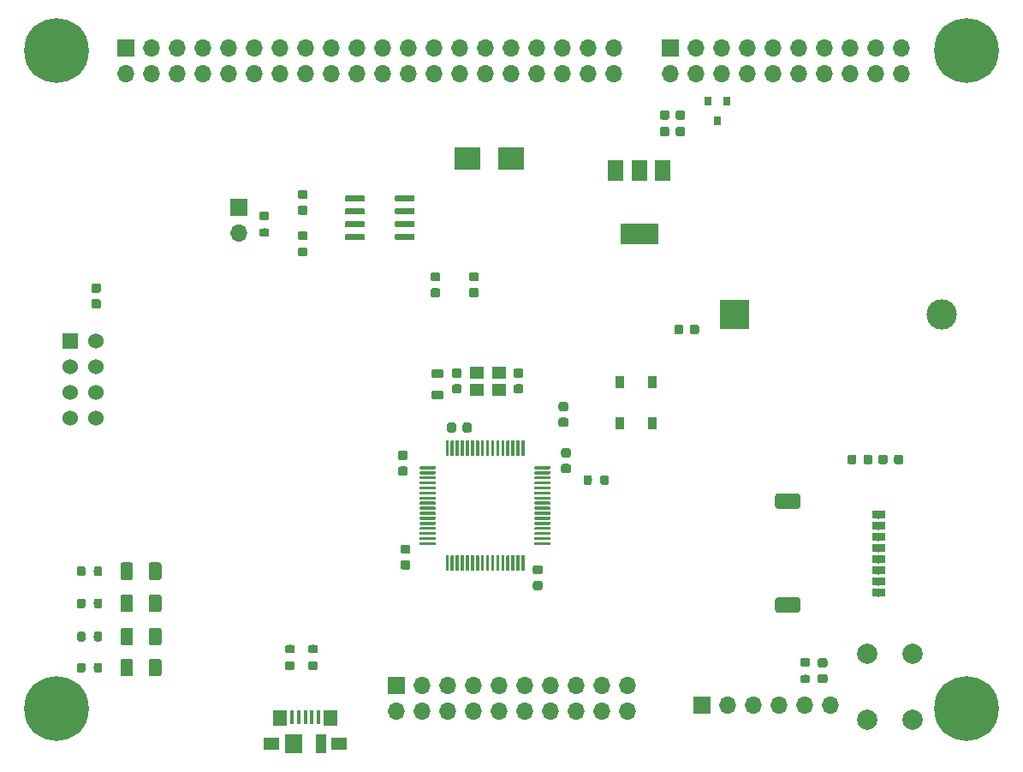
<source format=gts>
G04 #@! TF.GenerationSoftware,KiCad,Pcbnew,(5.1.2)-1*
G04 #@! TF.CreationDate,2022-03-05T22:59:14+01:00*
G04 #@! TF.ProjectId,telemetria_receiver_2022,74656c65-6d65-4747-9269-615f72656365,rev?*
G04 #@! TF.SameCoordinates,Original*
G04 #@! TF.FileFunction,Soldermask,Top*
G04 #@! TF.FilePolarity,Negative*
%FSLAX46Y46*%
G04 Gerber Fmt 4.6, Leading zero omitted, Abs format (unit mm)*
G04 Created by KiCad (PCBNEW (5.1.2)-1) date 2022-03-05 22:59:14*
%MOMM*%
%LPD*%
G04 APERTURE LIST*
%ADD10C,1.524000*%
%ADD11R,1.524000X1.524000*%
%ADD12C,0.100000*%
%ADD13C,1.500000*%
%ADD14C,0.800000*%
%ADD15C,6.400000*%
%ADD16R,1.500000X2.000000*%
%ADD17R,3.800000X2.000000*%
%ADD18O,1.700000X1.700000*%
%ADD19R,1.700000X1.700000*%
%ADD20C,2.000000*%
%ADD21R,3.000000X3.000000*%
%ADD22C,3.000000*%
%ADD23R,0.900000X1.200000*%
%ADD24C,0.900000*%
%ADD25R,1.400000X1.200000*%
%ADD26C,1.250000*%
%ADD27C,0.600000*%
%ADD28C,0.300000*%
%ADD29C,0.875000*%
%ADD30R,1.000000X1.900000*%
%ADD31R,1.800000X1.900000*%
%ADD32R,1.650000X1.300000*%
%ADD33R,1.425000X1.550000*%
%ADD34R,0.450000X1.380000*%
%ADD35R,0.800000X0.900000*%
%ADD36R,2.500000X2.300000*%
G04 APERTURE END LIST*
D10*
X108594000Y-97263000D03*
X106054000Y-97263000D03*
X108594000Y-94723000D03*
X106054000Y-94723000D03*
X108594000Y-92183000D03*
X106054000Y-92183000D03*
X108594000Y-89643000D03*
D11*
X106054000Y-89643000D03*
D12*
G36*
X177979405Y-114981445D02*
G01*
X178008527Y-114985764D01*
X178037085Y-114992918D01*
X178064805Y-115002836D01*
X178091419Y-115015424D01*
X178116671Y-115030559D01*
X178140318Y-115048097D01*
X178162132Y-115067868D01*
X178181903Y-115089682D01*
X178199441Y-115113329D01*
X178214576Y-115138581D01*
X178227164Y-115165195D01*
X178237082Y-115192915D01*
X178244236Y-115221473D01*
X178248555Y-115250595D01*
X178250000Y-115280000D01*
X178250000Y-116180000D01*
X178248555Y-116209405D01*
X178244236Y-116238527D01*
X178237082Y-116267085D01*
X178227164Y-116294805D01*
X178214576Y-116321419D01*
X178199441Y-116346671D01*
X178181903Y-116370318D01*
X178162132Y-116392132D01*
X178140318Y-116411903D01*
X178116671Y-116429441D01*
X178091419Y-116444576D01*
X178064805Y-116457164D01*
X178037085Y-116467082D01*
X178008527Y-116474236D01*
X177979405Y-116478555D01*
X177950000Y-116480000D01*
X176050000Y-116480000D01*
X176020595Y-116478555D01*
X175991473Y-116474236D01*
X175962915Y-116467082D01*
X175935195Y-116457164D01*
X175908581Y-116444576D01*
X175883329Y-116429441D01*
X175859682Y-116411903D01*
X175837868Y-116392132D01*
X175818097Y-116370318D01*
X175800559Y-116346671D01*
X175785424Y-116321419D01*
X175772836Y-116294805D01*
X175762918Y-116267085D01*
X175755764Y-116238527D01*
X175751445Y-116209405D01*
X175750000Y-116180000D01*
X175750000Y-115280000D01*
X175751445Y-115250595D01*
X175755764Y-115221473D01*
X175762918Y-115192915D01*
X175772836Y-115165195D01*
X175785424Y-115138581D01*
X175800559Y-115113329D01*
X175818097Y-115089682D01*
X175837868Y-115067868D01*
X175859682Y-115048097D01*
X175883329Y-115030559D01*
X175908581Y-115015424D01*
X175935195Y-115002836D01*
X175962915Y-114992918D01*
X175991473Y-114985764D01*
X176020595Y-114981445D01*
X176050000Y-114980000D01*
X177950000Y-114980000D01*
X177979405Y-114981445D01*
X177979405Y-114981445D01*
G37*
D13*
X177000000Y-115730000D03*
D12*
G36*
X177979405Y-104721445D02*
G01*
X178008527Y-104725764D01*
X178037085Y-104732918D01*
X178064805Y-104742836D01*
X178091419Y-104755424D01*
X178116671Y-104770559D01*
X178140318Y-104788097D01*
X178162132Y-104807868D01*
X178181903Y-104829682D01*
X178199441Y-104853329D01*
X178214576Y-104878581D01*
X178227164Y-104905195D01*
X178237082Y-104932915D01*
X178244236Y-104961473D01*
X178248555Y-104990595D01*
X178250000Y-105020000D01*
X178250000Y-105920000D01*
X178248555Y-105949405D01*
X178244236Y-105978527D01*
X178237082Y-106007085D01*
X178227164Y-106034805D01*
X178214576Y-106061419D01*
X178199441Y-106086671D01*
X178181903Y-106110318D01*
X178162132Y-106132132D01*
X178140318Y-106151903D01*
X178116671Y-106169441D01*
X178091419Y-106184576D01*
X178064805Y-106197164D01*
X178037085Y-106207082D01*
X178008527Y-106214236D01*
X177979405Y-106218555D01*
X177950000Y-106220000D01*
X176050000Y-106220000D01*
X176020595Y-106218555D01*
X175991473Y-106214236D01*
X175962915Y-106207082D01*
X175935195Y-106197164D01*
X175908581Y-106184576D01*
X175883329Y-106169441D01*
X175859682Y-106151903D01*
X175837868Y-106132132D01*
X175818097Y-106110318D01*
X175800559Y-106086671D01*
X175785424Y-106061419D01*
X175772836Y-106034805D01*
X175762918Y-106007085D01*
X175755764Y-105978527D01*
X175751445Y-105949405D01*
X175750000Y-105920000D01*
X175750000Y-105020000D01*
X175751445Y-104990595D01*
X175755764Y-104961473D01*
X175762918Y-104932915D01*
X175772836Y-104905195D01*
X175785424Y-104878581D01*
X175800559Y-104853329D01*
X175818097Y-104829682D01*
X175837868Y-104807868D01*
X175859682Y-104788097D01*
X175883329Y-104770559D01*
X175908581Y-104755424D01*
X175935195Y-104742836D01*
X175962915Y-104732918D01*
X175991473Y-104725764D01*
X176020595Y-104721445D01*
X176050000Y-104720000D01*
X177950000Y-104720000D01*
X177979405Y-104721445D01*
X177979405Y-104721445D01*
G37*
D13*
X177000000Y-105470000D03*
D12*
G36*
X186505683Y-114100770D02*
G01*
X186521214Y-114103074D01*
X186536446Y-114106890D01*
X186551229Y-114112179D01*
X186565423Y-114118893D01*
X186578891Y-114126965D01*
X186591503Y-114136318D01*
X186603137Y-114146863D01*
X186613682Y-114158497D01*
X186623035Y-114171109D01*
X186631107Y-114184577D01*
X186637821Y-114198771D01*
X186643110Y-114213554D01*
X186646926Y-114228786D01*
X186649230Y-114244317D01*
X186650000Y-114260000D01*
X186650000Y-114740000D01*
X186649230Y-114755683D01*
X186646926Y-114771214D01*
X186643110Y-114786446D01*
X186637821Y-114801229D01*
X186631107Y-114815423D01*
X186623035Y-114828891D01*
X186613682Y-114841503D01*
X186603137Y-114853137D01*
X186591503Y-114863682D01*
X186578891Y-114873035D01*
X186565423Y-114881107D01*
X186551229Y-114887821D01*
X186536446Y-114893110D01*
X186521214Y-114896926D01*
X186505683Y-114899230D01*
X186490000Y-114900000D01*
X185510000Y-114900000D01*
X185494317Y-114899230D01*
X185478786Y-114896926D01*
X185463554Y-114893110D01*
X185448771Y-114887821D01*
X185434577Y-114881107D01*
X185421109Y-114873035D01*
X185408497Y-114863682D01*
X185396863Y-114853137D01*
X185386318Y-114841503D01*
X185376965Y-114828891D01*
X185368893Y-114815423D01*
X185362179Y-114801229D01*
X185356890Y-114786446D01*
X185353074Y-114771214D01*
X185350770Y-114755683D01*
X185350000Y-114740000D01*
X185350000Y-114260000D01*
X185350770Y-114244317D01*
X185353074Y-114228786D01*
X185356890Y-114213554D01*
X185362179Y-114198771D01*
X185368893Y-114184577D01*
X185376965Y-114171109D01*
X185386318Y-114158497D01*
X185396863Y-114146863D01*
X185408497Y-114136318D01*
X185421109Y-114126965D01*
X185434577Y-114118893D01*
X185448771Y-114112179D01*
X185463554Y-114106890D01*
X185478786Y-114103074D01*
X185494317Y-114100770D01*
X185510000Y-114100000D01*
X186490000Y-114100000D01*
X186505683Y-114100770D01*
X186505683Y-114100770D01*
G37*
D14*
X186000000Y-114500000D03*
D12*
G36*
X186505683Y-113000770D02*
G01*
X186521214Y-113003074D01*
X186536446Y-113006890D01*
X186551229Y-113012179D01*
X186565423Y-113018893D01*
X186578891Y-113026965D01*
X186591503Y-113036318D01*
X186603137Y-113046863D01*
X186613682Y-113058497D01*
X186623035Y-113071109D01*
X186631107Y-113084577D01*
X186637821Y-113098771D01*
X186643110Y-113113554D01*
X186646926Y-113128786D01*
X186649230Y-113144317D01*
X186650000Y-113160000D01*
X186650000Y-113640000D01*
X186649230Y-113655683D01*
X186646926Y-113671214D01*
X186643110Y-113686446D01*
X186637821Y-113701229D01*
X186631107Y-113715423D01*
X186623035Y-113728891D01*
X186613682Y-113741503D01*
X186603137Y-113753137D01*
X186591503Y-113763682D01*
X186578891Y-113773035D01*
X186565423Y-113781107D01*
X186551229Y-113787821D01*
X186536446Y-113793110D01*
X186521214Y-113796926D01*
X186505683Y-113799230D01*
X186490000Y-113800000D01*
X185510000Y-113800000D01*
X185494317Y-113799230D01*
X185478786Y-113796926D01*
X185463554Y-113793110D01*
X185448771Y-113787821D01*
X185434577Y-113781107D01*
X185421109Y-113773035D01*
X185408497Y-113763682D01*
X185396863Y-113753137D01*
X185386318Y-113741503D01*
X185376965Y-113728891D01*
X185368893Y-113715423D01*
X185362179Y-113701229D01*
X185356890Y-113686446D01*
X185353074Y-113671214D01*
X185350770Y-113655683D01*
X185350000Y-113640000D01*
X185350000Y-113160000D01*
X185350770Y-113144317D01*
X185353074Y-113128786D01*
X185356890Y-113113554D01*
X185362179Y-113098771D01*
X185368893Y-113084577D01*
X185376965Y-113071109D01*
X185386318Y-113058497D01*
X185396863Y-113046863D01*
X185408497Y-113036318D01*
X185421109Y-113026965D01*
X185434577Y-113018893D01*
X185448771Y-113012179D01*
X185463554Y-113006890D01*
X185478786Y-113003074D01*
X185494317Y-113000770D01*
X185510000Y-113000000D01*
X186490000Y-113000000D01*
X186505683Y-113000770D01*
X186505683Y-113000770D01*
G37*
D14*
X186000000Y-113400000D03*
D12*
G36*
X186505683Y-111900770D02*
G01*
X186521214Y-111903074D01*
X186536446Y-111906890D01*
X186551229Y-111912179D01*
X186565423Y-111918893D01*
X186578891Y-111926965D01*
X186591503Y-111936318D01*
X186603137Y-111946863D01*
X186613682Y-111958497D01*
X186623035Y-111971109D01*
X186631107Y-111984577D01*
X186637821Y-111998771D01*
X186643110Y-112013554D01*
X186646926Y-112028786D01*
X186649230Y-112044317D01*
X186650000Y-112060000D01*
X186650000Y-112540000D01*
X186649230Y-112555683D01*
X186646926Y-112571214D01*
X186643110Y-112586446D01*
X186637821Y-112601229D01*
X186631107Y-112615423D01*
X186623035Y-112628891D01*
X186613682Y-112641503D01*
X186603137Y-112653137D01*
X186591503Y-112663682D01*
X186578891Y-112673035D01*
X186565423Y-112681107D01*
X186551229Y-112687821D01*
X186536446Y-112693110D01*
X186521214Y-112696926D01*
X186505683Y-112699230D01*
X186490000Y-112700000D01*
X185510000Y-112700000D01*
X185494317Y-112699230D01*
X185478786Y-112696926D01*
X185463554Y-112693110D01*
X185448771Y-112687821D01*
X185434577Y-112681107D01*
X185421109Y-112673035D01*
X185408497Y-112663682D01*
X185396863Y-112653137D01*
X185386318Y-112641503D01*
X185376965Y-112628891D01*
X185368893Y-112615423D01*
X185362179Y-112601229D01*
X185356890Y-112586446D01*
X185353074Y-112571214D01*
X185350770Y-112555683D01*
X185350000Y-112540000D01*
X185350000Y-112060000D01*
X185350770Y-112044317D01*
X185353074Y-112028786D01*
X185356890Y-112013554D01*
X185362179Y-111998771D01*
X185368893Y-111984577D01*
X185376965Y-111971109D01*
X185386318Y-111958497D01*
X185396863Y-111946863D01*
X185408497Y-111936318D01*
X185421109Y-111926965D01*
X185434577Y-111918893D01*
X185448771Y-111912179D01*
X185463554Y-111906890D01*
X185478786Y-111903074D01*
X185494317Y-111900770D01*
X185510000Y-111900000D01*
X186490000Y-111900000D01*
X186505683Y-111900770D01*
X186505683Y-111900770D01*
G37*
D14*
X186000000Y-112300000D03*
D12*
G36*
X186505683Y-110800770D02*
G01*
X186521214Y-110803074D01*
X186536446Y-110806890D01*
X186551229Y-110812179D01*
X186565423Y-110818893D01*
X186578891Y-110826965D01*
X186591503Y-110836318D01*
X186603137Y-110846863D01*
X186613682Y-110858497D01*
X186623035Y-110871109D01*
X186631107Y-110884577D01*
X186637821Y-110898771D01*
X186643110Y-110913554D01*
X186646926Y-110928786D01*
X186649230Y-110944317D01*
X186650000Y-110960000D01*
X186650000Y-111440000D01*
X186649230Y-111455683D01*
X186646926Y-111471214D01*
X186643110Y-111486446D01*
X186637821Y-111501229D01*
X186631107Y-111515423D01*
X186623035Y-111528891D01*
X186613682Y-111541503D01*
X186603137Y-111553137D01*
X186591503Y-111563682D01*
X186578891Y-111573035D01*
X186565423Y-111581107D01*
X186551229Y-111587821D01*
X186536446Y-111593110D01*
X186521214Y-111596926D01*
X186505683Y-111599230D01*
X186490000Y-111600000D01*
X185510000Y-111600000D01*
X185494317Y-111599230D01*
X185478786Y-111596926D01*
X185463554Y-111593110D01*
X185448771Y-111587821D01*
X185434577Y-111581107D01*
X185421109Y-111573035D01*
X185408497Y-111563682D01*
X185396863Y-111553137D01*
X185386318Y-111541503D01*
X185376965Y-111528891D01*
X185368893Y-111515423D01*
X185362179Y-111501229D01*
X185356890Y-111486446D01*
X185353074Y-111471214D01*
X185350770Y-111455683D01*
X185350000Y-111440000D01*
X185350000Y-110960000D01*
X185350770Y-110944317D01*
X185353074Y-110928786D01*
X185356890Y-110913554D01*
X185362179Y-110898771D01*
X185368893Y-110884577D01*
X185376965Y-110871109D01*
X185386318Y-110858497D01*
X185396863Y-110846863D01*
X185408497Y-110836318D01*
X185421109Y-110826965D01*
X185434577Y-110818893D01*
X185448771Y-110812179D01*
X185463554Y-110806890D01*
X185478786Y-110803074D01*
X185494317Y-110800770D01*
X185510000Y-110800000D01*
X186490000Y-110800000D01*
X186505683Y-110800770D01*
X186505683Y-110800770D01*
G37*
D14*
X186000000Y-111200000D03*
D12*
G36*
X186505683Y-109700770D02*
G01*
X186521214Y-109703074D01*
X186536446Y-109706890D01*
X186551229Y-109712179D01*
X186565423Y-109718893D01*
X186578891Y-109726965D01*
X186591503Y-109736318D01*
X186603137Y-109746863D01*
X186613682Y-109758497D01*
X186623035Y-109771109D01*
X186631107Y-109784577D01*
X186637821Y-109798771D01*
X186643110Y-109813554D01*
X186646926Y-109828786D01*
X186649230Y-109844317D01*
X186650000Y-109860000D01*
X186650000Y-110340000D01*
X186649230Y-110355683D01*
X186646926Y-110371214D01*
X186643110Y-110386446D01*
X186637821Y-110401229D01*
X186631107Y-110415423D01*
X186623035Y-110428891D01*
X186613682Y-110441503D01*
X186603137Y-110453137D01*
X186591503Y-110463682D01*
X186578891Y-110473035D01*
X186565423Y-110481107D01*
X186551229Y-110487821D01*
X186536446Y-110493110D01*
X186521214Y-110496926D01*
X186505683Y-110499230D01*
X186490000Y-110500000D01*
X185510000Y-110500000D01*
X185494317Y-110499230D01*
X185478786Y-110496926D01*
X185463554Y-110493110D01*
X185448771Y-110487821D01*
X185434577Y-110481107D01*
X185421109Y-110473035D01*
X185408497Y-110463682D01*
X185396863Y-110453137D01*
X185386318Y-110441503D01*
X185376965Y-110428891D01*
X185368893Y-110415423D01*
X185362179Y-110401229D01*
X185356890Y-110386446D01*
X185353074Y-110371214D01*
X185350770Y-110355683D01*
X185350000Y-110340000D01*
X185350000Y-109860000D01*
X185350770Y-109844317D01*
X185353074Y-109828786D01*
X185356890Y-109813554D01*
X185362179Y-109798771D01*
X185368893Y-109784577D01*
X185376965Y-109771109D01*
X185386318Y-109758497D01*
X185396863Y-109746863D01*
X185408497Y-109736318D01*
X185421109Y-109726965D01*
X185434577Y-109718893D01*
X185448771Y-109712179D01*
X185463554Y-109706890D01*
X185478786Y-109703074D01*
X185494317Y-109700770D01*
X185510000Y-109700000D01*
X186490000Y-109700000D01*
X186505683Y-109700770D01*
X186505683Y-109700770D01*
G37*
D14*
X186000000Y-110100000D03*
D12*
G36*
X186505683Y-108600770D02*
G01*
X186521214Y-108603074D01*
X186536446Y-108606890D01*
X186551229Y-108612179D01*
X186565423Y-108618893D01*
X186578891Y-108626965D01*
X186591503Y-108636318D01*
X186603137Y-108646863D01*
X186613682Y-108658497D01*
X186623035Y-108671109D01*
X186631107Y-108684577D01*
X186637821Y-108698771D01*
X186643110Y-108713554D01*
X186646926Y-108728786D01*
X186649230Y-108744317D01*
X186650000Y-108760000D01*
X186650000Y-109240000D01*
X186649230Y-109255683D01*
X186646926Y-109271214D01*
X186643110Y-109286446D01*
X186637821Y-109301229D01*
X186631107Y-109315423D01*
X186623035Y-109328891D01*
X186613682Y-109341503D01*
X186603137Y-109353137D01*
X186591503Y-109363682D01*
X186578891Y-109373035D01*
X186565423Y-109381107D01*
X186551229Y-109387821D01*
X186536446Y-109393110D01*
X186521214Y-109396926D01*
X186505683Y-109399230D01*
X186490000Y-109400000D01*
X185510000Y-109400000D01*
X185494317Y-109399230D01*
X185478786Y-109396926D01*
X185463554Y-109393110D01*
X185448771Y-109387821D01*
X185434577Y-109381107D01*
X185421109Y-109373035D01*
X185408497Y-109363682D01*
X185396863Y-109353137D01*
X185386318Y-109341503D01*
X185376965Y-109328891D01*
X185368893Y-109315423D01*
X185362179Y-109301229D01*
X185356890Y-109286446D01*
X185353074Y-109271214D01*
X185350770Y-109255683D01*
X185350000Y-109240000D01*
X185350000Y-108760000D01*
X185350770Y-108744317D01*
X185353074Y-108728786D01*
X185356890Y-108713554D01*
X185362179Y-108698771D01*
X185368893Y-108684577D01*
X185376965Y-108671109D01*
X185386318Y-108658497D01*
X185396863Y-108646863D01*
X185408497Y-108636318D01*
X185421109Y-108626965D01*
X185434577Y-108618893D01*
X185448771Y-108612179D01*
X185463554Y-108606890D01*
X185478786Y-108603074D01*
X185494317Y-108600770D01*
X185510000Y-108600000D01*
X186490000Y-108600000D01*
X186505683Y-108600770D01*
X186505683Y-108600770D01*
G37*
D14*
X186000000Y-109000000D03*
D12*
G36*
X186505683Y-107500770D02*
G01*
X186521214Y-107503074D01*
X186536446Y-107506890D01*
X186551229Y-107512179D01*
X186565423Y-107518893D01*
X186578891Y-107526965D01*
X186591503Y-107536318D01*
X186603137Y-107546863D01*
X186613682Y-107558497D01*
X186623035Y-107571109D01*
X186631107Y-107584577D01*
X186637821Y-107598771D01*
X186643110Y-107613554D01*
X186646926Y-107628786D01*
X186649230Y-107644317D01*
X186650000Y-107660000D01*
X186650000Y-108140000D01*
X186649230Y-108155683D01*
X186646926Y-108171214D01*
X186643110Y-108186446D01*
X186637821Y-108201229D01*
X186631107Y-108215423D01*
X186623035Y-108228891D01*
X186613682Y-108241503D01*
X186603137Y-108253137D01*
X186591503Y-108263682D01*
X186578891Y-108273035D01*
X186565423Y-108281107D01*
X186551229Y-108287821D01*
X186536446Y-108293110D01*
X186521214Y-108296926D01*
X186505683Y-108299230D01*
X186490000Y-108300000D01*
X185510000Y-108300000D01*
X185494317Y-108299230D01*
X185478786Y-108296926D01*
X185463554Y-108293110D01*
X185448771Y-108287821D01*
X185434577Y-108281107D01*
X185421109Y-108273035D01*
X185408497Y-108263682D01*
X185396863Y-108253137D01*
X185386318Y-108241503D01*
X185376965Y-108228891D01*
X185368893Y-108215423D01*
X185362179Y-108201229D01*
X185356890Y-108186446D01*
X185353074Y-108171214D01*
X185350770Y-108155683D01*
X185350000Y-108140000D01*
X185350000Y-107660000D01*
X185350770Y-107644317D01*
X185353074Y-107628786D01*
X185356890Y-107613554D01*
X185362179Y-107598771D01*
X185368893Y-107584577D01*
X185376965Y-107571109D01*
X185386318Y-107558497D01*
X185396863Y-107546863D01*
X185408497Y-107536318D01*
X185421109Y-107526965D01*
X185434577Y-107518893D01*
X185448771Y-107512179D01*
X185463554Y-107506890D01*
X185478786Y-107503074D01*
X185494317Y-107500770D01*
X185510000Y-107500000D01*
X186490000Y-107500000D01*
X186505683Y-107500770D01*
X186505683Y-107500770D01*
G37*
D14*
X186000000Y-107900000D03*
D12*
G36*
X186505683Y-106400770D02*
G01*
X186521214Y-106403074D01*
X186536446Y-106406890D01*
X186551229Y-106412179D01*
X186565423Y-106418893D01*
X186578891Y-106426965D01*
X186591503Y-106436318D01*
X186603137Y-106446863D01*
X186613682Y-106458497D01*
X186623035Y-106471109D01*
X186631107Y-106484577D01*
X186637821Y-106498771D01*
X186643110Y-106513554D01*
X186646926Y-106528786D01*
X186649230Y-106544317D01*
X186650000Y-106560000D01*
X186650000Y-107040000D01*
X186649230Y-107055683D01*
X186646926Y-107071214D01*
X186643110Y-107086446D01*
X186637821Y-107101229D01*
X186631107Y-107115423D01*
X186623035Y-107128891D01*
X186613682Y-107141503D01*
X186603137Y-107153137D01*
X186591503Y-107163682D01*
X186578891Y-107173035D01*
X186565423Y-107181107D01*
X186551229Y-107187821D01*
X186536446Y-107193110D01*
X186521214Y-107196926D01*
X186505683Y-107199230D01*
X186490000Y-107200000D01*
X185510000Y-107200000D01*
X185494317Y-107199230D01*
X185478786Y-107196926D01*
X185463554Y-107193110D01*
X185448771Y-107187821D01*
X185434577Y-107181107D01*
X185421109Y-107173035D01*
X185408497Y-107163682D01*
X185396863Y-107153137D01*
X185386318Y-107141503D01*
X185376965Y-107128891D01*
X185368893Y-107115423D01*
X185362179Y-107101229D01*
X185356890Y-107086446D01*
X185353074Y-107071214D01*
X185350770Y-107055683D01*
X185350000Y-107040000D01*
X185350000Y-106560000D01*
X185350770Y-106544317D01*
X185353074Y-106528786D01*
X185356890Y-106513554D01*
X185362179Y-106498771D01*
X185368893Y-106484577D01*
X185376965Y-106471109D01*
X185386318Y-106458497D01*
X185396863Y-106446863D01*
X185408497Y-106436318D01*
X185421109Y-106426965D01*
X185434577Y-106418893D01*
X185448771Y-106412179D01*
X185463554Y-106406890D01*
X185478786Y-106403074D01*
X185494317Y-106400770D01*
X185510000Y-106400000D01*
X186490000Y-106400000D01*
X186505683Y-106400770D01*
X186505683Y-106400770D01*
G37*
D14*
X186000000Y-106800000D03*
D15*
X104704000Y-125988000D03*
X104704000Y-60988000D03*
X194704000Y-125988000D03*
X194704000Y-60988000D03*
D16*
X164606000Y-72796000D03*
X160006000Y-72796000D03*
X162306000Y-72796000D03*
D17*
X162306000Y-79096000D03*
D18*
X181229000Y-125603000D03*
X178689000Y-125603000D03*
X176149000Y-125603000D03*
X173609000Y-125603000D03*
X171069000Y-125603000D03*
D19*
X168529000Y-125603000D03*
D20*
X189340600Y-127082600D03*
X184840600Y-127082600D03*
X189340600Y-120582600D03*
X184840600Y-120582600D03*
D21*
X171704000Y-87000000D03*
D22*
X192194000Y-87000000D03*
D23*
X163650000Y-93750000D03*
X160350000Y-93750000D03*
X163650000Y-97750000D03*
X160350000Y-97750000D03*
D12*
G36*
X155085054Y-95677083D02*
G01*
X155106895Y-95680323D01*
X155128314Y-95685688D01*
X155149104Y-95693127D01*
X155169064Y-95702568D01*
X155188003Y-95713919D01*
X155205738Y-95727073D01*
X155222099Y-95741901D01*
X155236927Y-95758262D01*
X155250081Y-95775997D01*
X155261432Y-95794936D01*
X155270873Y-95814896D01*
X155278312Y-95835686D01*
X155283677Y-95857105D01*
X155286917Y-95878946D01*
X155288000Y-95901000D01*
X155288000Y-96351000D01*
X155286917Y-96373054D01*
X155283677Y-96394895D01*
X155278312Y-96416314D01*
X155270873Y-96437104D01*
X155261432Y-96457064D01*
X155250081Y-96476003D01*
X155236927Y-96493738D01*
X155222099Y-96510099D01*
X155205738Y-96524927D01*
X155188003Y-96538081D01*
X155169064Y-96549432D01*
X155149104Y-96558873D01*
X155128314Y-96566312D01*
X155106895Y-96571677D01*
X155085054Y-96574917D01*
X155063000Y-96576000D01*
X154563000Y-96576000D01*
X154540946Y-96574917D01*
X154519105Y-96571677D01*
X154497686Y-96566312D01*
X154476896Y-96558873D01*
X154456936Y-96549432D01*
X154437997Y-96538081D01*
X154420262Y-96524927D01*
X154403901Y-96510099D01*
X154389073Y-96493738D01*
X154375919Y-96476003D01*
X154364568Y-96457064D01*
X154355127Y-96437104D01*
X154347688Y-96416314D01*
X154342323Y-96394895D01*
X154339083Y-96373054D01*
X154338000Y-96351000D01*
X154338000Y-95901000D01*
X154339083Y-95878946D01*
X154342323Y-95857105D01*
X154347688Y-95835686D01*
X154355127Y-95814896D01*
X154364568Y-95794936D01*
X154375919Y-95775997D01*
X154389073Y-95758262D01*
X154403901Y-95741901D01*
X154420262Y-95727073D01*
X154437997Y-95713919D01*
X154456936Y-95702568D01*
X154476896Y-95693127D01*
X154497686Y-95685688D01*
X154519105Y-95680323D01*
X154540946Y-95677083D01*
X154563000Y-95676000D01*
X155063000Y-95676000D01*
X155085054Y-95677083D01*
X155085054Y-95677083D01*
G37*
D24*
X154813000Y-96126000D03*
D12*
G36*
X155085054Y-97227083D02*
G01*
X155106895Y-97230323D01*
X155128314Y-97235688D01*
X155149104Y-97243127D01*
X155169064Y-97252568D01*
X155188003Y-97263919D01*
X155205738Y-97277073D01*
X155222099Y-97291901D01*
X155236927Y-97308262D01*
X155250081Y-97325997D01*
X155261432Y-97344936D01*
X155270873Y-97364896D01*
X155278312Y-97385686D01*
X155283677Y-97407105D01*
X155286917Y-97428946D01*
X155288000Y-97451000D01*
X155288000Y-97901000D01*
X155286917Y-97923054D01*
X155283677Y-97944895D01*
X155278312Y-97966314D01*
X155270873Y-97987104D01*
X155261432Y-98007064D01*
X155250081Y-98026003D01*
X155236927Y-98043738D01*
X155222099Y-98060099D01*
X155205738Y-98074927D01*
X155188003Y-98088081D01*
X155169064Y-98099432D01*
X155149104Y-98108873D01*
X155128314Y-98116312D01*
X155106895Y-98121677D01*
X155085054Y-98124917D01*
X155063000Y-98126000D01*
X154563000Y-98126000D01*
X154540946Y-98124917D01*
X154519105Y-98121677D01*
X154497686Y-98116312D01*
X154476896Y-98108873D01*
X154456936Y-98099432D01*
X154437997Y-98088081D01*
X154420262Y-98074927D01*
X154403901Y-98060099D01*
X154389073Y-98043738D01*
X154375919Y-98026003D01*
X154364568Y-98007064D01*
X154355127Y-97987104D01*
X154347688Y-97966314D01*
X154342323Y-97944895D01*
X154339083Y-97923054D01*
X154338000Y-97901000D01*
X154338000Y-97451000D01*
X154339083Y-97428946D01*
X154342323Y-97407105D01*
X154347688Y-97385686D01*
X154355127Y-97364896D01*
X154364568Y-97344936D01*
X154375919Y-97325997D01*
X154389073Y-97308262D01*
X154403901Y-97291901D01*
X154420262Y-97277073D01*
X154437997Y-97263919D01*
X154456936Y-97252568D01*
X154476896Y-97243127D01*
X154497686Y-97235688D01*
X154519105Y-97230323D01*
X154540946Y-97227083D01*
X154563000Y-97226000D01*
X155063000Y-97226000D01*
X155085054Y-97227083D01*
X155085054Y-97227083D01*
G37*
D24*
X154813000Y-97676000D03*
D25*
X146220000Y-92749000D03*
X148420000Y-92749000D03*
X148420000Y-94449000D03*
X146220000Y-94449000D03*
D12*
G36*
X112029504Y-111521204D02*
G01*
X112053773Y-111524804D01*
X112077571Y-111530765D01*
X112100671Y-111539030D01*
X112122849Y-111549520D01*
X112143893Y-111562133D01*
X112163598Y-111576747D01*
X112181777Y-111593223D01*
X112198253Y-111611402D01*
X112212867Y-111631107D01*
X112225480Y-111652151D01*
X112235970Y-111674329D01*
X112244235Y-111697429D01*
X112250196Y-111721227D01*
X112253796Y-111745496D01*
X112255000Y-111770000D01*
X112255000Y-113020000D01*
X112253796Y-113044504D01*
X112250196Y-113068773D01*
X112244235Y-113092571D01*
X112235970Y-113115671D01*
X112225480Y-113137849D01*
X112212867Y-113158893D01*
X112198253Y-113178598D01*
X112181777Y-113196777D01*
X112163598Y-113213253D01*
X112143893Y-113227867D01*
X112122849Y-113240480D01*
X112100671Y-113250970D01*
X112077571Y-113259235D01*
X112053773Y-113265196D01*
X112029504Y-113268796D01*
X112005000Y-113270000D01*
X111255000Y-113270000D01*
X111230496Y-113268796D01*
X111206227Y-113265196D01*
X111182429Y-113259235D01*
X111159329Y-113250970D01*
X111137151Y-113240480D01*
X111116107Y-113227867D01*
X111096402Y-113213253D01*
X111078223Y-113196777D01*
X111061747Y-113178598D01*
X111047133Y-113158893D01*
X111034520Y-113137849D01*
X111024030Y-113115671D01*
X111015765Y-113092571D01*
X111009804Y-113068773D01*
X111006204Y-113044504D01*
X111005000Y-113020000D01*
X111005000Y-111770000D01*
X111006204Y-111745496D01*
X111009804Y-111721227D01*
X111015765Y-111697429D01*
X111024030Y-111674329D01*
X111034520Y-111652151D01*
X111047133Y-111631107D01*
X111061747Y-111611402D01*
X111078223Y-111593223D01*
X111096402Y-111576747D01*
X111116107Y-111562133D01*
X111137151Y-111549520D01*
X111159329Y-111539030D01*
X111182429Y-111530765D01*
X111206227Y-111524804D01*
X111230496Y-111521204D01*
X111255000Y-111520000D01*
X112005000Y-111520000D01*
X112029504Y-111521204D01*
X112029504Y-111521204D01*
G37*
D26*
X111630000Y-112395000D03*
D12*
G36*
X114829504Y-111521204D02*
G01*
X114853773Y-111524804D01*
X114877571Y-111530765D01*
X114900671Y-111539030D01*
X114922849Y-111549520D01*
X114943893Y-111562133D01*
X114963598Y-111576747D01*
X114981777Y-111593223D01*
X114998253Y-111611402D01*
X115012867Y-111631107D01*
X115025480Y-111652151D01*
X115035970Y-111674329D01*
X115044235Y-111697429D01*
X115050196Y-111721227D01*
X115053796Y-111745496D01*
X115055000Y-111770000D01*
X115055000Y-113020000D01*
X115053796Y-113044504D01*
X115050196Y-113068773D01*
X115044235Y-113092571D01*
X115035970Y-113115671D01*
X115025480Y-113137849D01*
X115012867Y-113158893D01*
X114998253Y-113178598D01*
X114981777Y-113196777D01*
X114963598Y-113213253D01*
X114943893Y-113227867D01*
X114922849Y-113240480D01*
X114900671Y-113250970D01*
X114877571Y-113259235D01*
X114853773Y-113265196D01*
X114829504Y-113268796D01*
X114805000Y-113270000D01*
X114055000Y-113270000D01*
X114030496Y-113268796D01*
X114006227Y-113265196D01*
X113982429Y-113259235D01*
X113959329Y-113250970D01*
X113937151Y-113240480D01*
X113916107Y-113227867D01*
X113896402Y-113213253D01*
X113878223Y-113196777D01*
X113861747Y-113178598D01*
X113847133Y-113158893D01*
X113834520Y-113137849D01*
X113824030Y-113115671D01*
X113815765Y-113092571D01*
X113809804Y-113068773D01*
X113806204Y-113044504D01*
X113805000Y-113020000D01*
X113805000Y-111770000D01*
X113806204Y-111745496D01*
X113809804Y-111721227D01*
X113815765Y-111697429D01*
X113824030Y-111674329D01*
X113834520Y-111652151D01*
X113847133Y-111631107D01*
X113861747Y-111611402D01*
X113878223Y-111593223D01*
X113896402Y-111576747D01*
X113916107Y-111562133D01*
X113937151Y-111549520D01*
X113959329Y-111539030D01*
X113982429Y-111530765D01*
X114006227Y-111524804D01*
X114030496Y-111521204D01*
X114055000Y-111520000D01*
X114805000Y-111520000D01*
X114829504Y-111521204D01*
X114829504Y-111521204D01*
G37*
D26*
X114430000Y-112395000D03*
D12*
G36*
X112029504Y-114696204D02*
G01*
X112053773Y-114699804D01*
X112077571Y-114705765D01*
X112100671Y-114714030D01*
X112122849Y-114724520D01*
X112143893Y-114737133D01*
X112163598Y-114751747D01*
X112181777Y-114768223D01*
X112198253Y-114786402D01*
X112212867Y-114806107D01*
X112225480Y-114827151D01*
X112235970Y-114849329D01*
X112244235Y-114872429D01*
X112250196Y-114896227D01*
X112253796Y-114920496D01*
X112255000Y-114945000D01*
X112255000Y-116195000D01*
X112253796Y-116219504D01*
X112250196Y-116243773D01*
X112244235Y-116267571D01*
X112235970Y-116290671D01*
X112225480Y-116312849D01*
X112212867Y-116333893D01*
X112198253Y-116353598D01*
X112181777Y-116371777D01*
X112163598Y-116388253D01*
X112143893Y-116402867D01*
X112122849Y-116415480D01*
X112100671Y-116425970D01*
X112077571Y-116434235D01*
X112053773Y-116440196D01*
X112029504Y-116443796D01*
X112005000Y-116445000D01*
X111255000Y-116445000D01*
X111230496Y-116443796D01*
X111206227Y-116440196D01*
X111182429Y-116434235D01*
X111159329Y-116425970D01*
X111137151Y-116415480D01*
X111116107Y-116402867D01*
X111096402Y-116388253D01*
X111078223Y-116371777D01*
X111061747Y-116353598D01*
X111047133Y-116333893D01*
X111034520Y-116312849D01*
X111024030Y-116290671D01*
X111015765Y-116267571D01*
X111009804Y-116243773D01*
X111006204Y-116219504D01*
X111005000Y-116195000D01*
X111005000Y-114945000D01*
X111006204Y-114920496D01*
X111009804Y-114896227D01*
X111015765Y-114872429D01*
X111024030Y-114849329D01*
X111034520Y-114827151D01*
X111047133Y-114806107D01*
X111061747Y-114786402D01*
X111078223Y-114768223D01*
X111096402Y-114751747D01*
X111116107Y-114737133D01*
X111137151Y-114724520D01*
X111159329Y-114714030D01*
X111182429Y-114705765D01*
X111206227Y-114699804D01*
X111230496Y-114696204D01*
X111255000Y-114695000D01*
X112005000Y-114695000D01*
X112029504Y-114696204D01*
X112029504Y-114696204D01*
G37*
D26*
X111630000Y-115570000D03*
D12*
G36*
X114829504Y-114696204D02*
G01*
X114853773Y-114699804D01*
X114877571Y-114705765D01*
X114900671Y-114714030D01*
X114922849Y-114724520D01*
X114943893Y-114737133D01*
X114963598Y-114751747D01*
X114981777Y-114768223D01*
X114998253Y-114786402D01*
X115012867Y-114806107D01*
X115025480Y-114827151D01*
X115035970Y-114849329D01*
X115044235Y-114872429D01*
X115050196Y-114896227D01*
X115053796Y-114920496D01*
X115055000Y-114945000D01*
X115055000Y-116195000D01*
X115053796Y-116219504D01*
X115050196Y-116243773D01*
X115044235Y-116267571D01*
X115035970Y-116290671D01*
X115025480Y-116312849D01*
X115012867Y-116333893D01*
X114998253Y-116353598D01*
X114981777Y-116371777D01*
X114963598Y-116388253D01*
X114943893Y-116402867D01*
X114922849Y-116415480D01*
X114900671Y-116425970D01*
X114877571Y-116434235D01*
X114853773Y-116440196D01*
X114829504Y-116443796D01*
X114805000Y-116445000D01*
X114055000Y-116445000D01*
X114030496Y-116443796D01*
X114006227Y-116440196D01*
X113982429Y-116434235D01*
X113959329Y-116425970D01*
X113937151Y-116415480D01*
X113916107Y-116402867D01*
X113896402Y-116388253D01*
X113878223Y-116371777D01*
X113861747Y-116353598D01*
X113847133Y-116333893D01*
X113834520Y-116312849D01*
X113824030Y-116290671D01*
X113815765Y-116267571D01*
X113809804Y-116243773D01*
X113806204Y-116219504D01*
X113805000Y-116195000D01*
X113805000Y-114945000D01*
X113806204Y-114920496D01*
X113809804Y-114896227D01*
X113815765Y-114872429D01*
X113824030Y-114849329D01*
X113834520Y-114827151D01*
X113847133Y-114806107D01*
X113861747Y-114786402D01*
X113878223Y-114768223D01*
X113896402Y-114751747D01*
X113916107Y-114737133D01*
X113937151Y-114724520D01*
X113959329Y-114714030D01*
X113982429Y-114705765D01*
X114006227Y-114699804D01*
X114030496Y-114696204D01*
X114055000Y-114695000D01*
X114805000Y-114695000D01*
X114829504Y-114696204D01*
X114829504Y-114696204D01*
G37*
D26*
X114430000Y-115570000D03*
D12*
G36*
X112029504Y-117979204D02*
G01*
X112053773Y-117982804D01*
X112077571Y-117988765D01*
X112100671Y-117997030D01*
X112122849Y-118007520D01*
X112143893Y-118020133D01*
X112163598Y-118034747D01*
X112181777Y-118051223D01*
X112198253Y-118069402D01*
X112212867Y-118089107D01*
X112225480Y-118110151D01*
X112235970Y-118132329D01*
X112244235Y-118155429D01*
X112250196Y-118179227D01*
X112253796Y-118203496D01*
X112255000Y-118228000D01*
X112255000Y-119478000D01*
X112253796Y-119502504D01*
X112250196Y-119526773D01*
X112244235Y-119550571D01*
X112235970Y-119573671D01*
X112225480Y-119595849D01*
X112212867Y-119616893D01*
X112198253Y-119636598D01*
X112181777Y-119654777D01*
X112163598Y-119671253D01*
X112143893Y-119685867D01*
X112122849Y-119698480D01*
X112100671Y-119708970D01*
X112077571Y-119717235D01*
X112053773Y-119723196D01*
X112029504Y-119726796D01*
X112005000Y-119728000D01*
X111255000Y-119728000D01*
X111230496Y-119726796D01*
X111206227Y-119723196D01*
X111182429Y-119717235D01*
X111159329Y-119708970D01*
X111137151Y-119698480D01*
X111116107Y-119685867D01*
X111096402Y-119671253D01*
X111078223Y-119654777D01*
X111061747Y-119636598D01*
X111047133Y-119616893D01*
X111034520Y-119595849D01*
X111024030Y-119573671D01*
X111015765Y-119550571D01*
X111009804Y-119526773D01*
X111006204Y-119502504D01*
X111005000Y-119478000D01*
X111005000Y-118228000D01*
X111006204Y-118203496D01*
X111009804Y-118179227D01*
X111015765Y-118155429D01*
X111024030Y-118132329D01*
X111034520Y-118110151D01*
X111047133Y-118089107D01*
X111061747Y-118069402D01*
X111078223Y-118051223D01*
X111096402Y-118034747D01*
X111116107Y-118020133D01*
X111137151Y-118007520D01*
X111159329Y-117997030D01*
X111182429Y-117988765D01*
X111206227Y-117982804D01*
X111230496Y-117979204D01*
X111255000Y-117978000D01*
X112005000Y-117978000D01*
X112029504Y-117979204D01*
X112029504Y-117979204D01*
G37*
D26*
X111630000Y-118853000D03*
D12*
G36*
X114829504Y-117979204D02*
G01*
X114853773Y-117982804D01*
X114877571Y-117988765D01*
X114900671Y-117997030D01*
X114922849Y-118007520D01*
X114943893Y-118020133D01*
X114963598Y-118034747D01*
X114981777Y-118051223D01*
X114998253Y-118069402D01*
X115012867Y-118089107D01*
X115025480Y-118110151D01*
X115035970Y-118132329D01*
X115044235Y-118155429D01*
X115050196Y-118179227D01*
X115053796Y-118203496D01*
X115055000Y-118228000D01*
X115055000Y-119478000D01*
X115053796Y-119502504D01*
X115050196Y-119526773D01*
X115044235Y-119550571D01*
X115035970Y-119573671D01*
X115025480Y-119595849D01*
X115012867Y-119616893D01*
X114998253Y-119636598D01*
X114981777Y-119654777D01*
X114963598Y-119671253D01*
X114943893Y-119685867D01*
X114922849Y-119698480D01*
X114900671Y-119708970D01*
X114877571Y-119717235D01*
X114853773Y-119723196D01*
X114829504Y-119726796D01*
X114805000Y-119728000D01*
X114055000Y-119728000D01*
X114030496Y-119726796D01*
X114006227Y-119723196D01*
X113982429Y-119717235D01*
X113959329Y-119708970D01*
X113937151Y-119698480D01*
X113916107Y-119685867D01*
X113896402Y-119671253D01*
X113878223Y-119654777D01*
X113861747Y-119636598D01*
X113847133Y-119616893D01*
X113834520Y-119595849D01*
X113824030Y-119573671D01*
X113815765Y-119550571D01*
X113809804Y-119526773D01*
X113806204Y-119502504D01*
X113805000Y-119478000D01*
X113805000Y-118228000D01*
X113806204Y-118203496D01*
X113809804Y-118179227D01*
X113815765Y-118155429D01*
X113824030Y-118132329D01*
X113834520Y-118110151D01*
X113847133Y-118089107D01*
X113861747Y-118069402D01*
X113878223Y-118051223D01*
X113896402Y-118034747D01*
X113916107Y-118020133D01*
X113937151Y-118007520D01*
X113959329Y-117997030D01*
X113982429Y-117988765D01*
X114006227Y-117982804D01*
X114030496Y-117979204D01*
X114055000Y-117978000D01*
X114805000Y-117978000D01*
X114829504Y-117979204D01*
X114829504Y-117979204D01*
G37*
D26*
X114430000Y-118853000D03*
D12*
G36*
X112029504Y-121046204D02*
G01*
X112053773Y-121049804D01*
X112077571Y-121055765D01*
X112100671Y-121064030D01*
X112122849Y-121074520D01*
X112143893Y-121087133D01*
X112163598Y-121101747D01*
X112181777Y-121118223D01*
X112198253Y-121136402D01*
X112212867Y-121156107D01*
X112225480Y-121177151D01*
X112235970Y-121199329D01*
X112244235Y-121222429D01*
X112250196Y-121246227D01*
X112253796Y-121270496D01*
X112255000Y-121295000D01*
X112255000Y-122545000D01*
X112253796Y-122569504D01*
X112250196Y-122593773D01*
X112244235Y-122617571D01*
X112235970Y-122640671D01*
X112225480Y-122662849D01*
X112212867Y-122683893D01*
X112198253Y-122703598D01*
X112181777Y-122721777D01*
X112163598Y-122738253D01*
X112143893Y-122752867D01*
X112122849Y-122765480D01*
X112100671Y-122775970D01*
X112077571Y-122784235D01*
X112053773Y-122790196D01*
X112029504Y-122793796D01*
X112005000Y-122795000D01*
X111255000Y-122795000D01*
X111230496Y-122793796D01*
X111206227Y-122790196D01*
X111182429Y-122784235D01*
X111159329Y-122775970D01*
X111137151Y-122765480D01*
X111116107Y-122752867D01*
X111096402Y-122738253D01*
X111078223Y-122721777D01*
X111061747Y-122703598D01*
X111047133Y-122683893D01*
X111034520Y-122662849D01*
X111024030Y-122640671D01*
X111015765Y-122617571D01*
X111009804Y-122593773D01*
X111006204Y-122569504D01*
X111005000Y-122545000D01*
X111005000Y-121295000D01*
X111006204Y-121270496D01*
X111009804Y-121246227D01*
X111015765Y-121222429D01*
X111024030Y-121199329D01*
X111034520Y-121177151D01*
X111047133Y-121156107D01*
X111061747Y-121136402D01*
X111078223Y-121118223D01*
X111096402Y-121101747D01*
X111116107Y-121087133D01*
X111137151Y-121074520D01*
X111159329Y-121064030D01*
X111182429Y-121055765D01*
X111206227Y-121049804D01*
X111230496Y-121046204D01*
X111255000Y-121045000D01*
X112005000Y-121045000D01*
X112029504Y-121046204D01*
X112029504Y-121046204D01*
G37*
D26*
X111630000Y-121920000D03*
D12*
G36*
X114829504Y-121046204D02*
G01*
X114853773Y-121049804D01*
X114877571Y-121055765D01*
X114900671Y-121064030D01*
X114922849Y-121074520D01*
X114943893Y-121087133D01*
X114963598Y-121101747D01*
X114981777Y-121118223D01*
X114998253Y-121136402D01*
X115012867Y-121156107D01*
X115025480Y-121177151D01*
X115035970Y-121199329D01*
X115044235Y-121222429D01*
X115050196Y-121246227D01*
X115053796Y-121270496D01*
X115055000Y-121295000D01*
X115055000Y-122545000D01*
X115053796Y-122569504D01*
X115050196Y-122593773D01*
X115044235Y-122617571D01*
X115035970Y-122640671D01*
X115025480Y-122662849D01*
X115012867Y-122683893D01*
X114998253Y-122703598D01*
X114981777Y-122721777D01*
X114963598Y-122738253D01*
X114943893Y-122752867D01*
X114922849Y-122765480D01*
X114900671Y-122775970D01*
X114877571Y-122784235D01*
X114853773Y-122790196D01*
X114829504Y-122793796D01*
X114805000Y-122795000D01*
X114055000Y-122795000D01*
X114030496Y-122793796D01*
X114006227Y-122790196D01*
X113982429Y-122784235D01*
X113959329Y-122775970D01*
X113937151Y-122765480D01*
X113916107Y-122752867D01*
X113896402Y-122738253D01*
X113878223Y-122721777D01*
X113861747Y-122703598D01*
X113847133Y-122683893D01*
X113834520Y-122662849D01*
X113824030Y-122640671D01*
X113815765Y-122617571D01*
X113809804Y-122593773D01*
X113806204Y-122569504D01*
X113805000Y-122545000D01*
X113805000Y-121295000D01*
X113806204Y-121270496D01*
X113809804Y-121246227D01*
X113815765Y-121222429D01*
X113824030Y-121199329D01*
X113834520Y-121177151D01*
X113847133Y-121156107D01*
X113861747Y-121136402D01*
X113878223Y-121118223D01*
X113896402Y-121101747D01*
X113916107Y-121087133D01*
X113937151Y-121074520D01*
X113959329Y-121064030D01*
X113982429Y-121055765D01*
X114006227Y-121049804D01*
X114030496Y-121046204D01*
X114055000Y-121045000D01*
X114805000Y-121045000D01*
X114829504Y-121046204D01*
X114829504Y-121046204D01*
G37*
D26*
X114430000Y-121920000D03*
D12*
G36*
X107344603Y-121445963D02*
G01*
X107364018Y-121448843D01*
X107383057Y-121453612D01*
X107401537Y-121460224D01*
X107419279Y-121468616D01*
X107436114Y-121478706D01*
X107451879Y-121490398D01*
X107466421Y-121503579D01*
X107479602Y-121518121D01*
X107491294Y-121533886D01*
X107501384Y-121550721D01*
X107509776Y-121568463D01*
X107516388Y-121586943D01*
X107521157Y-121605982D01*
X107524037Y-121625397D01*
X107525000Y-121645000D01*
X107525000Y-122195000D01*
X107524037Y-122214603D01*
X107521157Y-122234018D01*
X107516388Y-122253057D01*
X107509776Y-122271537D01*
X107501384Y-122289279D01*
X107491294Y-122306114D01*
X107479602Y-122321879D01*
X107466421Y-122336421D01*
X107451879Y-122349602D01*
X107436114Y-122361294D01*
X107419279Y-122371384D01*
X107401537Y-122379776D01*
X107383057Y-122386388D01*
X107364018Y-122391157D01*
X107344603Y-122394037D01*
X107325000Y-122395000D01*
X106925000Y-122395000D01*
X106905397Y-122394037D01*
X106885982Y-122391157D01*
X106866943Y-122386388D01*
X106848463Y-122379776D01*
X106830721Y-122371384D01*
X106813886Y-122361294D01*
X106798121Y-122349602D01*
X106783579Y-122336421D01*
X106770398Y-122321879D01*
X106758706Y-122306114D01*
X106748616Y-122289279D01*
X106740224Y-122271537D01*
X106733612Y-122253057D01*
X106728843Y-122234018D01*
X106725963Y-122214603D01*
X106725000Y-122195000D01*
X106725000Y-121645000D01*
X106725963Y-121625397D01*
X106728843Y-121605982D01*
X106733612Y-121586943D01*
X106740224Y-121568463D01*
X106748616Y-121550721D01*
X106758706Y-121533886D01*
X106770398Y-121518121D01*
X106783579Y-121503579D01*
X106798121Y-121490398D01*
X106813886Y-121478706D01*
X106830721Y-121468616D01*
X106848463Y-121460224D01*
X106866943Y-121453612D01*
X106885982Y-121448843D01*
X106905397Y-121445963D01*
X106925000Y-121445000D01*
X107325000Y-121445000D01*
X107344603Y-121445963D01*
X107344603Y-121445963D01*
G37*
D14*
X107125000Y-121920000D03*
D12*
G36*
X108994603Y-121445963D02*
G01*
X109014018Y-121448843D01*
X109033057Y-121453612D01*
X109051537Y-121460224D01*
X109069279Y-121468616D01*
X109086114Y-121478706D01*
X109101879Y-121490398D01*
X109116421Y-121503579D01*
X109129602Y-121518121D01*
X109141294Y-121533886D01*
X109151384Y-121550721D01*
X109159776Y-121568463D01*
X109166388Y-121586943D01*
X109171157Y-121605982D01*
X109174037Y-121625397D01*
X109175000Y-121645000D01*
X109175000Y-122195000D01*
X109174037Y-122214603D01*
X109171157Y-122234018D01*
X109166388Y-122253057D01*
X109159776Y-122271537D01*
X109151384Y-122289279D01*
X109141294Y-122306114D01*
X109129602Y-122321879D01*
X109116421Y-122336421D01*
X109101879Y-122349602D01*
X109086114Y-122361294D01*
X109069279Y-122371384D01*
X109051537Y-122379776D01*
X109033057Y-122386388D01*
X109014018Y-122391157D01*
X108994603Y-122394037D01*
X108975000Y-122395000D01*
X108575000Y-122395000D01*
X108555397Y-122394037D01*
X108535982Y-122391157D01*
X108516943Y-122386388D01*
X108498463Y-122379776D01*
X108480721Y-122371384D01*
X108463886Y-122361294D01*
X108448121Y-122349602D01*
X108433579Y-122336421D01*
X108420398Y-122321879D01*
X108408706Y-122306114D01*
X108398616Y-122289279D01*
X108390224Y-122271537D01*
X108383612Y-122253057D01*
X108378843Y-122234018D01*
X108375963Y-122214603D01*
X108375000Y-122195000D01*
X108375000Y-121645000D01*
X108375963Y-121625397D01*
X108378843Y-121605982D01*
X108383612Y-121586943D01*
X108390224Y-121568463D01*
X108398616Y-121550721D01*
X108408706Y-121533886D01*
X108420398Y-121518121D01*
X108433579Y-121503579D01*
X108448121Y-121490398D01*
X108463886Y-121478706D01*
X108480721Y-121468616D01*
X108498463Y-121460224D01*
X108516943Y-121453612D01*
X108535982Y-121448843D01*
X108555397Y-121445963D01*
X108575000Y-121445000D01*
X108975000Y-121445000D01*
X108994603Y-121445963D01*
X108994603Y-121445963D01*
G37*
D14*
X108775000Y-121920000D03*
D12*
G36*
X107344603Y-118378963D02*
G01*
X107364018Y-118381843D01*
X107383057Y-118386612D01*
X107401537Y-118393224D01*
X107419279Y-118401616D01*
X107436114Y-118411706D01*
X107451879Y-118423398D01*
X107466421Y-118436579D01*
X107479602Y-118451121D01*
X107491294Y-118466886D01*
X107501384Y-118483721D01*
X107509776Y-118501463D01*
X107516388Y-118519943D01*
X107521157Y-118538982D01*
X107524037Y-118558397D01*
X107525000Y-118578000D01*
X107525000Y-119128000D01*
X107524037Y-119147603D01*
X107521157Y-119167018D01*
X107516388Y-119186057D01*
X107509776Y-119204537D01*
X107501384Y-119222279D01*
X107491294Y-119239114D01*
X107479602Y-119254879D01*
X107466421Y-119269421D01*
X107451879Y-119282602D01*
X107436114Y-119294294D01*
X107419279Y-119304384D01*
X107401537Y-119312776D01*
X107383057Y-119319388D01*
X107364018Y-119324157D01*
X107344603Y-119327037D01*
X107325000Y-119328000D01*
X106925000Y-119328000D01*
X106905397Y-119327037D01*
X106885982Y-119324157D01*
X106866943Y-119319388D01*
X106848463Y-119312776D01*
X106830721Y-119304384D01*
X106813886Y-119294294D01*
X106798121Y-119282602D01*
X106783579Y-119269421D01*
X106770398Y-119254879D01*
X106758706Y-119239114D01*
X106748616Y-119222279D01*
X106740224Y-119204537D01*
X106733612Y-119186057D01*
X106728843Y-119167018D01*
X106725963Y-119147603D01*
X106725000Y-119128000D01*
X106725000Y-118578000D01*
X106725963Y-118558397D01*
X106728843Y-118538982D01*
X106733612Y-118519943D01*
X106740224Y-118501463D01*
X106748616Y-118483721D01*
X106758706Y-118466886D01*
X106770398Y-118451121D01*
X106783579Y-118436579D01*
X106798121Y-118423398D01*
X106813886Y-118411706D01*
X106830721Y-118401616D01*
X106848463Y-118393224D01*
X106866943Y-118386612D01*
X106885982Y-118381843D01*
X106905397Y-118378963D01*
X106925000Y-118378000D01*
X107325000Y-118378000D01*
X107344603Y-118378963D01*
X107344603Y-118378963D01*
G37*
D14*
X107125000Y-118853000D03*
D12*
G36*
X108994603Y-118378963D02*
G01*
X109014018Y-118381843D01*
X109033057Y-118386612D01*
X109051537Y-118393224D01*
X109069279Y-118401616D01*
X109086114Y-118411706D01*
X109101879Y-118423398D01*
X109116421Y-118436579D01*
X109129602Y-118451121D01*
X109141294Y-118466886D01*
X109151384Y-118483721D01*
X109159776Y-118501463D01*
X109166388Y-118519943D01*
X109171157Y-118538982D01*
X109174037Y-118558397D01*
X109175000Y-118578000D01*
X109175000Y-119128000D01*
X109174037Y-119147603D01*
X109171157Y-119167018D01*
X109166388Y-119186057D01*
X109159776Y-119204537D01*
X109151384Y-119222279D01*
X109141294Y-119239114D01*
X109129602Y-119254879D01*
X109116421Y-119269421D01*
X109101879Y-119282602D01*
X109086114Y-119294294D01*
X109069279Y-119304384D01*
X109051537Y-119312776D01*
X109033057Y-119319388D01*
X109014018Y-119324157D01*
X108994603Y-119327037D01*
X108975000Y-119328000D01*
X108575000Y-119328000D01*
X108555397Y-119327037D01*
X108535982Y-119324157D01*
X108516943Y-119319388D01*
X108498463Y-119312776D01*
X108480721Y-119304384D01*
X108463886Y-119294294D01*
X108448121Y-119282602D01*
X108433579Y-119269421D01*
X108420398Y-119254879D01*
X108408706Y-119239114D01*
X108398616Y-119222279D01*
X108390224Y-119204537D01*
X108383612Y-119186057D01*
X108378843Y-119167018D01*
X108375963Y-119147603D01*
X108375000Y-119128000D01*
X108375000Y-118578000D01*
X108375963Y-118558397D01*
X108378843Y-118538982D01*
X108383612Y-118519943D01*
X108390224Y-118501463D01*
X108398616Y-118483721D01*
X108408706Y-118466886D01*
X108420398Y-118451121D01*
X108433579Y-118436579D01*
X108448121Y-118423398D01*
X108463886Y-118411706D01*
X108480721Y-118401616D01*
X108498463Y-118393224D01*
X108516943Y-118386612D01*
X108535982Y-118381843D01*
X108555397Y-118378963D01*
X108575000Y-118378000D01*
X108975000Y-118378000D01*
X108994603Y-118378963D01*
X108994603Y-118378963D01*
G37*
D14*
X108775000Y-118853000D03*
D12*
G36*
X107344603Y-115095963D02*
G01*
X107364018Y-115098843D01*
X107383057Y-115103612D01*
X107401537Y-115110224D01*
X107419279Y-115118616D01*
X107436114Y-115128706D01*
X107451879Y-115140398D01*
X107466421Y-115153579D01*
X107479602Y-115168121D01*
X107491294Y-115183886D01*
X107501384Y-115200721D01*
X107509776Y-115218463D01*
X107516388Y-115236943D01*
X107521157Y-115255982D01*
X107524037Y-115275397D01*
X107525000Y-115295000D01*
X107525000Y-115845000D01*
X107524037Y-115864603D01*
X107521157Y-115884018D01*
X107516388Y-115903057D01*
X107509776Y-115921537D01*
X107501384Y-115939279D01*
X107491294Y-115956114D01*
X107479602Y-115971879D01*
X107466421Y-115986421D01*
X107451879Y-115999602D01*
X107436114Y-116011294D01*
X107419279Y-116021384D01*
X107401537Y-116029776D01*
X107383057Y-116036388D01*
X107364018Y-116041157D01*
X107344603Y-116044037D01*
X107325000Y-116045000D01*
X106925000Y-116045000D01*
X106905397Y-116044037D01*
X106885982Y-116041157D01*
X106866943Y-116036388D01*
X106848463Y-116029776D01*
X106830721Y-116021384D01*
X106813886Y-116011294D01*
X106798121Y-115999602D01*
X106783579Y-115986421D01*
X106770398Y-115971879D01*
X106758706Y-115956114D01*
X106748616Y-115939279D01*
X106740224Y-115921537D01*
X106733612Y-115903057D01*
X106728843Y-115884018D01*
X106725963Y-115864603D01*
X106725000Y-115845000D01*
X106725000Y-115295000D01*
X106725963Y-115275397D01*
X106728843Y-115255982D01*
X106733612Y-115236943D01*
X106740224Y-115218463D01*
X106748616Y-115200721D01*
X106758706Y-115183886D01*
X106770398Y-115168121D01*
X106783579Y-115153579D01*
X106798121Y-115140398D01*
X106813886Y-115128706D01*
X106830721Y-115118616D01*
X106848463Y-115110224D01*
X106866943Y-115103612D01*
X106885982Y-115098843D01*
X106905397Y-115095963D01*
X106925000Y-115095000D01*
X107325000Y-115095000D01*
X107344603Y-115095963D01*
X107344603Y-115095963D01*
G37*
D14*
X107125000Y-115570000D03*
D12*
G36*
X108994603Y-115095963D02*
G01*
X109014018Y-115098843D01*
X109033057Y-115103612D01*
X109051537Y-115110224D01*
X109069279Y-115118616D01*
X109086114Y-115128706D01*
X109101879Y-115140398D01*
X109116421Y-115153579D01*
X109129602Y-115168121D01*
X109141294Y-115183886D01*
X109151384Y-115200721D01*
X109159776Y-115218463D01*
X109166388Y-115236943D01*
X109171157Y-115255982D01*
X109174037Y-115275397D01*
X109175000Y-115295000D01*
X109175000Y-115845000D01*
X109174037Y-115864603D01*
X109171157Y-115884018D01*
X109166388Y-115903057D01*
X109159776Y-115921537D01*
X109151384Y-115939279D01*
X109141294Y-115956114D01*
X109129602Y-115971879D01*
X109116421Y-115986421D01*
X109101879Y-115999602D01*
X109086114Y-116011294D01*
X109069279Y-116021384D01*
X109051537Y-116029776D01*
X109033057Y-116036388D01*
X109014018Y-116041157D01*
X108994603Y-116044037D01*
X108975000Y-116045000D01*
X108575000Y-116045000D01*
X108555397Y-116044037D01*
X108535982Y-116041157D01*
X108516943Y-116036388D01*
X108498463Y-116029776D01*
X108480721Y-116021384D01*
X108463886Y-116011294D01*
X108448121Y-115999602D01*
X108433579Y-115986421D01*
X108420398Y-115971879D01*
X108408706Y-115956114D01*
X108398616Y-115939279D01*
X108390224Y-115921537D01*
X108383612Y-115903057D01*
X108378843Y-115884018D01*
X108375963Y-115864603D01*
X108375000Y-115845000D01*
X108375000Y-115295000D01*
X108375963Y-115275397D01*
X108378843Y-115255982D01*
X108383612Y-115236943D01*
X108390224Y-115218463D01*
X108398616Y-115200721D01*
X108408706Y-115183886D01*
X108420398Y-115168121D01*
X108433579Y-115153579D01*
X108448121Y-115140398D01*
X108463886Y-115128706D01*
X108480721Y-115118616D01*
X108498463Y-115110224D01*
X108516943Y-115103612D01*
X108535982Y-115098843D01*
X108555397Y-115095963D01*
X108575000Y-115095000D01*
X108975000Y-115095000D01*
X108994603Y-115095963D01*
X108994603Y-115095963D01*
G37*
D14*
X108775000Y-115570000D03*
D12*
G36*
X107344603Y-111920963D02*
G01*
X107364018Y-111923843D01*
X107383057Y-111928612D01*
X107401537Y-111935224D01*
X107419279Y-111943616D01*
X107436114Y-111953706D01*
X107451879Y-111965398D01*
X107466421Y-111978579D01*
X107479602Y-111993121D01*
X107491294Y-112008886D01*
X107501384Y-112025721D01*
X107509776Y-112043463D01*
X107516388Y-112061943D01*
X107521157Y-112080982D01*
X107524037Y-112100397D01*
X107525000Y-112120000D01*
X107525000Y-112670000D01*
X107524037Y-112689603D01*
X107521157Y-112709018D01*
X107516388Y-112728057D01*
X107509776Y-112746537D01*
X107501384Y-112764279D01*
X107491294Y-112781114D01*
X107479602Y-112796879D01*
X107466421Y-112811421D01*
X107451879Y-112824602D01*
X107436114Y-112836294D01*
X107419279Y-112846384D01*
X107401537Y-112854776D01*
X107383057Y-112861388D01*
X107364018Y-112866157D01*
X107344603Y-112869037D01*
X107325000Y-112870000D01*
X106925000Y-112870000D01*
X106905397Y-112869037D01*
X106885982Y-112866157D01*
X106866943Y-112861388D01*
X106848463Y-112854776D01*
X106830721Y-112846384D01*
X106813886Y-112836294D01*
X106798121Y-112824602D01*
X106783579Y-112811421D01*
X106770398Y-112796879D01*
X106758706Y-112781114D01*
X106748616Y-112764279D01*
X106740224Y-112746537D01*
X106733612Y-112728057D01*
X106728843Y-112709018D01*
X106725963Y-112689603D01*
X106725000Y-112670000D01*
X106725000Y-112120000D01*
X106725963Y-112100397D01*
X106728843Y-112080982D01*
X106733612Y-112061943D01*
X106740224Y-112043463D01*
X106748616Y-112025721D01*
X106758706Y-112008886D01*
X106770398Y-111993121D01*
X106783579Y-111978579D01*
X106798121Y-111965398D01*
X106813886Y-111953706D01*
X106830721Y-111943616D01*
X106848463Y-111935224D01*
X106866943Y-111928612D01*
X106885982Y-111923843D01*
X106905397Y-111920963D01*
X106925000Y-111920000D01*
X107325000Y-111920000D01*
X107344603Y-111920963D01*
X107344603Y-111920963D01*
G37*
D14*
X107125000Y-112395000D03*
D12*
G36*
X108994603Y-111920963D02*
G01*
X109014018Y-111923843D01*
X109033057Y-111928612D01*
X109051537Y-111935224D01*
X109069279Y-111943616D01*
X109086114Y-111953706D01*
X109101879Y-111965398D01*
X109116421Y-111978579D01*
X109129602Y-111993121D01*
X109141294Y-112008886D01*
X109151384Y-112025721D01*
X109159776Y-112043463D01*
X109166388Y-112061943D01*
X109171157Y-112080982D01*
X109174037Y-112100397D01*
X109175000Y-112120000D01*
X109175000Y-112670000D01*
X109174037Y-112689603D01*
X109171157Y-112709018D01*
X109166388Y-112728057D01*
X109159776Y-112746537D01*
X109151384Y-112764279D01*
X109141294Y-112781114D01*
X109129602Y-112796879D01*
X109116421Y-112811421D01*
X109101879Y-112824602D01*
X109086114Y-112836294D01*
X109069279Y-112846384D01*
X109051537Y-112854776D01*
X109033057Y-112861388D01*
X109014018Y-112866157D01*
X108994603Y-112869037D01*
X108975000Y-112870000D01*
X108575000Y-112870000D01*
X108555397Y-112869037D01*
X108535982Y-112866157D01*
X108516943Y-112861388D01*
X108498463Y-112854776D01*
X108480721Y-112846384D01*
X108463886Y-112836294D01*
X108448121Y-112824602D01*
X108433579Y-112811421D01*
X108420398Y-112796879D01*
X108408706Y-112781114D01*
X108398616Y-112764279D01*
X108390224Y-112746537D01*
X108383612Y-112728057D01*
X108378843Y-112709018D01*
X108375963Y-112689603D01*
X108375000Y-112670000D01*
X108375000Y-112120000D01*
X108375963Y-112100397D01*
X108378843Y-112080982D01*
X108383612Y-112061943D01*
X108390224Y-112043463D01*
X108398616Y-112025721D01*
X108408706Y-112008886D01*
X108420398Y-111993121D01*
X108433579Y-111978579D01*
X108448121Y-111965398D01*
X108463886Y-111953706D01*
X108480721Y-111943616D01*
X108498463Y-111935224D01*
X108516943Y-111928612D01*
X108535982Y-111923843D01*
X108555397Y-111920963D01*
X108575000Y-111920000D01*
X108975000Y-111920000D01*
X108994603Y-111920963D01*
X108994603Y-111920963D01*
G37*
D14*
X108775000Y-112395000D03*
D18*
X161144000Y-126188000D03*
X161144000Y-123648000D03*
X158604000Y-126188000D03*
X158604000Y-123648000D03*
X156064000Y-126188000D03*
X156064000Y-123648000D03*
X153524000Y-126188000D03*
X153524000Y-123648000D03*
X150984000Y-126188000D03*
X150984000Y-123648000D03*
X148444000Y-126188000D03*
X148444000Y-123648000D03*
X145904000Y-126188000D03*
X145904000Y-123648000D03*
X143364000Y-126188000D03*
X143364000Y-123648000D03*
X140824000Y-126188000D03*
X140824000Y-123648000D03*
X138284000Y-126188000D03*
D19*
X138284000Y-123648000D03*
D12*
G36*
X139966703Y-75265722D02*
G01*
X139981264Y-75267882D01*
X139995543Y-75271459D01*
X140009403Y-75276418D01*
X140022710Y-75282712D01*
X140035336Y-75290280D01*
X140047159Y-75299048D01*
X140058066Y-75308934D01*
X140067952Y-75319841D01*
X140076720Y-75331664D01*
X140084288Y-75344290D01*
X140090582Y-75357597D01*
X140095541Y-75371457D01*
X140099118Y-75385736D01*
X140101278Y-75400297D01*
X140102000Y-75415000D01*
X140102000Y-75715000D01*
X140101278Y-75729703D01*
X140099118Y-75744264D01*
X140095541Y-75758543D01*
X140090582Y-75772403D01*
X140084288Y-75785710D01*
X140076720Y-75798336D01*
X140067952Y-75810159D01*
X140058066Y-75821066D01*
X140047159Y-75830952D01*
X140035336Y-75839720D01*
X140022710Y-75847288D01*
X140009403Y-75853582D01*
X139995543Y-75858541D01*
X139981264Y-75862118D01*
X139966703Y-75864278D01*
X139952000Y-75865000D01*
X138302000Y-75865000D01*
X138287297Y-75864278D01*
X138272736Y-75862118D01*
X138258457Y-75858541D01*
X138244597Y-75853582D01*
X138231290Y-75847288D01*
X138218664Y-75839720D01*
X138206841Y-75830952D01*
X138195934Y-75821066D01*
X138186048Y-75810159D01*
X138177280Y-75798336D01*
X138169712Y-75785710D01*
X138163418Y-75772403D01*
X138158459Y-75758543D01*
X138154882Y-75744264D01*
X138152722Y-75729703D01*
X138152000Y-75715000D01*
X138152000Y-75415000D01*
X138152722Y-75400297D01*
X138154882Y-75385736D01*
X138158459Y-75371457D01*
X138163418Y-75357597D01*
X138169712Y-75344290D01*
X138177280Y-75331664D01*
X138186048Y-75319841D01*
X138195934Y-75308934D01*
X138206841Y-75299048D01*
X138218664Y-75290280D01*
X138231290Y-75282712D01*
X138244597Y-75276418D01*
X138258457Y-75271459D01*
X138272736Y-75267882D01*
X138287297Y-75265722D01*
X138302000Y-75265000D01*
X139952000Y-75265000D01*
X139966703Y-75265722D01*
X139966703Y-75265722D01*
G37*
D27*
X139127000Y-75565000D03*
D12*
G36*
X139966703Y-76535722D02*
G01*
X139981264Y-76537882D01*
X139995543Y-76541459D01*
X140009403Y-76546418D01*
X140022710Y-76552712D01*
X140035336Y-76560280D01*
X140047159Y-76569048D01*
X140058066Y-76578934D01*
X140067952Y-76589841D01*
X140076720Y-76601664D01*
X140084288Y-76614290D01*
X140090582Y-76627597D01*
X140095541Y-76641457D01*
X140099118Y-76655736D01*
X140101278Y-76670297D01*
X140102000Y-76685000D01*
X140102000Y-76985000D01*
X140101278Y-76999703D01*
X140099118Y-77014264D01*
X140095541Y-77028543D01*
X140090582Y-77042403D01*
X140084288Y-77055710D01*
X140076720Y-77068336D01*
X140067952Y-77080159D01*
X140058066Y-77091066D01*
X140047159Y-77100952D01*
X140035336Y-77109720D01*
X140022710Y-77117288D01*
X140009403Y-77123582D01*
X139995543Y-77128541D01*
X139981264Y-77132118D01*
X139966703Y-77134278D01*
X139952000Y-77135000D01*
X138302000Y-77135000D01*
X138287297Y-77134278D01*
X138272736Y-77132118D01*
X138258457Y-77128541D01*
X138244597Y-77123582D01*
X138231290Y-77117288D01*
X138218664Y-77109720D01*
X138206841Y-77100952D01*
X138195934Y-77091066D01*
X138186048Y-77080159D01*
X138177280Y-77068336D01*
X138169712Y-77055710D01*
X138163418Y-77042403D01*
X138158459Y-77028543D01*
X138154882Y-77014264D01*
X138152722Y-76999703D01*
X138152000Y-76985000D01*
X138152000Y-76685000D01*
X138152722Y-76670297D01*
X138154882Y-76655736D01*
X138158459Y-76641457D01*
X138163418Y-76627597D01*
X138169712Y-76614290D01*
X138177280Y-76601664D01*
X138186048Y-76589841D01*
X138195934Y-76578934D01*
X138206841Y-76569048D01*
X138218664Y-76560280D01*
X138231290Y-76552712D01*
X138244597Y-76546418D01*
X138258457Y-76541459D01*
X138272736Y-76537882D01*
X138287297Y-76535722D01*
X138302000Y-76535000D01*
X139952000Y-76535000D01*
X139966703Y-76535722D01*
X139966703Y-76535722D01*
G37*
D27*
X139127000Y-76835000D03*
D12*
G36*
X139966703Y-77805722D02*
G01*
X139981264Y-77807882D01*
X139995543Y-77811459D01*
X140009403Y-77816418D01*
X140022710Y-77822712D01*
X140035336Y-77830280D01*
X140047159Y-77839048D01*
X140058066Y-77848934D01*
X140067952Y-77859841D01*
X140076720Y-77871664D01*
X140084288Y-77884290D01*
X140090582Y-77897597D01*
X140095541Y-77911457D01*
X140099118Y-77925736D01*
X140101278Y-77940297D01*
X140102000Y-77955000D01*
X140102000Y-78255000D01*
X140101278Y-78269703D01*
X140099118Y-78284264D01*
X140095541Y-78298543D01*
X140090582Y-78312403D01*
X140084288Y-78325710D01*
X140076720Y-78338336D01*
X140067952Y-78350159D01*
X140058066Y-78361066D01*
X140047159Y-78370952D01*
X140035336Y-78379720D01*
X140022710Y-78387288D01*
X140009403Y-78393582D01*
X139995543Y-78398541D01*
X139981264Y-78402118D01*
X139966703Y-78404278D01*
X139952000Y-78405000D01*
X138302000Y-78405000D01*
X138287297Y-78404278D01*
X138272736Y-78402118D01*
X138258457Y-78398541D01*
X138244597Y-78393582D01*
X138231290Y-78387288D01*
X138218664Y-78379720D01*
X138206841Y-78370952D01*
X138195934Y-78361066D01*
X138186048Y-78350159D01*
X138177280Y-78338336D01*
X138169712Y-78325710D01*
X138163418Y-78312403D01*
X138158459Y-78298543D01*
X138154882Y-78284264D01*
X138152722Y-78269703D01*
X138152000Y-78255000D01*
X138152000Y-77955000D01*
X138152722Y-77940297D01*
X138154882Y-77925736D01*
X138158459Y-77911457D01*
X138163418Y-77897597D01*
X138169712Y-77884290D01*
X138177280Y-77871664D01*
X138186048Y-77859841D01*
X138195934Y-77848934D01*
X138206841Y-77839048D01*
X138218664Y-77830280D01*
X138231290Y-77822712D01*
X138244597Y-77816418D01*
X138258457Y-77811459D01*
X138272736Y-77807882D01*
X138287297Y-77805722D01*
X138302000Y-77805000D01*
X139952000Y-77805000D01*
X139966703Y-77805722D01*
X139966703Y-77805722D01*
G37*
D27*
X139127000Y-78105000D03*
D12*
G36*
X139966703Y-79075722D02*
G01*
X139981264Y-79077882D01*
X139995543Y-79081459D01*
X140009403Y-79086418D01*
X140022710Y-79092712D01*
X140035336Y-79100280D01*
X140047159Y-79109048D01*
X140058066Y-79118934D01*
X140067952Y-79129841D01*
X140076720Y-79141664D01*
X140084288Y-79154290D01*
X140090582Y-79167597D01*
X140095541Y-79181457D01*
X140099118Y-79195736D01*
X140101278Y-79210297D01*
X140102000Y-79225000D01*
X140102000Y-79525000D01*
X140101278Y-79539703D01*
X140099118Y-79554264D01*
X140095541Y-79568543D01*
X140090582Y-79582403D01*
X140084288Y-79595710D01*
X140076720Y-79608336D01*
X140067952Y-79620159D01*
X140058066Y-79631066D01*
X140047159Y-79640952D01*
X140035336Y-79649720D01*
X140022710Y-79657288D01*
X140009403Y-79663582D01*
X139995543Y-79668541D01*
X139981264Y-79672118D01*
X139966703Y-79674278D01*
X139952000Y-79675000D01*
X138302000Y-79675000D01*
X138287297Y-79674278D01*
X138272736Y-79672118D01*
X138258457Y-79668541D01*
X138244597Y-79663582D01*
X138231290Y-79657288D01*
X138218664Y-79649720D01*
X138206841Y-79640952D01*
X138195934Y-79631066D01*
X138186048Y-79620159D01*
X138177280Y-79608336D01*
X138169712Y-79595710D01*
X138163418Y-79582403D01*
X138158459Y-79568543D01*
X138154882Y-79554264D01*
X138152722Y-79539703D01*
X138152000Y-79525000D01*
X138152000Y-79225000D01*
X138152722Y-79210297D01*
X138154882Y-79195736D01*
X138158459Y-79181457D01*
X138163418Y-79167597D01*
X138169712Y-79154290D01*
X138177280Y-79141664D01*
X138186048Y-79129841D01*
X138195934Y-79118934D01*
X138206841Y-79109048D01*
X138218664Y-79100280D01*
X138231290Y-79092712D01*
X138244597Y-79086418D01*
X138258457Y-79081459D01*
X138272736Y-79077882D01*
X138287297Y-79075722D01*
X138302000Y-79075000D01*
X139952000Y-79075000D01*
X139966703Y-79075722D01*
X139966703Y-79075722D01*
G37*
D27*
X139127000Y-79375000D03*
D12*
G36*
X135016703Y-79075722D02*
G01*
X135031264Y-79077882D01*
X135045543Y-79081459D01*
X135059403Y-79086418D01*
X135072710Y-79092712D01*
X135085336Y-79100280D01*
X135097159Y-79109048D01*
X135108066Y-79118934D01*
X135117952Y-79129841D01*
X135126720Y-79141664D01*
X135134288Y-79154290D01*
X135140582Y-79167597D01*
X135145541Y-79181457D01*
X135149118Y-79195736D01*
X135151278Y-79210297D01*
X135152000Y-79225000D01*
X135152000Y-79525000D01*
X135151278Y-79539703D01*
X135149118Y-79554264D01*
X135145541Y-79568543D01*
X135140582Y-79582403D01*
X135134288Y-79595710D01*
X135126720Y-79608336D01*
X135117952Y-79620159D01*
X135108066Y-79631066D01*
X135097159Y-79640952D01*
X135085336Y-79649720D01*
X135072710Y-79657288D01*
X135059403Y-79663582D01*
X135045543Y-79668541D01*
X135031264Y-79672118D01*
X135016703Y-79674278D01*
X135002000Y-79675000D01*
X133352000Y-79675000D01*
X133337297Y-79674278D01*
X133322736Y-79672118D01*
X133308457Y-79668541D01*
X133294597Y-79663582D01*
X133281290Y-79657288D01*
X133268664Y-79649720D01*
X133256841Y-79640952D01*
X133245934Y-79631066D01*
X133236048Y-79620159D01*
X133227280Y-79608336D01*
X133219712Y-79595710D01*
X133213418Y-79582403D01*
X133208459Y-79568543D01*
X133204882Y-79554264D01*
X133202722Y-79539703D01*
X133202000Y-79525000D01*
X133202000Y-79225000D01*
X133202722Y-79210297D01*
X133204882Y-79195736D01*
X133208459Y-79181457D01*
X133213418Y-79167597D01*
X133219712Y-79154290D01*
X133227280Y-79141664D01*
X133236048Y-79129841D01*
X133245934Y-79118934D01*
X133256841Y-79109048D01*
X133268664Y-79100280D01*
X133281290Y-79092712D01*
X133294597Y-79086418D01*
X133308457Y-79081459D01*
X133322736Y-79077882D01*
X133337297Y-79075722D01*
X133352000Y-79075000D01*
X135002000Y-79075000D01*
X135016703Y-79075722D01*
X135016703Y-79075722D01*
G37*
D27*
X134177000Y-79375000D03*
D12*
G36*
X135016703Y-77805722D02*
G01*
X135031264Y-77807882D01*
X135045543Y-77811459D01*
X135059403Y-77816418D01*
X135072710Y-77822712D01*
X135085336Y-77830280D01*
X135097159Y-77839048D01*
X135108066Y-77848934D01*
X135117952Y-77859841D01*
X135126720Y-77871664D01*
X135134288Y-77884290D01*
X135140582Y-77897597D01*
X135145541Y-77911457D01*
X135149118Y-77925736D01*
X135151278Y-77940297D01*
X135152000Y-77955000D01*
X135152000Y-78255000D01*
X135151278Y-78269703D01*
X135149118Y-78284264D01*
X135145541Y-78298543D01*
X135140582Y-78312403D01*
X135134288Y-78325710D01*
X135126720Y-78338336D01*
X135117952Y-78350159D01*
X135108066Y-78361066D01*
X135097159Y-78370952D01*
X135085336Y-78379720D01*
X135072710Y-78387288D01*
X135059403Y-78393582D01*
X135045543Y-78398541D01*
X135031264Y-78402118D01*
X135016703Y-78404278D01*
X135002000Y-78405000D01*
X133352000Y-78405000D01*
X133337297Y-78404278D01*
X133322736Y-78402118D01*
X133308457Y-78398541D01*
X133294597Y-78393582D01*
X133281290Y-78387288D01*
X133268664Y-78379720D01*
X133256841Y-78370952D01*
X133245934Y-78361066D01*
X133236048Y-78350159D01*
X133227280Y-78338336D01*
X133219712Y-78325710D01*
X133213418Y-78312403D01*
X133208459Y-78298543D01*
X133204882Y-78284264D01*
X133202722Y-78269703D01*
X133202000Y-78255000D01*
X133202000Y-77955000D01*
X133202722Y-77940297D01*
X133204882Y-77925736D01*
X133208459Y-77911457D01*
X133213418Y-77897597D01*
X133219712Y-77884290D01*
X133227280Y-77871664D01*
X133236048Y-77859841D01*
X133245934Y-77848934D01*
X133256841Y-77839048D01*
X133268664Y-77830280D01*
X133281290Y-77822712D01*
X133294597Y-77816418D01*
X133308457Y-77811459D01*
X133322736Y-77807882D01*
X133337297Y-77805722D01*
X133352000Y-77805000D01*
X135002000Y-77805000D01*
X135016703Y-77805722D01*
X135016703Y-77805722D01*
G37*
D27*
X134177000Y-78105000D03*
D12*
G36*
X135016703Y-76535722D02*
G01*
X135031264Y-76537882D01*
X135045543Y-76541459D01*
X135059403Y-76546418D01*
X135072710Y-76552712D01*
X135085336Y-76560280D01*
X135097159Y-76569048D01*
X135108066Y-76578934D01*
X135117952Y-76589841D01*
X135126720Y-76601664D01*
X135134288Y-76614290D01*
X135140582Y-76627597D01*
X135145541Y-76641457D01*
X135149118Y-76655736D01*
X135151278Y-76670297D01*
X135152000Y-76685000D01*
X135152000Y-76985000D01*
X135151278Y-76999703D01*
X135149118Y-77014264D01*
X135145541Y-77028543D01*
X135140582Y-77042403D01*
X135134288Y-77055710D01*
X135126720Y-77068336D01*
X135117952Y-77080159D01*
X135108066Y-77091066D01*
X135097159Y-77100952D01*
X135085336Y-77109720D01*
X135072710Y-77117288D01*
X135059403Y-77123582D01*
X135045543Y-77128541D01*
X135031264Y-77132118D01*
X135016703Y-77134278D01*
X135002000Y-77135000D01*
X133352000Y-77135000D01*
X133337297Y-77134278D01*
X133322736Y-77132118D01*
X133308457Y-77128541D01*
X133294597Y-77123582D01*
X133281290Y-77117288D01*
X133268664Y-77109720D01*
X133256841Y-77100952D01*
X133245934Y-77091066D01*
X133236048Y-77080159D01*
X133227280Y-77068336D01*
X133219712Y-77055710D01*
X133213418Y-77042403D01*
X133208459Y-77028543D01*
X133204882Y-77014264D01*
X133202722Y-76999703D01*
X133202000Y-76985000D01*
X133202000Y-76685000D01*
X133202722Y-76670297D01*
X133204882Y-76655736D01*
X133208459Y-76641457D01*
X133213418Y-76627597D01*
X133219712Y-76614290D01*
X133227280Y-76601664D01*
X133236048Y-76589841D01*
X133245934Y-76578934D01*
X133256841Y-76569048D01*
X133268664Y-76560280D01*
X133281290Y-76552712D01*
X133294597Y-76546418D01*
X133308457Y-76541459D01*
X133322736Y-76537882D01*
X133337297Y-76535722D01*
X133352000Y-76535000D01*
X135002000Y-76535000D01*
X135016703Y-76535722D01*
X135016703Y-76535722D01*
G37*
D27*
X134177000Y-76835000D03*
D12*
G36*
X135016703Y-75265722D02*
G01*
X135031264Y-75267882D01*
X135045543Y-75271459D01*
X135059403Y-75276418D01*
X135072710Y-75282712D01*
X135085336Y-75290280D01*
X135097159Y-75299048D01*
X135108066Y-75308934D01*
X135117952Y-75319841D01*
X135126720Y-75331664D01*
X135134288Y-75344290D01*
X135140582Y-75357597D01*
X135145541Y-75371457D01*
X135149118Y-75385736D01*
X135151278Y-75400297D01*
X135152000Y-75415000D01*
X135152000Y-75715000D01*
X135151278Y-75729703D01*
X135149118Y-75744264D01*
X135145541Y-75758543D01*
X135140582Y-75772403D01*
X135134288Y-75785710D01*
X135126720Y-75798336D01*
X135117952Y-75810159D01*
X135108066Y-75821066D01*
X135097159Y-75830952D01*
X135085336Y-75839720D01*
X135072710Y-75847288D01*
X135059403Y-75853582D01*
X135045543Y-75858541D01*
X135031264Y-75862118D01*
X135016703Y-75864278D01*
X135002000Y-75865000D01*
X133352000Y-75865000D01*
X133337297Y-75864278D01*
X133322736Y-75862118D01*
X133308457Y-75858541D01*
X133294597Y-75853582D01*
X133281290Y-75847288D01*
X133268664Y-75839720D01*
X133256841Y-75830952D01*
X133245934Y-75821066D01*
X133236048Y-75810159D01*
X133227280Y-75798336D01*
X133219712Y-75785710D01*
X133213418Y-75772403D01*
X133208459Y-75758543D01*
X133204882Y-75744264D01*
X133202722Y-75729703D01*
X133202000Y-75715000D01*
X133202000Y-75415000D01*
X133202722Y-75400297D01*
X133204882Y-75385736D01*
X133208459Y-75371457D01*
X133213418Y-75357597D01*
X133219712Y-75344290D01*
X133227280Y-75331664D01*
X133236048Y-75319841D01*
X133245934Y-75308934D01*
X133256841Y-75299048D01*
X133268664Y-75290280D01*
X133281290Y-75282712D01*
X133294597Y-75276418D01*
X133308457Y-75271459D01*
X133322736Y-75267882D01*
X133337297Y-75265722D01*
X133352000Y-75265000D01*
X135002000Y-75265000D01*
X135016703Y-75265722D01*
X135016703Y-75265722D01*
G37*
D27*
X134177000Y-75565000D03*
D12*
G36*
X153448351Y-102018361D02*
G01*
X153455632Y-102019441D01*
X153462771Y-102021229D01*
X153469701Y-102023709D01*
X153476355Y-102026856D01*
X153482668Y-102030640D01*
X153488579Y-102035024D01*
X153494033Y-102039967D01*
X153498976Y-102045421D01*
X153503360Y-102051332D01*
X153507144Y-102057645D01*
X153510291Y-102064299D01*
X153512771Y-102071229D01*
X153514559Y-102078368D01*
X153515639Y-102085649D01*
X153516000Y-102093000D01*
X153516000Y-102243000D01*
X153515639Y-102250351D01*
X153514559Y-102257632D01*
X153512771Y-102264771D01*
X153510291Y-102271701D01*
X153507144Y-102278355D01*
X153503360Y-102284668D01*
X153498976Y-102290579D01*
X153494033Y-102296033D01*
X153488579Y-102300976D01*
X153482668Y-102305360D01*
X153476355Y-102309144D01*
X153469701Y-102312291D01*
X153462771Y-102314771D01*
X153455632Y-102316559D01*
X153448351Y-102317639D01*
X153441000Y-102318000D01*
X152041000Y-102318000D01*
X152033649Y-102317639D01*
X152026368Y-102316559D01*
X152019229Y-102314771D01*
X152012299Y-102312291D01*
X152005645Y-102309144D01*
X151999332Y-102305360D01*
X151993421Y-102300976D01*
X151987967Y-102296033D01*
X151983024Y-102290579D01*
X151978640Y-102284668D01*
X151974856Y-102278355D01*
X151971709Y-102271701D01*
X151969229Y-102264771D01*
X151967441Y-102257632D01*
X151966361Y-102250351D01*
X151966000Y-102243000D01*
X151966000Y-102093000D01*
X151966361Y-102085649D01*
X151967441Y-102078368D01*
X151969229Y-102071229D01*
X151971709Y-102064299D01*
X151974856Y-102057645D01*
X151978640Y-102051332D01*
X151983024Y-102045421D01*
X151987967Y-102039967D01*
X151993421Y-102035024D01*
X151999332Y-102030640D01*
X152005645Y-102026856D01*
X152012299Y-102023709D01*
X152019229Y-102021229D01*
X152026368Y-102019441D01*
X152033649Y-102018361D01*
X152041000Y-102018000D01*
X153441000Y-102018000D01*
X153448351Y-102018361D01*
X153448351Y-102018361D01*
G37*
D28*
X152741000Y-102168000D03*
D12*
G36*
X153448351Y-102518361D02*
G01*
X153455632Y-102519441D01*
X153462771Y-102521229D01*
X153469701Y-102523709D01*
X153476355Y-102526856D01*
X153482668Y-102530640D01*
X153488579Y-102535024D01*
X153494033Y-102539967D01*
X153498976Y-102545421D01*
X153503360Y-102551332D01*
X153507144Y-102557645D01*
X153510291Y-102564299D01*
X153512771Y-102571229D01*
X153514559Y-102578368D01*
X153515639Y-102585649D01*
X153516000Y-102593000D01*
X153516000Y-102743000D01*
X153515639Y-102750351D01*
X153514559Y-102757632D01*
X153512771Y-102764771D01*
X153510291Y-102771701D01*
X153507144Y-102778355D01*
X153503360Y-102784668D01*
X153498976Y-102790579D01*
X153494033Y-102796033D01*
X153488579Y-102800976D01*
X153482668Y-102805360D01*
X153476355Y-102809144D01*
X153469701Y-102812291D01*
X153462771Y-102814771D01*
X153455632Y-102816559D01*
X153448351Y-102817639D01*
X153441000Y-102818000D01*
X152041000Y-102818000D01*
X152033649Y-102817639D01*
X152026368Y-102816559D01*
X152019229Y-102814771D01*
X152012299Y-102812291D01*
X152005645Y-102809144D01*
X151999332Y-102805360D01*
X151993421Y-102800976D01*
X151987967Y-102796033D01*
X151983024Y-102790579D01*
X151978640Y-102784668D01*
X151974856Y-102778355D01*
X151971709Y-102771701D01*
X151969229Y-102764771D01*
X151967441Y-102757632D01*
X151966361Y-102750351D01*
X151966000Y-102743000D01*
X151966000Y-102593000D01*
X151966361Y-102585649D01*
X151967441Y-102578368D01*
X151969229Y-102571229D01*
X151971709Y-102564299D01*
X151974856Y-102557645D01*
X151978640Y-102551332D01*
X151983024Y-102545421D01*
X151987967Y-102539967D01*
X151993421Y-102535024D01*
X151999332Y-102530640D01*
X152005645Y-102526856D01*
X152012299Y-102523709D01*
X152019229Y-102521229D01*
X152026368Y-102519441D01*
X152033649Y-102518361D01*
X152041000Y-102518000D01*
X153441000Y-102518000D01*
X153448351Y-102518361D01*
X153448351Y-102518361D01*
G37*
D28*
X152741000Y-102668000D03*
D12*
G36*
X153448351Y-103018361D02*
G01*
X153455632Y-103019441D01*
X153462771Y-103021229D01*
X153469701Y-103023709D01*
X153476355Y-103026856D01*
X153482668Y-103030640D01*
X153488579Y-103035024D01*
X153494033Y-103039967D01*
X153498976Y-103045421D01*
X153503360Y-103051332D01*
X153507144Y-103057645D01*
X153510291Y-103064299D01*
X153512771Y-103071229D01*
X153514559Y-103078368D01*
X153515639Y-103085649D01*
X153516000Y-103093000D01*
X153516000Y-103243000D01*
X153515639Y-103250351D01*
X153514559Y-103257632D01*
X153512771Y-103264771D01*
X153510291Y-103271701D01*
X153507144Y-103278355D01*
X153503360Y-103284668D01*
X153498976Y-103290579D01*
X153494033Y-103296033D01*
X153488579Y-103300976D01*
X153482668Y-103305360D01*
X153476355Y-103309144D01*
X153469701Y-103312291D01*
X153462771Y-103314771D01*
X153455632Y-103316559D01*
X153448351Y-103317639D01*
X153441000Y-103318000D01*
X152041000Y-103318000D01*
X152033649Y-103317639D01*
X152026368Y-103316559D01*
X152019229Y-103314771D01*
X152012299Y-103312291D01*
X152005645Y-103309144D01*
X151999332Y-103305360D01*
X151993421Y-103300976D01*
X151987967Y-103296033D01*
X151983024Y-103290579D01*
X151978640Y-103284668D01*
X151974856Y-103278355D01*
X151971709Y-103271701D01*
X151969229Y-103264771D01*
X151967441Y-103257632D01*
X151966361Y-103250351D01*
X151966000Y-103243000D01*
X151966000Y-103093000D01*
X151966361Y-103085649D01*
X151967441Y-103078368D01*
X151969229Y-103071229D01*
X151971709Y-103064299D01*
X151974856Y-103057645D01*
X151978640Y-103051332D01*
X151983024Y-103045421D01*
X151987967Y-103039967D01*
X151993421Y-103035024D01*
X151999332Y-103030640D01*
X152005645Y-103026856D01*
X152012299Y-103023709D01*
X152019229Y-103021229D01*
X152026368Y-103019441D01*
X152033649Y-103018361D01*
X152041000Y-103018000D01*
X153441000Y-103018000D01*
X153448351Y-103018361D01*
X153448351Y-103018361D01*
G37*
D28*
X152741000Y-103168000D03*
D12*
G36*
X153448351Y-103518361D02*
G01*
X153455632Y-103519441D01*
X153462771Y-103521229D01*
X153469701Y-103523709D01*
X153476355Y-103526856D01*
X153482668Y-103530640D01*
X153488579Y-103535024D01*
X153494033Y-103539967D01*
X153498976Y-103545421D01*
X153503360Y-103551332D01*
X153507144Y-103557645D01*
X153510291Y-103564299D01*
X153512771Y-103571229D01*
X153514559Y-103578368D01*
X153515639Y-103585649D01*
X153516000Y-103593000D01*
X153516000Y-103743000D01*
X153515639Y-103750351D01*
X153514559Y-103757632D01*
X153512771Y-103764771D01*
X153510291Y-103771701D01*
X153507144Y-103778355D01*
X153503360Y-103784668D01*
X153498976Y-103790579D01*
X153494033Y-103796033D01*
X153488579Y-103800976D01*
X153482668Y-103805360D01*
X153476355Y-103809144D01*
X153469701Y-103812291D01*
X153462771Y-103814771D01*
X153455632Y-103816559D01*
X153448351Y-103817639D01*
X153441000Y-103818000D01*
X152041000Y-103818000D01*
X152033649Y-103817639D01*
X152026368Y-103816559D01*
X152019229Y-103814771D01*
X152012299Y-103812291D01*
X152005645Y-103809144D01*
X151999332Y-103805360D01*
X151993421Y-103800976D01*
X151987967Y-103796033D01*
X151983024Y-103790579D01*
X151978640Y-103784668D01*
X151974856Y-103778355D01*
X151971709Y-103771701D01*
X151969229Y-103764771D01*
X151967441Y-103757632D01*
X151966361Y-103750351D01*
X151966000Y-103743000D01*
X151966000Y-103593000D01*
X151966361Y-103585649D01*
X151967441Y-103578368D01*
X151969229Y-103571229D01*
X151971709Y-103564299D01*
X151974856Y-103557645D01*
X151978640Y-103551332D01*
X151983024Y-103545421D01*
X151987967Y-103539967D01*
X151993421Y-103535024D01*
X151999332Y-103530640D01*
X152005645Y-103526856D01*
X152012299Y-103523709D01*
X152019229Y-103521229D01*
X152026368Y-103519441D01*
X152033649Y-103518361D01*
X152041000Y-103518000D01*
X153441000Y-103518000D01*
X153448351Y-103518361D01*
X153448351Y-103518361D01*
G37*
D28*
X152741000Y-103668000D03*
D12*
G36*
X153448351Y-104018361D02*
G01*
X153455632Y-104019441D01*
X153462771Y-104021229D01*
X153469701Y-104023709D01*
X153476355Y-104026856D01*
X153482668Y-104030640D01*
X153488579Y-104035024D01*
X153494033Y-104039967D01*
X153498976Y-104045421D01*
X153503360Y-104051332D01*
X153507144Y-104057645D01*
X153510291Y-104064299D01*
X153512771Y-104071229D01*
X153514559Y-104078368D01*
X153515639Y-104085649D01*
X153516000Y-104093000D01*
X153516000Y-104243000D01*
X153515639Y-104250351D01*
X153514559Y-104257632D01*
X153512771Y-104264771D01*
X153510291Y-104271701D01*
X153507144Y-104278355D01*
X153503360Y-104284668D01*
X153498976Y-104290579D01*
X153494033Y-104296033D01*
X153488579Y-104300976D01*
X153482668Y-104305360D01*
X153476355Y-104309144D01*
X153469701Y-104312291D01*
X153462771Y-104314771D01*
X153455632Y-104316559D01*
X153448351Y-104317639D01*
X153441000Y-104318000D01*
X152041000Y-104318000D01*
X152033649Y-104317639D01*
X152026368Y-104316559D01*
X152019229Y-104314771D01*
X152012299Y-104312291D01*
X152005645Y-104309144D01*
X151999332Y-104305360D01*
X151993421Y-104300976D01*
X151987967Y-104296033D01*
X151983024Y-104290579D01*
X151978640Y-104284668D01*
X151974856Y-104278355D01*
X151971709Y-104271701D01*
X151969229Y-104264771D01*
X151967441Y-104257632D01*
X151966361Y-104250351D01*
X151966000Y-104243000D01*
X151966000Y-104093000D01*
X151966361Y-104085649D01*
X151967441Y-104078368D01*
X151969229Y-104071229D01*
X151971709Y-104064299D01*
X151974856Y-104057645D01*
X151978640Y-104051332D01*
X151983024Y-104045421D01*
X151987967Y-104039967D01*
X151993421Y-104035024D01*
X151999332Y-104030640D01*
X152005645Y-104026856D01*
X152012299Y-104023709D01*
X152019229Y-104021229D01*
X152026368Y-104019441D01*
X152033649Y-104018361D01*
X152041000Y-104018000D01*
X153441000Y-104018000D01*
X153448351Y-104018361D01*
X153448351Y-104018361D01*
G37*
D28*
X152741000Y-104168000D03*
D12*
G36*
X153448351Y-104518361D02*
G01*
X153455632Y-104519441D01*
X153462771Y-104521229D01*
X153469701Y-104523709D01*
X153476355Y-104526856D01*
X153482668Y-104530640D01*
X153488579Y-104535024D01*
X153494033Y-104539967D01*
X153498976Y-104545421D01*
X153503360Y-104551332D01*
X153507144Y-104557645D01*
X153510291Y-104564299D01*
X153512771Y-104571229D01*
X153514559Y-104578368D01*
X153515639Y-104585649D01*
X153516000Y-104593000D01*
X153516000Y-104743000D01*
X153515639Y-104750351D01*
X153514559Y-104757632D01*
X153512771Y-104764771D01*
X153510291Y-104771701D01*
X153507144Y-104778355D01*
X153503360Y-104784668D01*
X153498976Y-104790579D01*
X153494033Y-104796033D01*
X153488579Y-104800976D01*
X153482668Y-104805360D01*
X153476355Y-104809144D01*
X153469701Y-104812291D01*
X153462771Y-104814771D01*
X153455632Y-104816559D01*
X153448351Y-104817639D01*
X153441000Y-104818000D01*
X152041000Y-104818000D01*
X152033649Y-104817639D01*
X152026368Y-104816559D01*
X152019229Y-104814771D01*
X152012299Y-104812291D01*
X152005645Y-104809144D01*
X151999332Y-104805360D01*
X151993421Y-104800976D01*
X151987967Y-104796033D01*
X151983024Y-104790579D01*
X151978640Y-104784668D01*
X151974856Y-104778355D01*
X151971709Y-104771701D01*
X151969229Y-104764771D01*
X151967441Y-104757632D01*
X151966361Y-104750351D01*
X151966000Y-104743000D01*
X151966000Y-104593000D01*
X151966361Y-104585649D01*
X151967441Y-104578368D01*
X151969229Y-104571229D01*
X151971709Y-104564299D01*
X151974856Y-104557645D01*
X151978640Y-104551332D01*
X151983024Y-104545421D01*
X151987967Y-104539967D01*
X151993421Y-104535024D01*
X151999332Y-104530640D01*
X152005645Y-104526856D01*
X152012299Y-104523709D01*
X152019229Y-104521229D01*
X152026368Y-104519441D01*
X152033649Y-104518361D01*
X152041000Y-104518000D01*
X153441000Y-104518000D01*
X153448351Y-104518361D01*
X153448351Y-104518361D01*
G37*
D28*
X152741000Y-104668000D03*
D12*
G36*
X153448351Y-105018361D02*
G01*
X153455632Y-105019441D01*
X153462771Y-105021229D01*
X153469701Y-105023709D01*
X153476355Y-105026856D01*
X153482668Y-105030640D01*
X153488579Y-105035024D01*
X153494033Y-105039967D01*
X153498976Y-105045421D01*
X153503360Y-105051332D01*
X153507144Y-105057645D01*
X153510291Y-105064299D01*
X153512771Y-105071229D01*
X153514559Y-105078368D01*
X153515639Y-105085649D01*
X153516000Y-105093000D01*
X153516000Y-105243000D01*
X153515639Y-105250351D01*
X153514559Y-105257632D01*
X153512771Y-105264771D01*
X153510291Y-105271701D01*
X153507144Y-105278355D01*
X153503360Y-105284668D01*
X153498976Y-105290579D01*
X153494033Y-105296033D01*
X153488579Y-105300976D01*
X153482668Y-105305360D01*
X153476355Y-105309144D01*
X153469701Y-105312291D01*
X153462771Y-105314771D01*
X153455632Y-105316559D01*
X153448351Y-105317639D01*
X153441000Y-105318000D01*
X152041000Y-105318000D01*
X152033649Y-105317639D01*
X152026368Y-105316559D01*
X152019229Y-105314771D01*
X152012299Y-105312291D01*
X152005645Y-105309144D01*
X151999332Y-105305360D01*
X151993421Y-105300976D01*
X151987967Y-105296033D01*
X151983024Y-105290579D01*
X151978640Y-105284668D01*
X151974856Y-105278355D01*
X151971709Y-105271701D01*
X151969229Y-105264771D01*
X151967441Y-105257632D01*
X151966361Y-105250351D01*
X151966000Y-105243000D01*
X151966000Y-105093000D01*
X151966361Y-105085649D01*
X151967441Y-105078368D01*
X151969229Y-105071229D01*
X151971709Y-105064299D01*
X151974856Y-105057645D01*
X151978640Y-105051332D01*
X151983024Y-105045421D01*
X151987967Y-105039967D01*
X151993421Y-105035024D01*
X151999332Y-105030640D01*
X152005645Y-105026856D01*
X152012299Y-105023709D01*
X152019229Y-105021229D01*
X152026368Y-105019441D01*
X152033649Y-105018361D01*
X152041000Y-105018000D01*
X153441000Y-105018000D01*
X153448351Y-105018361D01*
X153448351Y-105018361D01*
G37*
D28*
X152741000Y-105168000D03*
D12*
G36*
X153448351Y-105518361D02*
G01*
X153455632Y-105519441D01*
X153462771Y-105521229D01*
X153469701Y-105523709D01*
X153476355Y-105526856D01*
X153482668Y-105530640D01*
X153488579Y-105535024D01*
X153494033Y-105539967D01*
X153498976Y-105545421D01*
X153503360Y-105551332D01*
X153507144Y-105557645D01*
X153510291Y-105564299D01*
X153512771Y-105571229D01*
X153514559Y-105578368D01*
X153515639Y-105585649D01*
X153516000Y-105593000D01*
X153516000Y-105743000D01*
X153515639Y-105750351D01*
X153514559Y-105757632D01*
X153512771Y-105764771D01*
X153510291Y-105771701D01*
X153507144Y-105778355D01*
X153503360Y-105784668D01*
X153498976Y-105790579D01*
X153494033Y-105796033D01*
X153488579Y-105800976D01*
X153482668Y-105805360D01*
X153476355Y-105809144D01*
X153469701Y-105812291D01*
X153462771Y-105814771D01*
X153455632Y-105816559D01*
X153448351Y-105817639D01*
X153441000Y-105818000D01*
X152041000Y-105818000D01*
X152033649Y-105817639D01*
X152026368Y-105816559D01*
X152019229Y-105814771D01*
X152012299Y-105812291D01*
X152005645Y-105809144D01*
X151999332Y-105805360D01*
X151993421Y-105800976D01*
X151987967Y-105796033D01*
X151983024Y-105790579D01*
X151978640Y-105784668D01*
X151974856Y-105778355D01*
X151971709Y-105771701D01*
X151969229Y-105764771D01*
X151967441Y-105757632D01*
X151966361Y-105750351D01*
X151966000Y-105743000D01*
X151966000Y-105593000D01*
X151966361Y-105585649D01*
X151967441Y-105578368D01*
X151969229Y-105571229D01*
X151971709Y-105564299D01*
X151974856Y-105557645D01*
X151978640Y-105551332D01*
X151983024Y-105545421D01*
X151987967Y-105539967D01*
X151993421Y-105535024D01*
X151999332Y-105530640D01*
X152005645Y-105526856D01*
X152012299Y-105523709D01*
X152019229Y-105521229D01*
X152026368Y-105519441D01*
X152033649Y-105518361D01*
X152041000Y-105518000D01*
X153441000Y-105518000D01*
X153448351Y-105518361D01*
X153448351Y-105518361D01*
G37*
D28*
X152741000Y-105668000D03*
D12*
G36*
X153448351Y-106018361D02*
G01*
X153455632Y-106019441D01*
X153462771Y-106021229D01*
X153469701Y-106023709D01*
X153476355Y-106026856D01*
X153482668Y-106030640D01*
X153488579Y-106035024D01*
X153494033Y-106039967D01*
X153498976Y-106045421D01*
X153503360Y-106051332D01*
X153507144Y-106057645D01*
X153510291Y-106064299D01*
X153512771Y-106071229D01*
X153514559Y-106078368D01*
X153515639Y-106085649D01*
X153516000Y-106093000D01*
X153516000Y-106243000D01*
X153515639Y-106250351D01*
X153514559Y-106257632D01*
X153512771Y-106264771D01*
X153510291Y-106271701D01*
X153507144Y-106278355D01*
X153503360Y-106284668D01*
X153498976Y-106290579D01*
X153494033Y-106296033D01*
X153488579Y-106300976D01*
X153482668Y-106305360D01*
X153476355Y-106309144D01*
X153469701Y-106312291D01*
X153462771Y-106314771D01*
X153455632Y-106316559D01*
X153448351Y-106317639D01*
X153441000Y-106318000D01*
X152041000Y-106318000D01*
X152033649Y-106317639D01*
X152026368Y-106316559D01*
X152019229Y-106314771D01*
X152012299Y-106312291D01*
X152005645Y-106309144D01*
X151999332Y-106305360D01*
X151993421Y-106300976D01*
X151987967Y-106296033D01*
X151983024Y-106290579D01*
X151978640Y-106284668D01*
X151974856Y-106278355D01*
X151971709Y-106271701D01*
X151969229Y-106264771D01*
X151967441Y-106257632D01*
X151966361Y-106250351D01*
X151966000Y-106243000D01*
X151966000Y-106093000D01*
X151966361Y-106085649D01*
X151967441Y-106078368D01*
X151969229Y-106071229D01*
X151971709Y-106064299D01*
X151974856Y-106057645D01*
X151978640Y-106051332D01*
X151983024Y-106045421D01*
X151987967Y-106039967D01*
X151993421Y-106035024D01*
X151999332Y-106030640D01*
X152005645Y-106026856D01*
X152012299Y-106023709D01*
X152019229Y-106021229D01*
X152026368Y-106019441D01*
X152033649Y-106018361D01*
X152041000Y-106018000D01*
X153441000Y-106018000D01*
X153448351Y-106018361D01*
X153448351Y-106018361D01*
G37*
D28*
X152741000Y-106168000D03*
D12*
G36*
X153448351Y-106518361D02*
G01*
X153455632Y-106519441D01*
X153462771Y-106521229D01*
X153469701Y-106523709D01*
X153476355Y-106526856D01*
X153482668Y-106530640D01*
X153488579Y-106535024D01*
X153494033Y-106539967D01*
X153498976Y-106545421D01*
X153503360Y-106551332D01*
X153507144Y-106557645D01*
X153510291Y-106564299D01*
X153512771Y-106571229D01*
X153514559Y-106578368D01*
X153515639Y-106585649D01*
X153516000Y-106593000D01*
X153516000Y-106743000D01*
X153515639Y-106750351D01*
X153514559Y-106757632D01*
X153512771Y-106764771D01*
X153510291Y-106771701D01*
X153507144Y-106778355D01*
X153503360Y-106784668D01*
X153498976Y-106790579D01*
X153494033Y-106796033D01*
X153488579Y-106800976D01*
X153482668Y-106805360D01*
X153476355Y-106809144D01*
X153469701Y-106812291D01*
X153462771Y-106814771D01*
X153455632Y-106816559D01*
X153448351Y-106817639D01*
X153441000Y-106818000D01*
X152041000Y-106818000D01*
X152033649Y-106817639D01*
X152026368Y-106816559D01*
X152019229Y-106814771D01*
X152012299Y-106812291D01*
X152005645Y-106809144D01*
X151999332Y-106805360D01*
X151993421Y-106800976D01*
X151987967Y-106796033D01*
X151983024Y-106790579D01*
X151978640Y-106784668D01*
X151974856Y-106778355D01*
X151971709Y-106771701D01*
X151969229Y-106764771D01*
X151967441Y-106757632D01*
X151966361Y-106750351D01*
X151966000Y-106743000D01*
X151966000Y-106593000D01*
X151966361Y-106585649D01*
X151967441Y-106578368D01*
X151969229Y-106571229D01*
X151971709Y-106564299D01*
X151974856Y-106557645D01*
X151978640Y-106551332D01*
X151983024Y-106545421D01*
X151987967Y-106539967D01*
X151993421Y-106535024D01*
X151999332Y-106530640D01*
X152005645Y-106526856D01*
X152012299Y-106523709D01*
X152019229Y-106521229D01*
X152026368Y-106519441D01*
X152033649Y-106518361D01*
X152041000Y-106518000D01*
X153441000Y-106518000D01*
X153448351Y-106518361D01*
X153448351Y-106518361D01*
G37*
D28*
X152741000Y-106668000D03*
D12*
G36*
X153448351Y-107018361D02*
G01*
X153455632Y-107019441D01*
X153462771Y-107021229D01*
X153469701Y-107023709D01*
X153476355Y-107026856D01*
X153482668Y-107030640D01*
X153488579Y-107035024D01*
X153494033Y-107039967D01*
X153498976Y-107045421D01*
X153503360Y-107051332D01*
X153507144Y-107057645D01*
X153510291Y-107064299D01*
X153512771Y-107071229D01*
X153514559Y-107078368D01*
X153515639Y-107085649D01*
X153516000Y-107093000D01*
X153516000Y-107243000D01*
X153515639Y-107250351D01*
X153514559Y-107257632D01*
X153512771Y-107264771D01*
X153510291Y-107271701D01*
X153507144Y-107278355D01*
X153503360Y-107284668D01*
X153498976Y-107290579D01*
X153494033Y-107296033D01*
X153488579Y-107300976D01*
X153482668Y-107305360D01*
X153476355Y-107309144D01*
X153469701Y-107312291D01*
X153462771Y-107314771D01*
X153455632Y-107316559D01*
X153448351Y-107317639D01*
X153441000Y-107318000D01*
X152041000Y-107318000D01*
X152033649Y-107317639D01*
X152026368Y-107316559D01*
X152019229Y-107314771D01*
X152012299Y-107312291D01*
X152005645Y-107309144D01*
X151999332Y-107305360D01*
X151993421Y-107300976D01*
X151987967Y-107296033D01*
X151983024Y-107290579D01*
X151978640Y-107284668D01*
X151974856Y-107278355D01*
X151971709Y-107271701D01*
X151969229Y-107264771D01*
X151967441Y-107257632D01*
X151966361Y-107250351D01*
X151966000Y-107243000D01*
X151966000Y-107093000D01*
X151966361Y-107085649D01*
X151967441Y-107078368D01*
X151969229Y-107071229D01*
X151971709Y-107064299D01*
X151974856Y-107057645D01*
X151978640Y-107051332D01*
X151983024Y-107045421D01*
X151987967Y-107039967D01*
X151993421Y-107035024D01*
X151999332Y-107030640D01*
X152005645Y-107026856D01*
X152012299Y-107023709D01*
X152019229Y-107021229D01*
X152026368Y-107019441D01*
X152033649Y-107018361D01*
X152041000Y-107018000D01*
X153441000Y-107018000D01*
X153448351Y-107018361D01*
X153448351Y-107018361D01*
G37*
D28*
X152741000Y-107168000D03*
D12*
G36*
X153448351Y-107518361D02*
G01*
X153455632Y-107519441D01*
X153462771Y-107521229D01*
X153469701Y-107523709D01*
X153476355Y-107526856D01*
X153482668Y-107530640D01*
X153488579Y-107535024D01*
X153494033Y-107539967D01*
X153498976Y-107545421D01*
X153503360Y-107551332D01*
X153507144Y-107557645D01*
X153510291Y-107564299D01*
X153512771Y-107571229D01*
X153514559Y-107578368D01*
X153515639Y-107585649D01*
X153516000Y-107593000D01*
X153516000Y-107743000D01*
X153515639Y-107750351D01*
X153514559Y-107757632D01*
X153512771Y-107764771D01*
X153510291Y-107771701D01*
X153507144Y-107778355D01*
X153503360Y-107784668D01*
X153498976Y-107790579D01*
X153494033Y-107796033D01*
X153488579Y-107800976D01*
X153482668Y-107805360D01*
X153476355Y-107809144D01*
X153469701Y-107812291D01*
X153462771Y-107814771D01*
X153455632Y-107816559D01*
X153448351Y-107817639D01*
X153441000Y-107818000D01*
X152041000Y-107818000D01*
X152033649Y-107817639D01*
X152026368Y-107816559D01*
X152019229Y-107814771D01*
X152012299Y-107812291D01*
X152005645Y-107809144D01*
X151999332Y-107805360D01*
X151993421Y-107800976D01*
X151987967Y-107796033D01*
X151983024Y-107790579D01*
X151978640Y-107784668D01*
X151974856Y-107778355D01*
X151971709Y-107771701D01*
X151969229Y-107764771D01*
X151967441Y-107757632D01*
X151966361Y-107750351D01*
X151966000Y-107743000D01*
X151966000Y-107593000D01*
X151966361Y-107585649D01*
X151967441Y-107578368D01*
X151969229Y-107571229D01*
X151971709Y-107564299D01*
X151974856Y-107557645D01*
X151978640Y-107551332D01*
X151983024Y-107545421D01*
X151987967Y-107539967D01*
X151993421Y-107535024D01*
X151999332Y-107530640D01*
X152005645Y-107526856D01*
X152012299Y-107523709D01*
X152019229Y-107521229D01*
X152026368Y-107519441D01*
X152033649Y-107518361D01*
X152041000Y-107518000D01*
X153441000Y-107518000D01*
X153448351Y-107518361D01*
X153448351Y-107518361D01*
G37*
D28*
X152741000Y-107668000D03*
D12*
G36*
X153448351Y-108018361D02*
G01*
X153455632Y-108019441D01*
X153462771Y-108021229D01*
X153469701Y-108023709D01*
X153476355Y-108026856D01*
X153482668Y-108030640D01*
X153488579Y-108035024D01*
X153494033Y-108039967D01*
X153498976Y-108045421D01*
X153503360Y-108051332D01*
X153507144Y-108057645D01*
X153510291Y-108064299D01*
X153512771Y-108071229D01*
X153514559Y-108078368D01*
X153515639Y-108085649D01*
X153516000Y-108093000D01*
X153516000Y-108243000D01*
X153515639Y-108250351D01*
X153514559Y-108257632D01*
X153512771Y-108264771D01*
X153510291Y-108271701D01*
X153507144Y-108278355D01*
X153503360Y-108284668D01*
X153498976Y-108290579D01*
X153494033Y-108296033D01*
X153488579Y-108300976D01*
X153482668Y-108305360D01*
X153476355Y-108309144D01*
X153469701Y-108312291D01*
X153462771Y-108314771D01*
X153455632Y-108316559D01*
X153448351Y-108317639D01*
X153441000Y-108318000D01*
X152041000Y-108318000D01*
X152033649Y-108317639D01*
X152026368Y-108316559D01*
X152019229Y-108314771D01*
X152012299Y-108312291D01*
X152005645Y-108309144D01*
X151999332Y-108305360D01*
X151993421Y-108300976D01*
X151987967Y-108296033D01*
X151983024Y-108290579D01*
X151978640Y-108284668D01*
X151974856Y-108278355D01*
X151971709Y-108271701D01*
X151969229Y-108264771D01*
X151967441Y-108257632D01*
X151966361Y-108250351D01*
X151966000Y-108243000D01*
X151966000Y-108093000D01*
X151966361Y-108085649D01*
X151967441Y-108078368D01*
X151969229Y-108071229D01*
X151971709Y-108064299D01*
X151974856Y-108057645D01*
X151978640Y-108051332D01*
X151983024Y-108045421D01*
X151987967Y-108039967D01*
X151993421Y-108035024D01*
X151999332Y-108030640D01*
X152005645Y-108026856D01*
X152012299Y-108023709D01*
X152019229Y-108021229D01*
X152026368Y-108019441D01*
X152033649Y-108018361D01*
X152041000Y-108018000D01*
X153441000Y-108018000D01*
X153448351Y-108018361D01*
X153448351Y-108018361D01*
G37*
D28*
X152741000Y-108168000D03*
D12*
G36*
X153448351Y-108518361D02*
G01*
X153455632Y-108519441D01*
X153462771Y-108521229D01*
X153469701Y-108523709D01*
X153476355Y-108526856D01*
X153482668Y-108530640D01*
X153488579Y-108535024D01*
X153494033Y-108539967D01*
X153498976Y-108545421D01*
X153503360Y-108551332D01*
X153507144Y-108557645D01*
X153510291Y-108564299D01*
X153512771Y-108571229D01*
X153514559Y-108578368D01*
X153515639Y-108585649D01*
X153516000Y-108593000D01*
X153516000Y-108743000D01*
X153515639Y-108750351D01*
X153514559Y-108757632D01*
X153512771Y-108764771D01*
X153510291Y-108771701D01*
X153507144Y-108778355D01*
X153503360Y-108784668D01*
X153498976Y-108790579D01*
X153494033Y-108796033D01*
X153488579Y-108800976D01*
X153482668Y-108805360D01*
X153476355Y-108809144D01*
X153469701Y-108812291D01*
X153462771Y-108814771D01*
X153455632Y-108816559D01*
X153448351Y-108817639D01*
X153441000Y-108818000D01*
X152041000Y-108818000D01*
X152033649Y-108817639D01*
X152026368Y-108816559D01*
X152019229Y-108814771D01*
X152012299Y-108812291D01*
X152005645Y-108809144D01*
X151999332Y-108805360D01*
X151993421Y-108800976D01*
X151987967Y-108796033D01*
X151983024Y-108790579D01*
X151978640Y-108784668D01*
X151974856Y-108778355D01*
X151971709Y-108771701D01*
X151969229Y-108764771D01*
X151967441Y-108757632D01*
X151966361Y-108750351D01*
X151966000Y-108743000D01*
X151966000Y-108593000D01*
X151966361Y-108585649D01*
X151967441Y-108578368D01*
X151969229Y-108571229D01*
X151971709Y-108564299D01*
X151974856Y-108557645D01*
X151978640Y-108551332D01*
X151983024Y-108545421D01*
X151987967Y-108539967D01*
X151993421Y-108535024D01*
X151999332Y-108530640D01*
X152005645Y-108526856D01*
X152012299Y-108523709D01*
X152019229Y-108521229D01*
X152026368Y-108519441D01*
X152033649Y-108518361D01*
X152041000Y-108518000D01*
X153441000Y-108518000D01*
X153448351Y-108518361D01*
X153448351Y-108518361D01*
G37*
D28*
X152741000Y-108668000D03*
D12*
G36*
X153448351Y-109018361D02*
G01*
X153455632Y-109019441D01*
X153462771Y-109021229D01*
X153469701Y-109023709D01*
X153476355Y-109026856D01*
X153482668Y-109030640D01*
X153488579Y-109035024D01*
X153494033Y-109039967D01*
X153498976Y-109045421D01*
X153503360Y-109051332D01*
X153507144Y-109057645D01*
X153510291Y-109064299D01*
X153512771Y-109071229D01*
X153514559Y-109078368D01*
X153515639Y-109085649D01*
X153516000Y-109093000D01*
X153516000Y-109243000D01*
X153515639Y-109250351D01*
X153514559Y-109257632D01*
X153512771Y-109264771D01*
X153510291Y-109271701D01*
X153507144Y-109278355D01*
X153503360Y-109284668D01*
X153498976Y-109290579D01*
X153494033Y-109296033D01*
X153488579Y-109300976D01*
X153482668Y-109305360D01*
X153476355Y-109309144D01*
X153469701Y-109312291D01*
X153462771Y-109314771D01*
X153455632Y-109316559D01*
X153448351Y-109317639D01*
X153441000Y-109318000D01*
X152041000Y-109318000D01*
X152033649Y-109317639D01*
X152026368Y-109316559D01*
X152019229Y-109314771D01*
X152012299Y-109312291D01*
X152005645Y-109309144D01*
X151999332Y-109305360D01*
X151993421Y-109300976D01*
X151987967Y-109296033D01*
X151983024Y-109290579D01*
X151978640Y-109284668D01*
X151974856Y-109278355D01*
X151971709Y-109271701D01*
X151969229Y-109264771D01*
X151967441Y-109257632D01*
X151966361Y-109250351D01*
X151966000Y-109243000D01*
X151966000Y-109093000D01*
X151966361Y-109085649D01*
X151967441Y-109078368D01*
X151969229Y-109071229D01*
X151971709Y-109064299D01*
X151974856Y-109057645D01*
X151978640Y-109051332D01*
X151983024Y-109045421D01*
X151987967Y-109039967D01*
X151993421Y-109035024D01*
X151999332Y-109030640D01*
X152005645Y-109026856D01*
X152012299Y-109023709D01*
X152019229Y-109021229D01*
X152026368Y-109019441D01*
X152033649Y-109018361D01*
X152041000Y-109018000D01*
X153441000Y-109018000D01*
X153448351Y-109018361D01*
X153448351Y-109018361D01*
G37*
D28*
X152741000Y-109168000D03*
D12*
G36*
X153448351Y-109518361D02*
G01*
X153455632Y-109519441D01*
X153462771Y-109521229D01*
X153469701Y-109523709D01*
X153476355Y-109526856D01*
X153482668Y-109530640D01*
X153488579Y-109535024D01*
X153494033Y-109539967D01*
X153498976Y-109545421D01*
X153503360Y-109551332D01*
X153507144Y-109557645D01*
X153510291Y-109564299D01*
X153512771Y-109571229D01*
X153514559Y-109578368D01*
X153515639Y-109585649D01*
X153516000Y-109593000D01*
X153516000Y-109743000D01*
X153515639Y-109750351D01*
X153514559Y-109757632D01*
X153512771Y-109764771D01*
X153510291Y-109771701D01*
X153507144Y-109778355D01*
X153503360Y-109784668D01*
X153498976Y-109790579D01*
X153494033Y-109796033D01*
X153488579Y-109800976D01*
X153482668Y-109805360D01*
X153476355Y-109809144D01*
X153469701Y-109812291D01*
X153462771Y-109814771D01*
X153455632Y-109816559D01*
X153448351Y-109817639D01*
X153441000Y-109818000D01*
X152041000Y-109818000D01*
X152033649Y-109817639D01*
X152026368Y-109816559D01*
X152019229Y-109814771D01*
X152012299Y-109812291D01*
X152005645Y-109809144D01*
X151999332Y-109805360D01*
X151993421Y-109800976D01*
X151987967Y-109796033D01*
X151983024Y-109790579D01*
X151978640Y-109784668D01*
X151974856Y-109778355D01*
X151971709Y-109771701D01*
X151969229Y-109764771D01*
X151967441Y-109757632D01*
X151966361Y-109750351D01*
X151966000Y-109743000D01*
X151966000Y-109593000D01*
X151966361Y-109585649D01*
X151967441Y-109578368D01*
X151969229Y-109571229D01*
X151971709Y-109564299D01*
X151974856Y-109557645D01*
X151978640Y-109551332D01*
X151983024Y-109545421D01*
X151987967Y-109539967D01*
X151993421Y-109535024D01*
X151999332Y-109530640D01*
X152005645Y-109526856D01*
X152012299Y-109523709D01*
X152019229Y-109521229D01*
X152026368Y-109519441D01*
X152033649Y-109518361D01*
X152041000Y-109518000D01*
X153441000Y-109518000D01*
X153448351Y-109518361D01*
X153448351Y-109518361D01*
G37*
D28*
X152741000Y-109668000D03*
D12*
G36*
X150898351Y-110818361D02*
G01*
X150905632Y-110819441D01*
X150912771Y-110821229D01*
X150919701Y-110823709D01*
X150926355Y-110826856D01*
X150932668Y-110830640D01*
X150938579Y-110835024D01*
X150944033Y-110839967D01*
X150948976Y-110845421D01*
X150953360Y-110851332D01*
X150957144Y-110857645D01*
X150960291Y-110864299D01*
X150962771Y-110871229D01*
X150964559Y-110878368D01*
X150965639Y-110885649D01*
X150966000Y-110893000D01*
X150966000Y-112293000D01*
X150965639Y-112300351D01*
X150964559Y-112307632D01*
X150962771Y-112314771D01*
X150960291Y-112321701D01*
X150957144Y-112328355D01*
X150953360Y-112334668D01*
X150948976Y-112340579D01*
X150944033Y-112346033D01*
X150938579Y-112350976D01*
X150932668Y-112355360D01*
X150926355Y-112359144D01*
X150919701Y-112362291D01*
X150912771Y-112364771D01*
X150905632Y-112366559D01*
X150898351Y-112367639D01*
X150891000Y-112368000D01*
X150741000Y-112368000D01*
X150733649Y-112367639D01*
X150726368Y-112366559D01*
X150719229Y-112364771D01*
X150712299Y-112362291D01*
X150705645Y-112359144D01*
X150699332Y-112355360D01*
X150693421Y-112350976D01*
X150687967Y-112346033D01*
X150683024Y-112340579D01*
X150678640Y-112334668D01*
X150674856Y-112328355D01*
X150671709Y-112321701D01*
X150669229Y-112314771D01*
X150667441Y-112307632D01*
X150666361Y-112300351D01*
X150666000Y-112293000D01*
X150666000Y-110893000D01*
X150666361Y-110885649D01*
X150667441Y-110878368D01*
X150669229Y-110871229D01*
X150671709Y-110864299D01*
X150674856Y-110857645D01*
X150678640Y-110851332D01*
X150683024Y-110845421D01*
X150687967Y-110839967D01*
X150693421Y-110835024D01*
X150699332Y-110830640D01*
X150705645Y-110826856D01*
X150712299Y-110823709D01*
X150719229Y-110821229D01*
X150726368Y-110819441D01*
X150733649Y-110818361D01*
X150741000Y-110818000D01*
X150891000Y-110818000D01*
X150898351Y-110818361D01*
X150898351Y-110818361D01*
G37*
D28*
X150816000Y-111593000D03*
D12*
G36*
X150398351Y-110818361D02*
G01*
X150405632Y-110819441D01*
X150412771Y-110821229D01*
X150419701Y-110823709D01*
X150426355Y-110826856D01*
X150432668Y-110830640D01*
X150438579Y-110835024D01*
X150444033Y-110839967D01*
X150448976Y-110845421D01*
X150453360Y-110851332D01*
X150457144Y-110857645D01*
X150460291Y-110864299D01*
X150462771Y-110871229D01*
X150464559Y-110878368D01*
X150465639Y-110885649D01*
X150466000Y-110893000D01*
X150466000Y-112293000D01*
X150465639Y-112300351D01*
X150464559Y-112307632D01*
X150462771Y-112314771D01*
X150460291Y-112321701D01*
X150457144Y-112328355D01*
X150453360Y-112334668D01*
X150448976Y-112340579D01*
X150444033Y-112346033D01*
X150438579Y-112350976D01*
X150432668Y-112355360D01*
X150426355Y-112359144D01*
X150419701Y-112362291D01*
X150412771Y-112364771D01*
X150405632Y-112366559D01*
X150398351Y-112367639D01*
X150391000Y-112368000D01*
X150241000Y-112368000D01*
X150233649Y-112367639D01*
X150226368Y-112366559D01*
X150219229Y-112364771D01*
X150212299Y-112362291D01*
X150205645Y-112359144D01*
X150199332Y-112355360D01*
X150193421Y-112350976D01*
X150187967Y-112346033D01*
X150183024Y-112340579D01*
X150178640Y-112334668D01*
X150174856Y-112328355D01*
X150171709Y-112321701D01*
X150169229Y-112314771D01*
X150167441Y-112307632D01*
X150166361Y-112300351D01*
X150166000Y-112293000D01*
X150166000Y-110893000D01*
X150166361Y-110885649D01*
X150167441Y-110878368D01*
X150169229Y-110871229D01*
X150171709Y-110864299D01*
X150174856Y-110857645D01*
X150178640Y-110851332D01*
X150183024Y-110845421D01*
X150187967Y-110839967D01*
X150193421Y-110835024D01*
X150199332Y-110830640D01*
X150205645Y-110826856D01*
X150212299Y-110823709D01*
X150219229Y-110821229D01*
X150226368Y-110819441D01*
X150233649Y-110818361D01*
X150241000Y-110818000D01*
X150391000Y-110818000D01*
X150398351Y-110818361D01*
X150398351Y-110818361D01*
G37*
D28*
X150316000Y-111593000D03*
D12*
G36*
X149898351Y-110818361D02*
G01*
X149905632Y-110819441D01*
X149912771Y-110821229D01*
X149919701Y-110823709D01*
X149926355Y-110826856D01*
X149932668Y-110830640D01*
X149938579Y-110835024D01*
X149944033Y-110839967D01*
X149948976Y-110845421D01*
X149953360Y-110851332D01*
X149957144Y-110857645D01*
X149960291Y-110864299D01*
X149962771Y-110871229D01*
X149964559Y-110878368D01*
X149965639Y-110885649D01*
X149966000Y-110893000D01*
X149966000Y-112293000D01*
X149965639Y-112300351D01*
X149964559Y-112307632D01*
X149962771Y-112314771D01*
X149960291Y-112321701D01*
X149957144Y-112328355D01*
X149953360Y-112334668D01*
X149948976Y-112340579D01*
X149944033Y-112346033D01*
X149938579Y-112350976D01*
X149932668Y-112355360D01*
X149926355Y-112359144D01*
X149919701Y-112362291D01*
X149912771Y-112364771D01*
X149905632Y-112366559D01*
X149898351Y-112367639D01*
X149891000Y-112368000D01*
X149741000Y-112368000D01*
X149733649Y-112367639D01*
X149726368Y-112366559D01*
X149719229Y-112364771D01*
X149712299Y-112362291D01*
X149705645Y-112359144D01*
X149699332Y-112355360D01*
X149693421Y-112350976D01*
X149687967Y-112346033D01*
X149683024Y-112340579D01*
X149678640Y-112334668D01*
X149674856Y-112328355D01*
X149671709Y-112321701D01*
X149669229Y-112314771D01*
X149667441Y-112307632D01*
X149666361Y-112300351D01*
X149666000Y-112293000D01*
X149666000Y-110893000D01*
X149666361Y-110885649D01*
X149667441Y-110878368D01*
X149669229Y-110871229D01*
X149671709Y-110864299D01*
X149674856Y-110857645D01*
X149678640Y-110851332D01*
X149683024Y-110845421D01*
X149687967Y-110839967D01*
X149693421Y-110835024D01*
X149699332Y-110830640D01*
X149705645Y-110826856D01*
X149712299Y-110823709D01*
X149719229Y-110821229D01*
X149726368Y-110819441D01*
X149733649Y-110818361D01*
X149741000Y-110818000D01*
X149891000Y-110818000D01*
X149898351Y-110818361D01*
X149898351Y-110818361D01*
G37*
D28*
X149816000Y-111593000D03*
D12*
G36*
X149398351Y-110818361D02*
G01*
X149405632Y-110819441D01*
X149412771Y-110821229D01*
X149419701Y-110823709D01*
X149426355Y-110826856D01*
X149432668Y-110830640D01*
X149438579Y-110835024D01*
X149444033Y-110839967D01*
X149448976Y-110845421D01*
X149453360Y-110851332D01*
X149457144Y-110857645D01*
X149460291Y-110864299D01*
X149462771Y-110871229D01*
X149464559Y-110878368D01*
X149465639Y-110885649D01*
X149466000Y-110893000D01*
X149466000Y-112293000D01*
X149465639Y-112300351D01*
X149464559Y-112307632D01*
X149462771Y-112314771D01*
X149460291Y-112321701D01*
X149457144Y-112328355D01*
X149453360Y-112334668D01*
X149448976Y-112340579D01*
X149444033Y-112346033D01*
X149438579Y-112350976D01*
X149432668Y-112355360D01*
X149426355Y-112359144D01*
X149419701Y-112362291D01*
X149412771Y-112364771D01*
X149405632Y-112366559D01*
X149398351Y-112367639D01*
X149391000Y-112368000D01*
X149241000Y-112368000D01*
X149233649Y-112367639D01*
X149226368Y-112366559D01*
X149219229Y-112364771D01*
X149212299Y-112362291D01*
X149205645Y-112359144D01*
X149199332Y-112355360D01*
X149193421Y-112350976D01*
X149187967Y-112346033D01*
X149183024Y-112340579D01*
X149178640Y-112334668D01*
X149174856Y-112328355D01*
X149171709Y-112321701D01*
X149169229Y-112314771D01*
X149167441Y-112307632D01*
X149166361Y-112300351D01*
X149166000Y-112293000D01*
X149166000Y-110893000D01*
X149166361Y-110885649D01*
X149167441Y-110878368D01*
X149169229Y-110871229D01*
X149171709Y-110864299D01*
X149174856Y-110857645D01*
X149178640Y-110851332D01*
X149183024Y-110845421D01*
X149187967Y-110839967D01*
X149193421Y-110835024D01*
X149199332Y-110830640D01*
X149205645Y-110826856D01*
X149212299Y-110823709D01*
X149219229Y-110821229D01*
X149226368Y-110819441D01*
X149233649Y-110818361D01*
X149241000Y-110818000D01*
X149391000Y-110818000D01*
X149398351Y-110818361D01*
X149398351Y-110818361D01*
G37*
D28*
X149316000Y-111593000D03*
D12*
G36*
X148898351Y-110818361D02*
G01*
X148905632Y-110819441D01*
X148912771Y-110821229D01*
X148919701Y-110823709D01*
X148926355Y-110826856D01*
X148932668Y-110830640D01*
X148938579Y-110835024D01*
X148944033Y-110839967D01*
X148948976Y-110845421D01*
X148953360Y-110851332D01*
X148957144Y-110857645D01*
X148960291Y-110864299D01*
X148962771Y-110871229D01*
X148964559Y-110878368D01*
X148965639Y-110885649D01*
X148966000Y-110893000D01*
X148966000Y-112293000D01*
X148965639Y-112300351D01*
X148964559Y-112307632D01*
X148962771Y-112314771D01*
X148960291Y-112321701D01*
X148957144Y-112328355D01*
X148953360Y-112334668D01*
X148948976Y-112340579D01*
X148944033Y-112346033D01*
X148938579Y-112350976D01*
X148932668Y-112355360D01*
X148926355Y-112359144D01*
X148919701Y-112362291D01*
X148912771Y-112364771D01*
X148905632Y-112366559D01*
X148898351Y-112367639D01*
X148891000Y-112368000D01*
X148741000Y-112368000D01*
X148733649Y-112367639D01*
X148726368Y-112366559D01*
X148719229Y-112364771D01*
X148712299Y-112362291D01*
X148705645Y-112359144D01*
X148699332Y-112355360D01*
X148693421Y-112350976D01*
X148687967Y-112346033D01*
X148683024Y-112340579D01*
X148678640Y-112334668D01*
X148674856Y-112328355D01*
X148671709Y-112321701D01*
X148669229Y-112314771D01*
X148667441Y-112307632D01*
X148666361Y-112300351D01*
X148666000Y-112293000D01*
X148666000Y-110893000D01*
X148666361Y-110885649D01*
X148667441Y-110878368D01*
X148669229Y-110871229D01*
X148671709Y-110864299D01*
X148674856Y-110857645D01*
X148678640Y-110851332D01*
X148683024Y-110845421D01*
X148687967Y-110839967D01*
X148693421Y-110835024D01*
X148699332Y-110830640D01*
X148705645Y-110826856D01*
X148712299Y-110823709D01*
X148719229Y-110821229D01*
X148726368Y-110819441D01*
X148733649Y-110818361D01*
X148741000Y-110818000D01*
X148891000Y-110818000D01*
X148898351Y-110818361D01*
X148898351Y-110818361D01*
G37*
D28*
X148816000Y-111593000D03*
D12*
G36*
X148398351Y-110818361D02*
G01*
X148405632Y-110819441D01*
X148412771Y-110821229D01*
X148419701Y-110823709D01*
X148426355Y-110826856D01*
X148432668Y-110830640D01*
X148438579Y-110835024D01*
X148444033Y-110839967D01*
X148448976Y-110845421D01*
X148453360Y-110851332D01*
X148457144Y-110857645D01*
X148460291Y-110864299D01*
X148462771Y-110871229D01*
X148464559Y-110878368D01*
X148465639Y-110885649D01*
X148466000Y-110893000D01*
X148466000Y-112293000D01*
X148465639Y-112300351D01*
X148464559Y-112307632D01*
X148462771Y-112314771D01*
X148460291Y-112321701D01*
X148457144Y-112328355D01*
X148453360Y-112334668D01*
X148448976Y-112340579D01*
X148444033Y-112346033D01*
X148438579Y-112350976D01*
X148432668Y-112355360D01*
X148426355Y-112359144D01*
X148419701Y-112362291D01*
X148412771Y-112364771D01*
X148405632Y-112366559D01*
X148398351Y-112367639D01*
X148391000Y-112368000D01*
X148241000Y-112368000D01*
X148233649Y-112367639D01*
X148226368Y-112366559D01*
X148219229Y-112364771D01*
X148212299Y-112362291D01*
X148205645Y-112359144D01*
X148199332Y-112355360D01*
X148193421Y-112350976D01*
X148187967Y-112346033D01*
X148183024Y-112340579D01*
X148178640Y-112334668D01*
X148174856Y-112328355D01*
X148171709Y-112321701D01*
X148169229Y-112314771D01*
X148167441Y-112307632D01*
X148166361Y-112300351D01*
X148166000Y-112293000D01*
X148166000Y-110893000D01*
X148166361Y-110885649D01*
X148167441Y-110878368D01*
X148169229Y-110871229D01*
X148171709Y-110864299D01*
X148174856Y-110857645D01*
X148178640Y-110851332D01*
X148183024Y-110845421D01*
X148187967Y-110839967D01*
X148193421Y-110835024D01*
X148199332Y-110830640D01*
X148205645Y-110826856D01*
X148212299Y-110823709D01*
X148219229Y-110821229D01*
X148226368Y-110819441D01*
X148233649Y-110818361D01*
X148241000Y-110818000D01*
X148391000Y-110818000D01*
X148398351Y-110818361D01*
X148398351Y-110818361D01*
G37*
D28*
X148316000Y-111593000D03*
D12*
G36*
X147898351Y-110818361D02*
G01*
X147905632Y-110819441D01*
X147912771Y-110821229D01*
X147919701Y-110823709D01*
X147926355Y-110826856D01*
X147932668Y-110830640D01*
X147938579Y-110835024D01*
X147944033Y-110839967D01*
X147948976Y-110845421D01*
X147953360Y-110851332D01*
X147957144Y-110857645D01*
X147960291Y-110864299D01*
X147962771Y-110871229D01*
X147964559Y-110878368D01*
X147965639Y-110885649D01*
X147966000Y-110893000D01*
X147966000Y-112293000D01*
X147965639Y-112300351D01*
X147964559Y-112307632D01*
X147962771Y-112314771D01*
X147960291Y-112321701D01*
X147957144Y-112328355D01*
X147953360Y-112334668D01*
X147948976Y-112340579D01*
X147944033Y-112346033D01*
X147938579Y-112350976D01*
X147932668Y-112355360D01*
X147926355Y-112359144D01*
X147919701Y-112362291D01*
X147912771Y-112364771D01*
X147905632Y-112366559D01*
X147898351Y-112367639D01*
X147891000Y-112368000D01*
X147741000Y-112368000D01*
X147733649Y-112367639D01*
X147726368Y-112366559D01*
X147719229Y-112364771D01*
X147712299Y-112362291D01*
X147705645Y-112359144D01*
X147699332Y-112355360D01*
X147693421Y-112350976D01*
X147687967Y-112346033D01*
X147683024Y-112340579D01*
X147678640Y-112334668D01*
X147674856Y-112328355D01*
X147671709Y-112321701D01*
X147669229Y-112314771D01*
X147667441Y-112307632D01*
X147666361Y-112300351D01*
X147666000Y-112293000D01*
X147666000Y-110893000D01*
X147666361Y-110885649D01*
X147667441Y-110878368D01*
X147669229Y-110871229D01*
X147671709Y-110864299D01*
X147674856Y-110857645D01*
X147678640Y-110851332D01*
X147683024Y-110845421D01*
X147687967Y-110839967D01*
X147693421Y-110835024D01*
X147699332Y-110830640D01*
X147705645Y-110826856D01*
X147712299Y-110823709D01*
X147719229Y-110821229D01*
X147726368Y-110819441D01*
X147733649Y-110818361D01*
X147741000Y-110818000D01*
X147891000Y-110818000D01*
X147898351Y-110818361D01*
X147898351Y-110818361D01*
G37*
D28*
X147816000Y-111593000D03*
D12*
G36*
X147398351Y-110818361D02*
G01*
X147405632Y-110819441D01*
X147412771Y-110821229D01*
X147419701Y-110823709D01*
X147426355Y-110826856D01*
X147432668Y-110830640D01*
X147438579Y-110835024D01*
X147444033Y-110839967D01*
X147448976Y-110845421D01*
X147453360Y-110851332D01*
X147457144Y-110857645D01*
X147460291Y-110864299D01*
X147462771Y-110871229D01*
X147464559Y-110878368D01*
X147465639Y-110885649D01*
X147466000Y-110893000D01*
X147466000Y-112293000D01*
X147465639Y-112300351D01*
X147464559Y-112307632D01*
X147462771Y-112314771D01*
X147460291Y-112321701D01*
X147457144Y-112328355D01*
X147453360Y-112334668D01*
X147448976Y-112340579D01*
X147444033Y-112346033D01*
X147438579Y-112350976D01*
X147432668Y-112355360D01*
X147426355Y-112359144D01*
X147419701Y-112362291D01*
X147412771Y-112364771D01*
X147405632Y-112366559D01*
X147398351Y-112367639D01*
X147391000Y-112368000D01*
X147241000Y-112368000D01*
X147233649Y-112367639D01*
X147226368Y-112366559D01*
X147219229Y-112364771D01*
X147212299Y-112362291D01*
X147205645Y-112359144D01*
X147199332Y-112355360D01*
X147193421Y-112350976D01*
X147187967Y-112346033D01*
X147183024Y-112340579D01*
X147178640Y-112334668D01*
X147174856Y-112328355D01*
X147171709Y-112321701D01*
X147169229Y-112314771D01*
X147167441Y-112307632D01*
X147166361Y-112300351D01*
X147166000Y-112293000D01*
X147166000Y-110893000D01*
X147166361Y-110885649D01*
X147167441Y-110878368D01*
X147169229Y-110871229D01*
X147171709Y-110864299D01*
X147174856Y-110857645D01*
X147178640Y-110851332D01*
X147183024Y-110845421D01*
X147187967Y-110839967D01*
X147193421Y-110835024D01*
X147199332Y-110830640D01*
X147205645Y-110826856D01*
X147212299Y-110823709D01*
X147219229Y-110821229D01*
X147226368Y-110819441D01*
X147233649Y-110818361D01*
X147241000Y-110818000D01*
X147391000Y-110818000D01*
X147398351Y-110818361D01*
X147398351Y-110818361D01*
G37*
D28*
X147316000Y-111593000D03*
D12*
G36*
X146898351Y-110818361D02*
G01*
X146905632Y-110819441D01*
X146912771Y-110821229D01*
X146919701Y-110823709D01*
X146926355Y-110826856D01*
X146932668Y-110830640D01*
X146938579Y-110835024D01*
X146944033Y-110839967D01*
X146948976Y-110845421D01*
X146953360Y-110851332D01*
X146957144Y-110857645D01*
X146960291Y-110864299D01*
X146962771Y-110871229D01*
X146964559Y-110878368D01*
X146965639Y-110885649D01*
X146966000Y-110893000D01*
X146966000Y-112293000D01*
X146965639Y-112300351D01*
X146964559Y-112307632D01*
X146962771Y-112314771D01*
X146960291Y-112321701D01*
X146957144Y-112328355D01*
X146953360Y-112334668D01*
X146948976Y-112340579D01*
X146944033Y-112346033D01*
X146938579Y-112350976D01*
X146932668Y-112355360D01*
X146926355Y-112359144D01*
X146919701Y-112362291D01*
X146912771Y-112364771D01*
X146905632Y-112366559D01*
X146898351Y-112367639D01*
X146891000Y-112368000D01*
X146741000Y-112368000D01*
X146733649Y-112367639D01*
X146726368Y-112366559D01*
X146719229Y-112364771D01*
X146712299Y-112362291D01*
X146705645Y-112359144D01*
X146699332Y-112355360D01*
X146693421Y-112350976D01*
X146687967Y-112346033D01*
X146683024Y-112340579D01*
X146678640Y-112334668D01*
X146674856Y-112328355D01*
X146671709Y-112321701D01*
X146669229Y-112314771D01*
X146667441Y-112307632D01*
X146666361Y-112300351D01*
X146666000Y-112293000D01*
X146666000Y-110893000D01*
X146666361Y-110885649D01*
X146667441Y-110878368D01*
X146669229Y-110871229D01*
X146671709Y-110864299D01*
X146674856Y-110857645D01*
X146678640Y-110851332D01*
X146683024Y-110845421D01*
X146687967Y-110839967D01*
X146693421Y-110835024D01*
X146699332Y-110830640D01*
X146705645Y-110826856D01*
X146712299Y-110823709D01*
X146719229Y-110821229D01*
X146726368Y-110819441D01*
X146733649Y-110818361D01*
X146741000Y-110818000D01*
X146891000Y-110818000D01*
X146898351Y-110818361D01*
X146898351Y-110818361D01*
G37*
D28*
X146816000Y-111593000D03*
D12*
G36*
X146398351Y-110818361D02*
G01*
X146405632Y-110819441D01*
X146412771Y-110821229D01*
X146419701Y-110823709D01*
X146426355Y-110826856D01*
X146432668Y-110830640D01*
X146438579Y-110835024D01*
X146444033Y-110839967D01*
X146448976Y-110845421D01*
X146453360Y-110851332D01*
X146457144Y-110857645D01*
X146460291Y-110864299D01*
X146462771Y-110871229D01*
X146464559Y-110878368D01*
X146465639Y-110885649D01*
X146466000Y-110893000D01*
X146466000Y-112293000D01*
X146465639Y-112300351D01*
X146464559Y-112307632D01*
X146462771Y-112314771D01*
X146460291Y-112321701D01*
X146457144Y-112328355D01*
X146453360Y-112334668D01*
X146448976Y-112340579D01*
X146444033Y-112346033D01*
X146438579Y-112350976D01*
X146432668Y-112355360D01*
X146426355Y-112359144D01*
X146419701Y-112362291D01*
X146412771Y-112364771D01*
X146405632Y-112366559D01*
X146398351Y-112367639D01*
X146391000Y-112368000D01*
X146241000Y-112368000D01*
X146233649Y-112367639D01*
X146226368Y-112366559D01*
X146219229Y-112364771D01*
X146212299Y-112362291D01*
X146205645Y-112359144D01*
X146199332Y-112355360D01*
X146193421Y-112350976D01*
X146187967Y-112346033D01*
X146183024Y-112340579D01*
X146178640Y-112334668D01*
X146174856Y-112328355D01*
X146171709Y-112321701D01*
X146169229Y-112314771D01*
X146167441Y-112307632D01*
X146166361Y-112300351D01*
X146166000Y-112293000D01*
X146166000Y-110893000D01*
X146166361Y-110885649D01*
X146167441Y-110878368D01*
X146169229Y-110871229D01*
X146171709Y-110864299D01*
X146174856Y-110857645D01*
X146178640Y-110851332D01*
X146183024Y-110845421D01*
X146187967Y-110839967D01*
X146193421Y-110835024D01*
X146199332Y-110830640D01*
X146205645Y-110826856D01*
X146212299Y-110823709D01*
X146219229Y-110821229D01*
X146226368Y-110819441D01*
X146233649Y-110818361D01*
X146241000Y-110818000D01*
X146391000Y-110818000D01*
X146398351Y-110818361D01*
X146398351Y-110818361D01*
G37*
D28*
X146316000Y-111593000D03*
D12*
G36*
X145898351Y-110818361D02*
G01*
X145905632Y-110819441D01*
X145912771Y-110821229D01*
X145919701Y-110823709D01*
X145926355Y-110826856D01*
X145932668Y-110830640D01*
X145938579Y-110835024D01*
X145944033Y-110839967D01*
X145948976Y-110845421D01*
X145953360Y-110851332D01*
X145957144Y-110857645D01*
X145960291Y-110864299D01*
X145962771Y-110871229D01*
X145964559Y-110878368D01*
X145965639Y-110885649D01*
X145966000Y-110893000D01*
X145966000Y-112293000D01*
X145965639Y-112300351D01*
X145964559Y-112307632D01*
X145962771Y-112314771D01*
X145960291Y-112321701D01*
X145957144Y-112328355D01*
X145953360Y-112334668D01*
X145948976Y-112340579D01*
X145944033Y-112346033D01*
X145938579Y-112350976D01*
X145932668Y-112355360D01*
X145926355Y-112359144D01*
X145919701Y-112362291D01*
X145912771Y-112364771D01*
X145905632Y-112366559D01*
X145898351Y-112367639D01*
X145891000Y-112368000D01*
X145741000Y-112368000D01*
X145733649Y-112367639D01*
X145726368Y-112366559D01*
X145719229Y-112364771D01*
X145712299Y-112362291D01*
X145705645Y-112359144D01*
X145699332Y-112355360D01*
X145693421Y-112350976D01*
X145687967Y-112346033D01*
X145683024Y-112340579D01*
X145678640Y-112334668D01*
X145674856Y-112328355D01*
X145671709Y-112321701D01*
X145669229Y-112314771D01*
X145667441Y-112307632D01*
X145666361Y-112300351D01*
X145666000Y-112293000D01*
X145666000Y-110893000D01*
X145666361Y-110885649D01*
X145667441Y-110878368D01*
X145669229Y-110871229D01*
X145671709Y-110864299D01*
X145674856Y-110857645D01*
X145678640Y-110851332D01*
X145683024Y-110845421D01*
X145687967Y-110839967D01*
X145693421Y-110835024D01*
X145699332Y-110830640D01*
X145705645Y-110826856D01*
X145712299Y-110823709D01*
X145719229Y-110821229D01*
X145726368Y-110819441D01*
X145733649Y-110818361D01*
X145741000Y-110818000D01*
X145891000Y-110818000D01*
X145898351Y-110818361D01*
X145898351Y-110818361D01*
G37*
D28*
X145816000Y-111593000D03*
D12*
G36*
X145398351Y-110818361D02*
G01*
X145405632Y-110819441D01*
X145412771Y-110821229D01*
X145419701Y-110823709D01*
X145426355Y-110826856D01*
X145432668Y-110830640D01*
X145438579Y-110835024D01*
X145444033Y-110839967D01*
X145448976Y-110845421D01*
X145453360Y-110851332D01*
X145457144Y-110857645D01*
X145460291Y-110864299D01*
X145462771Y-110871229D01*
X145464559Y-110878368D01*
X145465639Y-110885649D01*
X145466000Y-110893000D01*
X145466000Y-112293000D01*
X145465639Y-112300351D01*
X145464559Y-112307632D01*
X145462771Y-112314771D01*
X145460291Y-112321701D01*
X145457144Y-112328355D01*
X145453360Y-112334668D01*
X145448976Y-112340579D01*
X145444033Y-112346033D01*
X145438579Y-112350976D01*
X145432668Y-112355360D01*
X145426355Y-112359144D01*
X145419701Y-112362291D01*
X145412771Y-112364771D01*
X145405632Y-112366559D01*
X145398351Y-112367639D01*
X145391000Y-112368000D01*
X145241000Y-112368000D01*
X145233649Y-112367639D01*
X145226368Y-112366559D01*
X145219229Y-112364771D01*
X145212299Y-112362291D01*
X145205645Y-112359144D01*
X145199332Y-112355360D01*
X145193421Y-112350976D01*
X145187967Y-112346033D01*
X145183024Y-112340579D01*
X145178640Y-112334668D01*
X145174856Y-112328355D01*
X145171709Y-112321701D01*
X145169229Y-112314771D01*
X145167441Y-112307632D01*
X145166361Y-112300351D01*
X145166000Y-112293000D01*
X145166000Y-110893000D01*
X145166361Y-110885649D01*
X145167441Y-110878368D01*
X145169229Y-110871229D01*
X145171709Y-110864299D01*
X145174856Y-110857645D01*
X145178640Y-110851332D01*
X145183024Y-110845421D01*
X145187967Y-110839967D01*
X145193421Y-110835024D01*
X145199332Y-110830640D01*
X145205645Y-110826856D01*
X145212299Y-110823709D01*
X145219229Y-110821229D01*
X145226368Y-110819441D01*
X145233649Y-110818361D01*
X145241000Y-110818000D01*
X145391000Y-110818000D01*
X145398351Y-110818361D01*
X145398351Y-110818361D01*
G37*
D28*
X145316000Y-111593000D03*
D12*
G36*
X144898351Y-110818361D02*
G01*
X144905632Y-110819441D01*
X144912771Y-110821229D01*
X144919701Y-110823709D01*
X144926355Y-110826856D01*
X144932668Y-110830640D01*
X144938579Y-110835024D01*
X144944033Y-110839967D01*
X144948976Y-110845421D01*
X144953360Y-110851332D01*
X144957144Y-110857645D01*
X144960291Y-110864299D01*
X144962771Y-110871229D01*
X144964559Y-110878368D01*
X144965639Y-110885649D01*
X144966000Y-110893000D01*
X144966000Y-112293000D01*
X144965639Y-112300351D01*
X144964559Y-112307632D01*
X144962771Y-112314771D01*
X144960291Y-112321701D01*
X144957144Y-112328355D01*
X144953360Y-112334668D01*
X144948976Y-112340579D01*
X144944033Y-112346033D01*
X144938579Y-112350976D01*
X144932668Y-112355360D01*
X144926355Y-112359144D01*
X144919701Y-112362291D01*
X144912771Y-112364771D01*
X144905632Y-112366559D01*
X144898351Y-112367639D01*
X144891000Y-112368000D01*
X144741000Y-112368000D01*
X144733649Y-112367639D01*
X144726368Y-112366559D01*
X144719229Y-112364771D01*
X144712299Y-112362291D01*
X144705645Y-112359144D01*
X144699332Y-112355360D01*
X144693421Y-112350976D01*
X144687967Y-112346033D01*
X144683024Y-112340579D01*
X144678640Y-112334668D01*
X144674856Y-112328355D01*
X144671709Y-112321701D01*
X144669229Y-112314771D01*
X144667441Y-112307632D01*
X144666361Y-112300351D01*
X144666000Y-112293000D01*
X144666000Y-110893000D01*
X144666361Y-110885649D01*
X144667441Y-110878368D01*
X144669229Y-110871229D01*
X144671709Y-110864299D01*
X144674856Y-110857645D01*
X144678640Y-110851332D01*
X144683024Y-110845421D01*
X144687967Y-110839967D01*
X144693421Y-110835024D01*
X144699332Y-110830640D01*
X144705645Y-110826856D01*
X144712299Y-110823709D01*
X144719229Y-110821229D01*
X144726368Y-110819441D01*
X144733649Y-110818361D01*
X144741000Y-110818000D01*
X144891000Y-110818000D01*
X144898351Y-110818361D01*
X144898351Y-110818361D01*
G37*
D28*
X144816000Y-111593000D03*
D12*
G36*
X144398351Y-110818361D02*
G01*
X144405632Y-110819441D01*
X144412771Y-110821229D01*
X144419701Y-110823709D01*
X144426355Y-110826856D01*
X144432668Y-110830640D01*
X144438579Y-110835024D01*
X144444033Y-110839967D01*
X144448976Y-110845421D01*
X144453360Y-110851332D01*
X144457144Y-110857645D01*
X144460291Y-110864299D01*
X144462771Y-110871229D01*
X144464559Y-110878368D01*
X144465639Y-110885649D01*
X144466000Y-110893000D01*
X144466000Y-112293000D01*
X144465639Y-112300351D01*
X144464559Y-112307632D01*
X144462771Y-112314771D01*
X144460291Y-112321701D01*
X144457144Y-112328355D01*
X144453360Y-112334668D01*
X144448976Y-112340579D01*
X144444033Y-112346033D01*
X144438579Y-112350976D01*
X144432668Y-112355360D01*
X144426355Y-112359144D01*
X144419701Y-112362291D01*
X144412771Y-112364771D01*
X144405632Y-112366559D01*
X144398351Y-112367639D01*
X144391000Y-112368000D01*
X144241000Y-112368000D01*
X144233649Y-112367639D01*
X144226368Y-112366559D01*
X144219229Y-112364771D01*
X144212299Y-112362291D01*
X144205645Y-112359144D01*
X144199332Y-112355360D01*
X144193421Y-112350976D01*
X144187967Y-112346033D01*
X144183024Y-112340579D01*
X144178640Y-112334668D01*
X144174856Y-112328355D01*
X144171709Y-112321701D01*
X144169229Y-112314771D01*
X144167441Y-112307632D01*
X144166361Y-112300351D01*
X144166000Y-112293000D01*
X144166000Y-110893000D01*
X144166361Y-110885649D01*
X144167441Y-110878368D01*
X144169229Y-110871229D01*
X144171709Y-110864299D01*
X144174856Y-110857645D01*
X144178640Y-110851332D01*
X144183024Y-110845421D01*
X144187967Y-110839967D01*
X144193421Y-110835024D01*
X144199332Y-110830640D01*
X144205645Y-110826856D01*
X144212299Y-110823709D01*
X144219229Y-110821229D01*
X144226368Y-110819441D01*
X144233649Y-110818361D01*
X144241000Y-110818000D01*
X144391000Y-110818000D01*
X144398351Y-110818361D01*
X144398351Y-110818361D01*
G37*
D28*
X144316000Y-111593000D03*
D12*
G36*
X143898351Y-110818361D02*
G01*
X143905632Y-110819441D01*
X143912771Y-110821229D01*
X143919701Y-110823709D01*
X143926355Y-110826856D01*
X143932668Y-110830640D01*
X143938579Y-110835024D01*
X143944033Y-110839967D01*
X143948976Y-110845421D01*
X143953360Y-110851332D01*
X143957144Y-110857645D01*
X143960291Y-110864299D01*
X143962771Y-110871229D01*
X143964559Y-110878368D01*
X143965639Y-110885649D01*
X143966000Y-110893000D01*
X143966000Y-112293000D01*
X143965639Y-112300351D01*
X143964559Y-112307632D01*
X143962771Y-112314771D01*
X143960291Y-112321701D01*
X143957144Y-112328355D01*
X143953360Y-112334668D01*
X143948976Y-112340579D01*
X143944033Y-112346033D01*
X143938579Y-112350976D01*
X143932668Y-112355360D01*
X143926355Y-112359144D01*
X143919701Y-112362291D01*
X143912771Y-112364771D01*
X143905632Y-112366559D01*
X143898351Y-112367639D01*
X143891000Y-112368000D01*
X143741000Y-112368000D01*
X143733649Y-112367639D01*
X143726368Y-112366559D01*
X143719229Y-112364771D01*
X143712299Y-112362291D01*
X143705645Y-112359144D01*
X143699332Y-112355360D01*
X143693421Y-112350976D01*
X143687967Y-112346033D01*
X143683024Y-112340579D01*
X143678640Y-112334668D01*
X143674856Y-112328355D01*
X143671709Y-112321701D01*
X143669229Y-112314771D01*
X143667441Y-112307632D01*
X143666361Y-112300351D01*
X143666000Y-112293000D01*
X143666000Y-110893000D01*
X143666361Y-110885649D01*
X143667441Y-110878368D01*
X143669229Y-110871229D01*
X143671709Y-110864299D01*
X143674856Y-110857645D01*
X143678640Y-110851332D01*
X143683024Y-110845421D01*
X143687967Y-110839967D01*
X143693421Y-110835024D01*
X143699332Y-110830640D01*
X143705645Y-110826856D01*
X143712299Y-110823709D01*
X143719229Y-110821229D01*
X143726368Y-110819441D01*
X143733649Y-110818361D01*
X143741000Y-110818000D01*
X143891000Y-110818000D01*
X143898351Y-110818361D01*
X143898351Y-110818361D01*
G37*
D28*
X143816000Y-111593000D03*
D12*
G36*
X143398351Y-110818361D02*
G01*
X143405632Y-110819441D01*
X143412771Y-110821229D01*
X143419701Y-110823709D01*
X143426355Y-110826856D01*
X143432668Y-110830640D01*
X143438579Y-110835024D01*
X143444033Y-110839967D01*
X143448976Y-110845421D01*
X143453360Y-110851332D01*
X143457144Y-110857645D01*
X143460291Y-110864299D01*
X143462771Y-110871229D01*
X143464559Y-110878368D01*
X143465639Y-110885649D01*
X143466000Y-110893000D01*
X143466000Y-112293000D01*
X143465639Y-112300351D01*
X143464559Y-112307632D01*
X143462771Y-112314771D01*
X143460291Y-112321701D01*
X143457144Y-112328355D01*
X143453360Y-112334668D01*
X143448976Y-112340579D01*
X143444033Y-112346033D01*
X143438579Y-112350976D01*
X143432668Y-112355360D01*
X143426355Y-112359144D01*
X143419701Y-112362291D01*
X143412771Y-112364771D01*
X143405632Y-112366559D01*
X143398351Y-112367639D01*
X143391000Y-112368000D01*
X143241000Y-112368000D01*
X143233649Y-112367639D01*
X143226368Y-112366559D01*
X143219229Y-112364771D01*
X143212299Y-112362291D01*
X143205645Y-112359144D01*
X143199332Y-112355360D01*
X143193421Y-112350976D01*
X143187967Y-112346033D01*
X143183024Y-112340579D01*
X143178640Y-112334668D01*
X143174856Y-112328355D01*
X143171709Y-112321701D01*
X143169229Y-112314771D01*
X143167441Y-112307632D01*
X143166361Y-112300351D01*
X143166000Y-112293000D01*
X143166000Y-110893000D01*
X143166361Y-110885649D01*
X143167441Y-110878368D01*
X143169229Y-110871229D01*
X143171709Y-110864299D01*
X143174856Y-110857645D01*
X143178640Y-110851332D01*
X143183024Y-110845421D01*
X143187967Y-110839967D01*
X143193421Y-110835024D01*
X143199332Y-110830640D01*
X143205645Y-110826856D01*
X143212299Y-110823709D01*
X143219229Y-110821229D01*
X143226368Y-110819441D01*
X143233649Y-110818361D01*
X143241000Y-110818000D01*
X143391000Y-110818000D01*
X143398351Y-110818361D01*
X143398351Y-110818361D01*
G37*
D28*
X143316000Y-111593000D03*
D12*
G36*
X142098351Y-109518361D02*
G01*
X142105632Y-109519441D01*
X142112771Y-109521229D01*
X142119701Y-109523709D01*
X142126355Y-109526856D01*
X142132668Y-109530640D01*
X142138579Y-109535024D01*
X142144033Y-109539967D01*
X142148976Y-109545421D01*
X142153360Y-109551332D01*
X142157144Y-109557645D01*
X142160291Y-109564299D01*
X142162771Y-109571229D01*
X142164559Y-109578368D01*
X142165639Y-109585649D01*
X142166000Y-109593000D01*
X142166000Y-109743000D01*
X142165639Y-109750351D01*
X142164559Y-109757632D01*
X142162771Y-109764771D01*
X142160291Y-109771701D01*
X142157144Y-109778355D01*
X142153360Y-109784668D01*
X142148976Y-109790579D01*
X142144033Y-109796033D01*
X142138579Y-109800976D01*
X142132668Y-109805360D01*
X142126355Y-109809144D01*
X142119701Y-109812291D01*
X142112771Y-109814771D01*
X142105632Y-109816559D01*
X142098351Y-109817639D01*
X142091000Y-109818000D01*
X140691000Y-109818000D01*
X140683649Y-109817639D01*
X140676368Y-109816559D01*
X140669229Y-109814771D01*
X140662299Y-109812291D01*
X140655645Y-109809144D01*
X140649332Y-109805360D01*
X140643421Y-109800976D01*
X140637967Y-109796033D01*
X140633024Y-109790579D01*
X140628640Y-109784668D01*
X140624856Y-109778355D01*
X140621709Y-109771701D01*
X140619229Y-109764771D01*
X140617441Y-109757632D01*
X140616361Y-109750351D01*
X140616000Y-109743000D01*
X140616000Y-109593000D01*
X140616361Y-109585649D01*
X140617441Y-109578368D01*
X140619229Y-109571229D01*
X140621709Y-109564299D01*
X140624856Y-109557645D01*
X140628640Y-109551332D01*
X140633024Y-109545421D01*
X140637967Y-109539967D01*
X140643421Y-109535024D01*
X140649332Y-109530640D01*
X140655645Y-109526856D01*
X140662299Y-109523709D01*
X140669229Y-109521229D01*
X140676368Y-109519441D01*
X140683649Y-109518361D01*
X140691000Y-109518000D01*
X142091000Y-109518000D01*
X142098351Y-109518361D01*
X142098351Y-109518361D01*
G37*
D28*
X141391000Y-109668000D03*
D12*
G36*
X142098351Y-109018361D02*
G01*
X142105632Y-109019441D01*
X142112771Y-109021229D01*
X142119701Y-109023709D01*
X142126355Y-109026856D01*
X142132668Y-109030640D01*
X142138579Y-109035024D01*
X142144033Y-109039967D01*
X142148976Y-109045421D01*
X142153360Y-109051332D01*
X142157144Y-109057645D01*
X142160291Y-109064299D01*
X142162771Y-109071229D01*
X142164559Y-109078368D01*
X142165639Y-109085649D01*
X142166000Y-109093000D01*
X142166000Y-109243000D01*
X142165639Y-109250351D01*
X142164559Y-109257632D01*
X142162771Y-109264771D01*
X142160291Y-109271701D01*
X142157144Y-109278355D01*
X142153360Y-109284668D01*
X142148976Y-109290579D01*
X142144033Y-109296033D01*
X142138579Y-109300976D01*
X142132668Y-109305360D01*
X142126355Y-109309144D01*
X142119701Y-109312291D01*
X142112771Y-109314771D01*
X142105632Y-109316559D01*
X142098351Y-109317639D01*
X142091000Y-109318000D01*
X140691000Y-109318000D01*
X140683649Y-109317639D01*
X140676368Y-109316559D01*
X140669229Y-109314771D01*
X140662299Y-109312291D01*
X140655645Y-109309144D01*
X140649332Y-109305360D01*
X140643421Y-109300976D01*
X140637967Y-109296033D01*
X140633024Y-109290579D01*
X140628640Y-109284668D01*
X140624856Y-109278355D01*
X140621709Y-109271701D01*
X140619229Y-109264771D01*
X140617441Y-109257632D01*
X140616361Y-109250351D01*
X140616000Y-109243000D01*
X140616000Y-109093000D01*
X140616361Y-109085649D01*
X140617441Y-109078368D01*
X140619229Y-109071229D01*
X140621709Y-109064299D01*
X140624856Y-109057645D01*
X140628640Y-109051332D01*
X140633024Y-109045421D01*
X140637967Y-109039967D01*
X140643421Y-109035024D01*
X140649332Y-109030640D01*
X140655645Y-109026856D01*
X140662299Y-109023709D01*
X140669229Y-109021229D01*
X140676368Y-109019441D01*
X140683649Y-109018361D01*
X140691000Y-109018000D01*
X142091000Y-109018000D01*
X142098351Y-109018361D01*
X142098351Y-109018361D01*
G37*
D28*
X141391000Y-109168000D03*
D12*
G36*
X142098351Y-108518361D02*
G01*
X142105632Y-108519441D01*
X142112771Y-108521229D01*
X142119701Y-108523709D01*
X142126355Y-108526856D01*
X142132668Y-108530640D01*
X142138579Y-108535024D01*
X142144033Y-108539967D01*
X142148976Y-108545421D01*
X142153360Y-108551332D01*
X142157144Y-108557645D01*
X142160291Y-108564299D01*
X142162771Y-108571229D01*
X142164559Y-108578368D01*
X142165639Y-108585649D01*
X142166000Y-108593000D01*
X142166000Y-108743000D01*
X142165639Y-108750351D01*
X142164559Y-108757632D01*
X142162771Y-108764771D01*
X142160291Y-108771701D01*
X142157144Y-108778355D01*
X142153360Y-108784668D01*
X142148976Y-108790579D01*
X142144033Y-108796033D01*
X142138579Y-108800976D01*
X142132668Y-108805360D01*
X142126355Y-108809144D01*
X142119701Y-108812291D01*
X142112771Y-108814771D01*
X142105632Y-108816559D01*
X142098351Y-108817639D01*
X142091000Y-108818000D01*
X140691000Y-108818000D01*
X140683649Y-108817639D01*
X140676368Y-108816559D01*
X140669229Y-108814771D01*
X140662299Y-108812291D01*
X140655645Y-108809144D01*
X140649332Y-108805360D01*
X140643421Y-108800976D01*
X140637967Y-108796033D01*
X140633024Y-108790579D01*
X140628640Y-108784668D01*
X140624856Y-108778355D01*
X140621709Y-108771701D01*
X140619229Y-108764771D01*
X140617441Y-108757632D01*
X140616361Y-108750351D01*
X140616000Y-108743000D01*
X140616000Y-108593000D01*
X140616361Y-108585649D01*
X140617441Y-108578368D01*
X140619229Y-108571229D01*
X140621709Y-108564299D01*
X140624856Y-108557645D01*
X140628640Y-108551332D01*
X140633024Y-108545421D01*
X140637967Y-108539967D01*
X140643421Y-108535024D01*
X140649332Y-108530640D01*
X140655645Y-108526856D01*
X140662299Y-108523709D01*
X140669229Y-108521229D01*
X140676368Y-108519441D01*
X140683649Y-108518361D01*
X140691000Y-108518000D01*
X142091000Y-108518000D01*
X142098351Y-108518361D01*
X142098351Y-108518361D01*
G37*
D28*
X141391000Y-108668000D03*
D12*
G36*
X142098351Y-108018361D02*
G01*
X142105632Y-108019441D01*
X142112771Y-108021229D01*
X142119701Y-108023709D01*
X142126355Y-108026856D01*
X142132668Y-108030640D01*
X142138579Y-108035024D01*
X142144033Y-108039967D01*
X142148976Y-108045421D01*
X142153360Y-108051332D01*
X142157144Y-108057645D01*
X142160291Y-108064299D01*
X142162771Y-108071229D01*
X142164559Y-108078368D01*
X142165639Y-108085649D01*
X142166000Y-108093000D01*
X142166000Y-108243000D01*
X142165639Y-108250351D01*
X142164559Y-108257632D01*
X142162771Y-108264771D01*
X142160291Y-108271701D01*
X142157144Y-108278355D01*
X142153360Y-108284668D01*
X142148976Y-108290579D01*
X142144033Y-108296033D01*
X142138579Y-108300976D01*
X142132668Y-108305360D01*
X142126355Y-108309144D01*
X142119701Y-108312291D01*
X142112771Y-108314771D01*
X142105632Y-108316559D01*
X142098351Y-108317639D01*
X142091000Y-108318000D01*
X140691000Y-108318000D01*
X140683649Y-108317639D01*
X140676368Y-108316559D01*
X140669229Y-108314771D01*
X140662299Y-108312291D01*
X140655645Y-108309144D01*
X140649332Y-108305360D01*
X140643421Y-108300976D01*
X140637967Y-108296033D01*
X140633024Y-108290579D01*
X140628640Y-108284668D01*
X140624856Y-108278355D01*
X140621709Y-108271701D01*
X140619229Y-108264771D01*
X140617441Y-108257632D01*
X140616361Y-108250351D01*
X140616000Y-108243000D01*
X140616000Y-108093000D01*
X140616361Y-108085649D01*
X140617441Y-108078368D01*
X140619229Y-108071229D01*
X140621709Y-108064299D01*
X140624856Y-108057645D01*
X140628640Y-108051332D01*
X140633024Y-108045421D01*
X140637967Y-108039967D01*
X140643421Y-108035024D01*
X140649332Y-108030640D01*
X140655645Y-108026856D01*
X140662299Y-108023709D01*
X140669229Y-108021229D01*
X140676368Y-108019441D01*
X140683649Y-108018361D01*
X140691000Y-108018000D01*
X142091000Y-108018000D01*
X142098351Y-108018361D01*
X142098351Y-108018361D01*
G37*
D28*
X141391000Y-108168000D03*
D12*
G36*
X142098351Y-107518361D02*
G01*
X142105632Y-107519441D01*
X142112771Y-107521229D01*
X142119701Y-107523709D01*
X142126355Y-107526856D01*
X142132668Y-107530640D01*
X142138579Y-107535024D01*
X142144033Y-107539967D01*
X142148976Y-107545421D01*
X142153360Y-107551332D01*
X142157144Y-107557645D01*
X142160291Y-107564299D01*
X142162771Y-107571229D01*
X142164559Y-107578368D01*
X142165639Y-107585649D01*
X142166000Y-107593000D01*
X142166000Y-107743000D01*
X142165639Y-107750351D01*
X142164559Y-107757632D01*
X142162771Y-107764771D01*
X142160291Y-107771701D01*
X142157144Y-107778355D01*
X142153360Y-107784668D01*
X142148976Y-107790579D01*
X142144033Y-107796033D01*
X142138579Y-107800976D01*
X142132668Y-107805360D01*
X142126355Y-107809144D01*
X142119701Y-107812291D01*
X142112771Y-107814771D01*
X142105632Y-107816559D01*
X142098351Y-107817639D01*
X142091000Y-107818000D01*
X140691000Y-107818000D01*
X140683649Y-107817639D01*
X140676368Y-107816559D01*
X140669229Y-107814771D01*
X140662299Y-107812291D01*
X140655645Y-107809144D01*
X140649332Y-107805360D01*
X140643421Y-107800976D01*
X140637967Y-107796033D01*
X140633024Y-107790579D01*
X140628640Y-107784668D01*
X140624856Y-107778355D01*
X140621709Y-107771701D01*
X140619229Y-107764771D01*
X140617441Y-107757632D01*
X140616361Y-107750351D01*
X140616000Y-107743000D01*
X140616000Y-107593000D01*
X140616361Y-107585649D01*
X140617441Y-107578368D01*
X140619229Y-107571229D01*
X140621709Y-107564299D01*
X140624856Y-107557645D01*
X140628640Y-107551332D01*
X140633024Y-107545421D01*
X140637967Y-107539967D01*
X140643421Y-107535024D01*
X140649332Y-107530640D01*
X140655645Y-107526856D01*
X140662299Y-107523709D01*
X140669229Y-107521229D01*
X140676368Y-107519441D01*
X140683649Y-107518361D01*
X140691000Y-107518000D01*
X142091000Y-107518000D01*
X142098351Y-107518361D01*
X142098351Y-107518361D01*
G37*
D28*
X141391000Y-107668000D03*
D12*
G36*
X142098351Y-107018361D02*
G01*
X142105632Y-107019441D01*
X142112771Y-107021229D01*
X142119701Y-107023709D01*
X142126355Y-107026856D01*
X142132668Y-107030640D01*
X142138579Y-107035024D01*
X142144033Y-107039967D01*
X142148976Y-107045421D01*
X142153360Y-107051332D01*
X142157144Y-107057645D01*
X142160291Y-107064299D01*
X142162771Y-107071229D01*
X142164559Y-107078368D01*
X142165639Y-107085649D01*
X142166000Y-107093000D01*
X142166000Y-107243000D01*
X142165639Y-107250351D01*
X142164559Y-107257632D01*
X142162771Y-107264771D01*
X142160291Y-107271701D01*
X142157144Y-107278355D01*
X142153360Y-107284668D01*
X142148976Y-107290579D01*
X142144033Y-107296033D01*
X142138579Y-107300976D01*
X142132668Y-107305360D01*
X142126355Y-107309144D01*
X142119701Y-107312291D01*
X142112771Y-107314771D01*
X142105632Y-107316559D01*
X142098351Y-107317639D01*
X142091000Y-107318000D01*
X140691000Y-107318000D01*
X140683649Y-107317639D01*
X140676368Y-107316559D01*
X140669229Y-107314771D01*
X140662299Y-107312291D01*
X140655645Y-107309144D01*
X140649332Y-107305360D01*
X140643421Y-107300976D01*
X140637967Y-107296033D01*
X140633024Y-107290579D01*
X140628640Y-107284668D01*
X140624856Y-107278355D01*
X140621709Y-107271701D01*
X140619229Y-107264771D01*
X140617441Y-107257632D01*
X140616361Y-107250351D01*
X140616000Y-107243000D01*
X140616000Y-107093000D01*
X140616361Y-107085649D01*
X140617441Y-107078368D01*
X140619229Y-107071229D01*
X140621709Y-107064299D01*
X140624856Y-107057645D01*
X140628640Y-107051332D01*
X140633024Y-107045421D01*
X140637967Y-107039967D01*
X140643421Y-107035024D01*
X140649332Y-107030640D01*
X140655645Y-107026856D01*
X140662299Y-107023709D01*
X140669229Y-107021229D01*
X140676368Y-107019441D01*
X140683649Y-107018361D01*
X140691000Y-107018000D01*
X142091000Y-107018000D01*
X142098351Y-107018361D01*
X142098351Y-107018361D01*
G37*
D28*
X141391000Y-107168000D03*
D12*
G36*
X142098351Y-106518361D02*
G01*
X142105632Y-106519441D01*
X142112771Y-106521229D01*
X142119701Y-106523709D01*
X142126355Y-106526856D01*
X142132668Y-106530640D01*
X142138579Y-106535024D01*
X142144033Y-106539967D01*
X142148976Y-106545421D01*
X142153360Y-106551332D01*
X142157144Y-106557645D01*
X142160291Y-106564299D01*
X142162771Y-106571229D01*
X142164559Y-106578368D01*
X142165639Y-106585649D01*
X142166000Y-106593000D01*
X142166000Y-106743000D01*
X142165639Y-106750351D01*
X142164559Y-106757632D01*
X142162771Y-106764771D01*
X142160291Y-106771701D01*
X142157144Y-106778355D01*
X142153360Y-106784668D01*
X142148976Y-106790579D01*
X142144033Y-106796033D01*
X142138579Y-106800976D01*
X142132668Y-106805360D01*
X142126355Y-106809144D01*
X142119701Y-106812291D01*
X142112771Y-106814771D01*
X142105632Y-106816559D01*
X142098351Y-106817639D01*
X142091000Y-106818000D01*
X140691000Y-106818000D01*
X140683649Y-106817639D01*
X140676368Y-106816559D01*
X140669229Y-106814771D01*
X140662299Y-106812291D01*
X140655645Y-106809144D01*
X140649332Y-106805360D01*
X140643421Y-106800976D01*
X140637967Y-106796033D01*
X140633024Y-106790579D01*
X140628640Y-106784668D01*
X140624856Y-106778355D01*
X140621709Y-106771701D01*
X140619229Y-106764771D01*
X140617441Y-106757632D01*
X140616361Y-106750351D01*
X140616000Y-106743000D01*
X140616000Y-106593000D01*
X140616361Y-106585649D01*
X140617441Y-106578368D01*
X140619229Y-106571229D01*
X140621709Y-106564299D01*
X140624856Y-106557645D01*
X140628640Y-106551332D01*
X140633024Y-106545421D01*
X140637967Y-106539967D01*
X140643421Y-106535024D01*
X140649332Y-106530640D01*
X140655645Y-106526856D01*
X140662299Y-106523709D01*
X140669229Y-106521229D01*
X140676368Y-106519441D01*
X140683649Y-106518361D01*
X140691000Y-106518000D01*
X142091000Y-106518000D01*
X142098351Y-106518361D01*
X142098351Y-106518361D01*
G37*
D28*
X141391000Y-106668000D03*
D12*
G36*
X142098351Y-106018361D02*
G01*
X142105632Y-106019441D01*
X142112771Y-106021229D01*
X142119701Y-106023709D01*
X142126355Y-106026856D01*
X142132668Y-106030640D01*
X142138579Y-106035024D01*
X142144033Y-106039967D01*
X142148976Y-106045421D01*
X142153360Y-106051332D01*
X142157144Y-106057645D01*
X142160291Y-106064299D01*
X142162771Y-106071229D01*
X142164559Y-106078368D01*
X142165639Y-106085649D01*
X142166000Y-106093000D01*
X142166000Y-106243000D01*
X142165639Y-106250351D01*
X142164559Y-106257632D01*
X142162771Y-106264771D01*
X142160291Y-106271701D01*
X142157144Y-106278355D01*
X142153360Y-106284668D01*
X142148976Y-106290579D01*
X142144033Y-106296033D01*
X142138579Y-106300976D01*
X142132668Y-106305360D01*
X142126355Y-106309144D01*
X142119701Y-106312291D01*
X142112771Y-106314771D01*
X142105632Y-106316559D01*
X142098351Y-106317639D01*
X142091000Y-106318000D01*
X140691000Y-106318000D01*
X140683649Y-106317639D01*
X140676368Y-106316559D01*
X140669229Y-106314771D01*
X140662299Y-106312291D01*
X140655645Y-106309144D01*
X140649332Y-106305360D01*
X140643421Y-106300976D01*
X140637967Y-106296033D01*
X140633024Y-106290579D01*
X140628640Y-106284668D01*
X140624856Y-106278355D01*
X140621709Y-106271701D01*
X140619229Y-106264771D01*
X140617441Y-106257632D01*
X140616361Y-106250351D01*
X140616000Y-106243000D01*
X140616000Y-106093000D01*
X140616361Y-106085649D01*
X140617441Y-106078368D01*
X140619229Y-106071229D01*
X140621709Y-106064299D01*
X140624856Y-106057645D01*
X140628640Y-106051332D01*
X140633024Y-106045421D01*
X140637967Y-106039967D01*
X140643421Y-106035024D01*
X140649332Y-106030640D01*
X140655645Y-106026856D01*
X140662299Y-106023709D01*
X140669229Y-106021229D01*
X140676368Y-106019441D01*
X140683649Y-106018361D01*
X140691000Y-106018000D01*
X142091000Y-106018000D01*
X142098351Y-106018361D01*
X142098351Y-106018361D01*
G37*
D28*
X141391000Y-106168000D03*
D12*
G36*
X142098351Y-105518361D02*
G01*
X142105632Y-105519441D01*
X142112771Y-105521229D01*
X142119701Y-105523709D01*
X142126355Y-105526856D01*
X142132668Y-105530640D01*
X142138579Y-105535024D01*
X142144033Y-105539967D01*
X142148976Y-105545421D01*
X142153360Y-105551332D01*
X142157144Y-105557645D01*
X142160291Y-105564299D01*
X142162771Y-105571229D01*
X142164559Y-105578368D01*
X142165639Y-105585649D01*
X142166000Y-105593000D01*
X142166000Y-105743000D01*
X142165639Y-105750351D01*
X142164559Y-105757632D01*
X142162771Y-105764771D01*
X142160291Y-105771701D01*
X142157144Y-105778355D01*
X142153360Y-105784668D01*
X142148976Y-105790579D01*
X142144033Y-105796033D01*
X142138579Y-105800976D01*
X142132668Y-105805360D01*
X142126355Y-105809144D01*
X142119701Y-105812291D01*
X142112771Y-105814771D01*
X142105632Y-105816559D01*
X142098351Y-105817639D01*
X142091000Y-105818000D01*
X140691000Y-105818000D01*
X140683649Y-105817639D01*
X140676368Y-105816559D01*
X140669229Y-105814771D01*
X140662299Y-105812291D01*
X140655645Y-105809144D01*
X140649332Y-105805360D01*
X140643421Y-105800976D01*
X140637967Y-105796033D01*
X140633024Y-105790579D01*
X140628640Y-105784668D01*
X140624856Y-105778355D01*
X140621709Y-105771701D01*
X140619229Y-105764771D01*
X140617441Y-105757632D01*
X140616361Y-105750351D01*
X140616000Y-105743000D01*
X140616000Y-105593000D01*
X140616361Y-105585649D01*
X140617441Y-105578368D01*
X140619229Y-105571229D01*
X140621709Y-105564299D01*
X140624856Y-105557645D01*
X140628640Y-105551332D01*
X140633024Y-105545421D01*
X140637967Y-105539967D01*
X140643421Y-105535024D01*
X140649332Y-105530640D01*
X140655645Y-105526856D01*
X140662299Y-105523709D01*
X140669229Y-105521229D01*
X140676368Y-105519441D01*
X140683649Y-105518361D01*
X140691000Y-105518000D01*
X142091000Y-105518000D01*
X142098351Y-105518361D01*
X142098351Y-105518361D01*
G37*
D28*
X141391000Y-105668000D03*
D12*
G36*
X142098351Y-105018361D02*
G01*
X142105632Y-105019441D01*
X142112771Y-105021229D01*
X142119701Y-105023709D01*
X142126355Y-105026856D01*
X142132668Y-105030640D01*
X142138579Y-105035024D01*
X142144033Y-105039967D01*
X142148976Y-105045421D01*
X142153360Y-105051332D01*
X142157144Y-105057645D01*
X142160291Y-105064299D01*
X142162771Y-105071229D01*
X142164559Y-105078368D01*
X142165639Y-105085649D01*
X142166000Y-105093000D01*
X142166000Y-105243000D01*
X142165639Y-105250351D01*
X142164559Y-105257632D01*
X142162771Y-105264771D01*
X142160291Y-105271701D01*
X142157144Y-105278355D01*
X142153360Y-105284668D01*
X142148976Y-105290579D01*
X142144033Y-105296033D01*
X142138579Y-105300976D01*
X142132668Y-105305360D01*
X142126355Y-105309144D01*
X142119701Y-105312291D01*
X142112771Y-105314771D01*
X142105632Y-105316559D01*
X142098351Y-105317639D01*
X142091000Y-105318000D01*
X140691000Y-105318000D01*
X140683649Y-105317639D01*
X140676368Y-105316559D01*
X140669229Y-105314771D01*
X140662299Y-105312291D01*
X140655645Y-105309144D01*
X140649332Y-105305360D01*
X140643421Y-105300976D01*
X140637967Y-105296033D01*
X140633024Y-105290579D01*
X140628640Y-105284668D01*
X140624856Y-105278355D01*
X140621709Y-105271701D01*
X140619229Y-105264771D01*
X140617441Y-105257632D01*
X140616361Y-105250351D01*
X140616000Y-105243000D01*
X140616000Y-105093000D01*
X140616361Y-105085649D01*
X140617441Y-105078368D01*
X140619229Y-105071229D01*
X140621709Y-105064299D01*
X140624856Y-105057645D01*
X140628640Y-105051332D01*
X140633024Y-105045421D01*
X140637967Y-105039967D01*
X140643421Y-105035024D01*
X140649332Y-105030640D01*
X140655645Y-105026856D01*
X140662299Y-105023709D01*
X140669229Y-105021229D01*
X140676368Y-105019441D01*
X140683649Y-105018361D01*
X140691000Y-105018000D01*
X142091000Y-105018000D01*
X142098351Y-105018361D01*
X142098351Y-105018361D01*
G37*
D28*
X141391000Y-105168000D03*
D12*
G36*
X142098351Y-104518361D02*
G01*
X142105632Y-104519441D01*
X142112771Y-104521229D01*
X142119701Y-104523709D01*
X142126355Y-104526856D01*
X142132668Y-104530640D01*
X142138579Y-104535024D01*
X142144033Y-104539967D01*
X142148976Y-104545421D01*
X142153360Y-104551332D01*
X142157144Y-104557645D01*
X142160291Y-104564299D01*
X142162771Y-104571229D01*
X142164559Y-104578368D01*
X142165639Y-104585649D01*
X142166000Y-104593000D01*
X142166000Y-104743000D01*
X142165639Y-104750351D01*
X142164559Y-104757632D01*
X142162771Y-104764771D01*
X142160291Y-104771701D01*
X142157144Y-104778355D01*
X142153360Y-104784668D01*
X142148976Y-104790579D01*
X142144033Y-104796033D01*
X142138579Y-104800976D01*
X142132668Y-104805360D01*
X142126355Y-104809144D01*
X142119701Y-104812291D01*
X142112771Y-104814771D01*
X142105632Y-104816559D01*
X142098351Y-104817639D01*
X142091000Y-104818000D01*
X140691000Y-104818000D01*
X140683649Y-104817639D01*
X140676368Y-104816559D01*
X140669229Y-104814771D01*
X140662299Y-104812291D01*
X140655645Y-104809144D01*
X140649332Y-104805360D01*
X140643421Y-104800976D01*
X140637967Y-104796033D01*
X140633024Y-104790579D01*
X140628640Y-104784668D01*
X140624856Y-104778355D01*
X140621709Y-104771701D01*
X140619229Y-104764771D01*
X140617441Y-104757632D01*
X140616361Y-104750351D01*
X140616000Y-104743000D01*
X140616000Y-104593000D01*
X140616361Y-104585649D01*
X140617441Y-104578368D01*
X140619229Y-104571229D01*
X140621709Y-104564299D01*
X140624856Y-104557645D01*
X140628640Y-104551332D01*
X140633024Y-104545421D01*
X140637967Y-104539967D01*
X140643421Y-104535024D01*
X140649332Y-104530640D01*
X140655645Y-104526856D01*
X140662299Y-104523709D01*
X140669229Y-104521229D01*
X140676368Y-104519441D01*
X140683649Y-104518361D01*
X140691000Y-104518000D01*
X142091000Y-104518000D01*
X142098351Y-104518361D01*
X142098351Y-104518361D01*
G37*
D28*
X141391000Y-104668000D03*
D12*
G36*
X142098351Y-104018361D02*
G01*
X142105632Y-104019441D01*
X142112771Y-104021229D01*
X142119701Y-104023709D01*
X142126355Y-104026856D01*
X142132668Y-104030640D01*
X142138579Y-104035024D01*
X142144033Y-104039967D01*
X142148976Y-104045421D01*
X142153360Y-104051332D01*
X142157144Y-104057645D01*
X142160291Y-104064299D01*
X142162771Y-104071229D01*
X142164559Y-104078368D01*
X142165639Y-104085649D01*
X142166000Y-104093000D01*
X142166000Y-104243000D01*
X142165639Y-104250351D01*
X142164559Y-104257632D01*
X142162771Y-104264771D01*
X142160291Y-104271701D01*
X142157144Y-104278355D01*
X142153360Y-104284668D01*
X142148976Y-104290579D01*
X142144033Y-104296033D01*
X142138579Y-104300976D01*
X142132668Y-104305360D01*
X142126355Y-104309144D01*
X142119701Y-104312291D01*
X142112771Y-104314771D01*
X142105632Y-104316559D01*
X142098351Y-104317639D01*
X142091000Y-104318000D01*
X140691000Y-104318000D01*
X140683649Y-104317639D01*
X140676368Y-104316559D01*
X140669229Y-104314771D01*
X140662299Y-104312291D01*
X140655645Y-104309144D01*
X140649332Y-104305360D01*
X140643421Y-104300976D01*
X140637967Y-104296033D01*
X140633024Y-104290579D01*
X140628640Y-104284668D01*
X140624856Y-104278355D01*
X140621709Y-104271701D01*
X140619229Y-104264771D01*
X140617441Y-104257632D01*
X140616361Y-104250351D01*
X140616000Y-104243000D01*
X140616000Y-104093000D01*
X140616361Y-104085649D01*
X140617441Y-104078368D01*
X140619229Y-104071229D01*
X140621709Y-104064299D01*
X140624856Y-104057645D01*
X140628640Y-104051332D01*
X140633024Y-104045421D01*
X140637967Y-104039967D01*
X140643421Y-104035024D01*
X140649332Y-104030640D01*
X140655645Y-104026856D01*
X140662299Y-104023709D01*
X140669229Y-104021229D01*
X140676368Y-104019441D01*
X140683649Y-104018361D01*
X140691000Y-104018000D01*
X142091000Y-104018000D01*
X142098351Y-104018361D01*
X142098351Y-104018361D01*
G37*
D28*
X141391000Y-104168000D03*
D12*
G36*
X142098351Y-103518361D02*
G01*
X142105632Y-103519441D01*
X142112771Y-103521229D01*
X142119701Y-103523709D01*
X142126355Y-103526856D01*
X142132668Y-103530640D01*
X142138579Y-103535024D01*
X142144033Y-103539967D01*
X142148976Y-103545421D01*
X142153360Y-103551332D01*
X142157144Y-103557645D01*
X142160291Y-103564299D01*
X142162771Y-103571229D01*
X142164559Y-103578368D01*
X142165639Y-103585649D01*
X142166000Y-103593000D01*
X142166000Y-103743000D01*
X142165639Y-103750351D01*
X142164559Y-103757632D01*
X142162771Y-103764771D01*
X142160291Y-103771701D01*
X142157144Y-103778355D01*
X142153360Y-103784668D01*
X142148976Y-103790579D01*
X142144033Y-103796033D01*
X142138579Y-103800976D01*
X142132668Y-103805360D01*
X142126355Y-103809144D01*
X142119701Y-103812291D01*
X142112771Y-103814771D01*
X142105632Y-103816559D01*
X142098351Y-103817639D01*
X142091000Y-103818000D01*
X140691000Y-103818000D01*
X140683649Y-103817639D01*
X140676368Y-103816559D01*
X140669229Y-103814771D01*
X140662299Y-103812291D01*
X140655645Y-103809144D01*
X140649332Y-103805360D01*
X140643421Y-103800976D01*
X140637967Y-103796033D01*
X140633024Y-103790579D01*
X140628640Y-103784668D01*
X140624856Y-103778355D01*
X140621709Y-103771701D01*
X140619229Y-103764771D01*
X140617441Y-103757632D01*
X140616361Y-103750351D01*
X140616000Y-103743000D01*
X140616000Y-103593000D01*
X140616361Y-103585649D01*
X140617441Y-103578368D01*
X140619229Y-103571229D01*
X140621709Y-103564299D01*
X140624856Y-103557645D01*
X140628640Y-103551332D01*
X140633024Y-103545421D01*
X140637967Y-103539967D01*
X140643421Y-103535024D01*
X140649332Y-103530640D01*
X140655645Y-103526856D01*
X140662299Y-103523709D01*
X140669229Y-103521229D01*
X140676368Y-103519441D01*
X140683649Y-103518361D01*
X140691000Y-103518000D01*
X142091000Y-103518000D01*
X142098351Y-103518361D01*
X142098351Y-103518361D01*
G37*
D28*
X141391000Y-103668000D03*
D12*
G36*
X142098351Y-103018361D02*
G01*
X142105632Y-103019441D01*
X142112771Y-103021229D01*
X142119701Y-103023709D01*
X142126355Y-103026856D01*
X142132668Y-103030640D01*
X142138579Y-103035024D01*
X142144033Y-103039967D01*
X142148976Y-103045421D01*
X142153360Y-103051332D01*
X142157144Y-103057645D01*
X142160291Y-103064299D01*
X142162771Y-103071229D01*
X142164559Y-103078368D01*
X142165639Y-103085649D01*
X142166000Y-103093000D01*
X142166000Y-103243000D01*
X142165639Y-103250351D01*
X142164559Y-103257632D01*
X142162771Y-103264771D01*
X142160291Y-103271701D01*
X142157144Y-103278355D01*
X142153360Y-103284668D01*
X142148976Y-103290579D01*
X142144033Y-103296033D01*
X142138579Y-103300976D01*
X142132668Y-103305360D01*
X142126355Y-103309144D01*
X142119701Y-103312291D01*
X142112771Y-103314771D01*
X142105632Y-103316559D01*
X142098351Y-103317639D01*
X142091000Y-103318000D01*
X140691000Y-103318000D01*
X140683649Y-103317639D01*
X140676368Y-103316559D01*
X140669229Y-103314771D01*
X140662299Y-103312291D01*
X140655645Y-103309144D01*
X140649332Y-103305360D01*
X140643421Y-103300976D01*
X140637967Y-103296033D01*
X140633024Y-103290579D01*
X140628640Y-103284668D01*
X140624856Y-103278355D01*
X140621709Y-103271701D01*
X140619229Y-103264771D01*
X140617441Y-103257632D01*
X140616361Y-103250351D01*
X140616000Y-103243000D01*
X140616000Y-103093000D01*
X140616361Y-103085649D01*
X140617441Y-103078368D01*
X140619229Y-103071229D01*
X140621709Y-103064299D01*
X140624856Y-103057645D01*
X140628640Y-103051332D01*
X140633024Y-103045421D01*
X140637967Y-103039967D01*
X140643421Y-103035024D01*
X140649332Y-103030640D01*
X140655645Y-103026856D01*
X140662299Y-103023709D01*
X140669229Y-103021229D01*
X140676368Y-103019441D01*
X140683649Y-103018361D01*
X140691000Y-103018000D01*
X142091000Y-103018000D01*
X142098351Y-103018361D01*
X142098351Y-103018361D01*
G37*
D28*
X141391000Y-103168000D03*
D12*
G36*
X142098351Y-102518361D02*
G01*
X142105632Y-102519441D01*
X142112771Y-102521229D01*
X142119701Y-102523709D01*
X142126355Y-102526856D01*
X142132668Y-102530640D01*
X142138579Y-102535024D01*
X142144033Y-102539967D01*
X142148976Y-102545421D01*
X142153360Y-102551332D01*
X142157144Y-102557645D01*
X142160291Y-102564299D01*
X142162771Y-102571229D01*
X142164559Y-102578368D01*
X142165639Y-102585649D01*
X142166000Y-102593000D01*
X142166000Y-102743000D01*
X142165639Y-102750351D01*
X142164559Y-102757632D01*
X142162771Y-102764771D01*
X142160291Y-102771701D01*
X142157144Y-102778355D01*
X142153360Y-102784668D01*
X142148976Y-102790579D01*
X142144033Y-102796033D01*
X142138579Y-102800976D01*
X142132668Y-102805360D01*
X142126355Y-102809144D01*
X142119701Y-102812291D01*
X142112771Y-102814771D01*
X142105632Y-102816559D01*
X142098351Y-102817639D01*
X142091000Y-102818000D01*
X140691000Y-102818000D01*
X140683649Y-102817639D01*
X140676368Y-102816559D01*
X140669229Y-102814771D01*
X140662299Y-102812291D01*
X140655645Y-102809144D01*
X140649332Y-102805360D01*
X140643421Y-102800976D01*
X140637967Y-102796033D01*
X140633024Y-102790579D01*
X140628640Y-102784668D01*
X140624856Y-102778355D01*
X140621709Y-102771701D01*
X140619229Y-102764771D01*
X140617441Y-102757632D01*
X140616361Y-102750351D01*
X140616000Y-102743000D01*
X140616000Y-102593000D01*
X140616361Y-102585649D01*
X140617441Y-102578368D01*
X140619229Y-102571229D01*
X140621709Y-102564299D01*
X140624856Y-102557645D01*
X140628640Y-102551332D01*
X140633024Y-102545421D01*
X140637967Y-102539967D01*
X140643421Y-102535024D01*
X140649332Y-102530640D01*
X140655645Y-102526856D01*
X140662299Y-102523709D01*
X140669229Y-102521229D01*
X140676368Y-102519441D01*
X140683649Y-102518361D01*
X140691000Y-102518000D01*
X142091000Y-102518000D01*
X142098351Y-102518361D01*
X142098351Y-102518361D01*
G37*
D28*
X141391000Y-102668000D03*
D12*
G36*
X142098351Y-102018361D02*
G01*
X142105632Y-102019441D01*
X142112771Y-102021229D01*
X142119701Y-102023709D01*
X142126355Y-102026856D01*
X142132668Y-102030640D01*
X142138579Y-102035024D01*
X142144033Y-102039967D01*
X142148976Y-102045421D01*
X142153360Y-102051332D01*
X142157144Y-102057645D01*
X142160291Y-102064299D01*
X142162771Y-102071229D01*
X142164559Y-102078368D01*
X142165639Y-102085649D01*
X142166000Y-102093000D01*
X142166000Y-102243000D01*
X142165639Y-102250351D01*
X142164559Y-102257632D01*
X142162771Y-102264771D01*
X142160291Y-102271701D01*
X142157144Y-102278355D01*
X142153360Y-102284668D01*
X142148976Y-102290579D01*
X142144033Y-102296033D01*
X142138579Y-102300976D01*
X142132668Y-102305360D01*
X142126355Y-102309144D01*
X142119701Y-102312291D01*
X142112771Y-102314771D01*
X142105632Y-102316559D01*
X142098351Y-102317639D01*
X142091000Y-102318000D01*
X140691000Y-102318000D01*
X140683649Y-102317639D01*
X140676368Y-102316559D01*
X140669229Y-102314771D01*
X140662299Y-102312291D01*
X140655645Y-102309144D01*
X140649332Y-102305360D01*
X140643421Y-102300976D01*
X140637967Y-102296033D01*
X140633024Y-102290579D01*
X140628640Y-102284668D01*
X140624856Y-102278355D01*
X140621709Y-102271701D01*
X140619229Y-102264771D01*
X140617441Y-102257632D01*
X140616361Y-102250351D01*
X140616000Y-102243000D01*
X140616000Y-102093000D01*
X140616361Y-102085649D01*
X140617441Y-102078368D01*
X140619229Y-102071229D01*
X140621709Y-102064299D01*
X140624856Y-102057645D01*
X140628640Y-102051332D01*
X140633024Y-102045421D01*
X140637967Y-102039967D01*
X140643421Y-102035024D01*
X140649332Y-102030640D01*
X140655645Y-102026856D01*
X140662299Y-102023709D01*
X140669229Y-102021229D01*
X140676368Y-102019441D01*
X140683649Y-102018361D01*
X140691000Y-102018000D01*
X142091000Y-102018000D01*
X142098351Y-102018361D01*
X142098351Y-102018361D01*
G37*
D28*
X141391000Y-102168000D03*
D12*
G36*
X143398351Y-99468361D02*
G01*
X143405632Y-99469441D01*
X143412771Y-99471229D01*
X143419701Y-99473709D01*
X143426355Y-99476856D01*
X143432668Y-99480640D01*
X143438579Y-99485024D01*
X143444033Y-99489967D01*
X143448976Y-99495421D01*
X143453360Y-99501332D01*
X143457144Y-99507645D01*
X143460291Y-99514299D01*
X143462771Y-99521229D01*
X143464559Y-99528368D01*
X143465639Y-99535649D01*
X143466000Y-99543000D01*
X143466000Y-100943000D01*
X143465639Y-100950351D01*
X143464559Y-100957632D01*
X143462771Y-100964771D01*
X143460291Y-100971701D01*
X143457144Y-100978355D01*
X143453360Y-100984668D01*
X143448976Y-100990579D01*
X143444033Y-100996033D01*
X143438579Y-101000976D01*
X143432668Y-101005360D01*
X143426355Y-101009144D01*
X143419701Y-101012291D01*
X143412771Y-101014771D01*
X143405632Y-101016559D01*
X143398351Y-101017639D01*
X143391000Y-101018000D01*
X143241000Y-101018000D01*
X143233649Y-101017639D01*
X143226368Y-101016559D01*
X143219229Y-101014771D01*
X143212299Y-101012291D01*
X143205645Y-101009144D01*
X143199332Y-101005360D01*
X143193421Y-101000976D01*
X143187967Y-100996033D01*
X143183024Y-100990579D01*
X143178640Y-100984668D01*
X143174856Y-100978355D01*
X143171709Y-100971701D01*
X143169229Y-100964771D01*
X143167441Y-100957632D01*
X143166361Y-100950351D01*
X143166000Y-100943000D01*
X143166000Y-99543000D01*
X143166361Y-99535649D01*
X143167441Y-99528368D01*
X143169229Y-99521229D01*
X143171709Y-99514299D01*
X143174856Y-99507645D01*
X143178640Y-99501332D01*
X143183024Y-99495421D01*
X143187967Y-99489967D01*
X143193421Y-99485024D01*
X143199332Y-99480640D01*
X143205645Y-99476856D01*
X143212299Y-99473709D01*
X143219229Y-99471229D01*
X143226368Y-99469441D01*
X143233649Y-99468361D01*
X143241000Y-99468000D01*
X143391000Y-99468000D01*
X143398351Y-99468361D01*
X143398351Y-99468361D01*
G37*
D28*
X143316000Y-100243000D03*
D12*
G36*
X143898351Y-99468361D02*
G01*
X143905632Y-99469441D01*
X143912771Y-99471229D01*
X143919701Y-99473709D01*
X143926355Y-99476856D01*
X143932668Y-99480640D01*
X143938579Y-99485024D01*
X143944033Y-99489967D01*
X143948976Y-99495421D01*
X143953360Y-99501332D01*
X143957144Y-99507645D01*
X143960291Y-99514299D01*
X143962771Y-99521229D01*
X143964559Y-99528368D01*
X143965639Y-99535649D01*
X143966000Y-99543000D01*
X143966000Y-100943000D01*
X143965639Y-100950351D01*
X143964559Y-100957632D01*
X143962771Y-100964771D01*
X143960291Y-100971701D01*
X143957144Y-100978355D01*
X143953360Y-100984668D01*
X143948976Y-100990579D01*
X143944033Y-100996033D01*
X143938579Y-101000976D01*
X143932668Y-101005360D01*
X143926355Y-101009144D01*
X143919701Y-101012291D01*
X143912771Y-101014771D01*
X143905632Y-101016559D01*
X143898351Y-101017639D01*
X143891000Y-101018000D01*
X143741000Y-101018000D01*
X143733649Y-101017639D01*
X143726368Y-101016559D01*
X143719229Y-101014771D01*
X143712299Y-101012291D01*
X143705645Y-101009144D01*
X143699332Y-101005360D01*
X143693421Y-101000976D01*
X143687967Y-100996033D01*
X143683024Y-100990579D01*
X143678640Y-100984668D01*
X143674856Y-100978355D01*
X143671709Y-100971701D01*
X143669229Y-100964771D01*
X143667441Y-100957632D01*
X143666361Y-100950351D01*
X143666000Y-100943000D01*
X143666000Y-99543000D01*
X143666361Y-99535649D01*
X143667441Y-99528368D01*
X143669229Y-99521229D01*
X143671709Y-99514299D01*
X143674856Y-99507645D01*
X143678640Y-99501332D01*
X143683024Y-99495421D01*
X143687967Y-99489967D01*
X143693421Y-99485024D01*
X143699332Y-99480640D01*
X143705645Y-99476856D01*
X143712299Y-99473709D01*
X143719229Y-99471229D01*
X143726368Y-99469441D01*
X143733649Y-99468361D01*
X143741000Y-99468000D01*
X143891000Y-99468000D01*
X143898351Y-99468361D01*
X143898351Y-99468361D01*
G37*
D28*
X143816000Y-100243000D03*
D12*
G36*
X144398351Y-99468361D02*
G01*
X144405632Y-99469441D01*
X144412771Y-99471229D01*
X144419701Y-99473709D01*
X144426355Y-99476856D01*
X144432668Y-99480640D01*
X144438579Y-99485024D01*
X144444033Y-99489967D01*
X144448976Y-99495421D01*
X144453360Y-99501332D01*
X144457144Y-99507645D01*
X144460291Y-99514299D01*
X144462771Y-99521229D01*
X144464559Y-99528368D01*
X144465639Y-99535649D01*
X144466000Y-99543000D01*
X144466000Y-100943000D01*
X144465639Y-100950351D01*
X144464559Y-100957632D01*
X144462771Y-100964771D01*
X144460291Y-100971701D01*
X144457144Y-100978355D01*
X144453360Y-100984668D01*
X144448976Y-100990579D01*
X144444033Y-100996033D01*
X144438579Y-101000976D01*
X144432668Y-101005360D01*
X144426355Y-101009144D01*
X144419701Y-101012291D01*
X144412771Y-101014771D01*
X144405632Y-101016559D01*
X144398351Y-101017639D01*
X144391000Y-101018000D01*
X144241000Y-101018000D01*
X144233649Y-101017639D01*
X144226368Y-101016559D01*
X144219229Y-101014771D01*
X144212299Y-101012291D01*
X144205645Y-101009144D01*
X144199332Y-101005360D01*
X144193421Y-101000976D01*
X144187967Y-100996033D01*
X144183024Y-100990579D01*
X144178640Y-100984668D01*
X144174856Y-100978355D01*
X144171709Y-100971701D01*
X144169229Y-100964771D01*
X144167441Y-100957632D01*
X144166361Y-100950351D01*
X144166000Y-100943000D01*
X144166000Y-99543000D01*
X144166361Y-99535649D01*
X144167441Y-99528368D01*
X144169229Y-99521229D01*
X144171709Y-99514299D01*
X144174856Y-99507645D01*
X144178640Y-99501332D01*
X144183024Y-99495421D01*
X144187967Y-99489967D01*
X144193421Y-99485024D01*
X144199332Y-99480640D01*
X144205645Y-99476856D01*
X144212299Y-99473709D01*
X144219229Y-99471229D01*
X144226368Y-99469441D01*
X144233649Y-99468361D01*
X144241000Y-99468000D01*
X144391000Y-99468000D01*
X144398351Y-99468361D01*
X144398351Y-99468361D01*
G37*
D28*
X144316000Y-100243000D03*
D12*
G36*
X144898351Y-99468361D02*
G01*
X144905632Y-99469441D01*
X144912771Y-99471229D01*
X144919701Y-99473709D01*
X144926355Y-99476856D01*
X144932668Y-99480640D01*
X144938579Y-99485024D01*
X144944033Y-99489967D01*
X144948976Y-99495421D01*
X144953360Y-99501332D01*
X144957144Y-99507645D01*
X144960291Y-99514299D01*
X144962771Y-99521229D01*
X144964559Y-99528368D01*
X144965639Y-99535649D01*
X144966000Y-99543000D01*
X144966000Y-100943000D01*
X144965639Y-100950351D01*
X144964559Y-100957632D01*
X144962771Y-100964771D01*
X144960291Y-100971701D01*
X144957144Y-100978355D01*
X144953360Y-100984668D01*
X144948976Y-100990579D01*
X144944033Y-100996033D01*
X144938579Y-101000976D01*
X144932668Y-101005360D01*
X144926355Y-101009144D01*
X144919701Y-101012291D01*
X144912771Y-101014771D01*
X144905632Y-101016559D01*
X144898351Y-101017639D01*
X144891000Y-101018000D01*
X144741000Y-101018000D01*
X144733649Y-101017639D01*
X144726368Y-101016559D01*
X144719229Y-101014771D01*
X144712299Y-101012291D01*
X144705645Y-101009144D01*
X144699332Y-101005360D01*
X144693421Y-101000976D01*
X144687967Y-100996033D01*
X144683024Y-100990579D01*
X144678640Y-100984668D01*
X144674856Y-100978355D01*
X144671709Y-100971701D01*
X144669229Y-100964771D01*
X144667441Y-100957632D01*
X144666361Y-100950351D01*
X144666000Y-100943000D01*
X144666000Y-99543000D01*
X144666361Y-99535649D01*
X144667441Y-99528368D01*
X144669229Y-99521229D01*
X144671709Y-99514299D01*
X144674856Y-99507645D01*
X144678640Y-99501332D01*
X144683024Y-99495421D01*
X144687967Y-99489967D01*
X144693421Y-99485024D01*
X144699332Y-99480640D01*
X144705645Y-99476856D01*
X144712299Y-99473709D01*
X144719229Y-99471229D01*
X144726368Y-99469441D01*
X144733649Y-99468361D01*
X144741000Y-99468000D01*
X144891000Y-99468000D01*
X144898351Y-99468361D01*
X144898351Y-99468361D01*
G37*
D28*
X144816000Y-100243000D03*
D12*
G36*
X145398351Y-99468361D02*
G01*
X145405632Y-99469441D01*
X145412771Y-99471229D01*
X145419701Y-99473709D01*
X145426355Y-99476856D01*
X145432668Y-99480640D01*
X145438579Y-99485024D01*
X145444033Y-99489967D01*
X145448976Y-99495421D01*
X145453360Y-99501332D01*
X145457144Y-99507645D01*
X145460291Y-99514299D01*
X145462771Y-99521229D01*
X145464559Y-99528368D01*
X145465639Y-99535649D01*
X145466000Y-99543000D01*
X145466000Y-100943000D01*
X145465639Y-100950351D01*
X145464559Y-100957632D01*
X145462771Y-100964771D01*
X145460291Y-100971701D01*
X145457144Y-100978355D01*
X145453360Y-100984668D01*
X145448976Y-100990579D01*
X145444033Y-100996033D01*
X145438579Y-101000976D01*
X145432668Y-101005360D01*
X145426355Y-101009144D01*
X145419701Y-101012291D01*
X145412771Y-101014771D01*
X145405632Y-101016559D01*
X145398351Y-101017639D01*
X145391000Y-101018000D01*
X145241000Y-101018000D01*
X145233649Y-101017639D01*
X145226368Y-101016559D01*
X145219229Y-101014771D01*
X145212299Y-101012291D01*
X145205645Y-101009144D01*
X145199332Y-101005360D01*
X145193421Y-101000976D01*
X145187967Y-100996033D01*
X145183024Y-100990579D01*
X145178640Y-100984668D01*
X145174856Y-100978355D01*
X145171709Y-100971701D01*
X145169229Y-100964771D01*
X145167441Y-100957632D01*
X145166361Y-100950351D01*
X145166000Y-100943000D01*
X145166000Y-99543000D01*
X145166361Y-99535649D01*
X145167441Y-99528368D01*
X145169229Y-99521229D01*
X145171709Y-99514299D01*
X145174856Y-99507645D01*
X145178640Y-99501332D01*
X145183024Y-99495421D01*
X145187967Y-99489967D01*
X145193421Y-99485024D01*
X145199332Y-99480640D01*
X145205645Y-99476856D01*
X145212299Y-99473709D01*
X145219229Y-99471229D01*
X145226368Y-99469441D01*
X145233649Y-99468361D01*
X145241000Y-99468000D01*
X145391000Y-99468000D01*
X145398351Y-99468361D01*
X145398351Y-99468361D01*
G37*
D28*
X145316000Y-100243000D03*
D12*
G36*
X145898351Y-99468361D02*
G01*
X145905632Y-99469441D01*
X145912771Y-99471229D01*
X145919701Y-99473709D01*
X145926355Y-99476856D01*
X145932668Y-99480640D01*
X145938579Y-99485024D01*
X145944033Y-99489967D01*
X145948976Y-99495421D01*
X145953360Y-99501332D01*
X145957144Y-99507645D01*
X145960291Y-99514299D01*
X145962771Y-99521229D01*
X145964559Y-99528368D01*
X145965639Y-99535649D01*
X145966000Y-99543000D01*
X145966000Y-100943000D01*
X145965639Y-100950351D01*
X145964559Y-100957632D01*
X145962771Y-100964771D01*
X145960291Y-100971701D01*
X145957144Y-100978355D01*
X145953360Y-100984668D01*
X145948976Y-100990579D01*
X145944033Y-100996033D01*
X145938579Y-101000976D01*
X145932668Y-101005360D01*
X145926355Y-101009144D01*
X145919701Y-101012291D01*
X145912771Y-101014771D01*
X145905632Y-101016559D01*
X145898351Y-101017639D01*
X145891000Y-101018000D01*
X145741000Y-101018000D01*
X145733649Y-101017639D01*
X145726368Y-101016559D01*
X145719229Y-101014771D01*
X145712299Y-101012291D01*
X145705645Y-101009144D01*
X145699332Y-101005360D01*
X145693421Y-101000976D01*
X145687967Y-100996033D01*
X145683024Y-100990579D01*
X145678640Y-100984668D01*
X145674856Y-100978355D01*
X145671709Y-100971701D01*
X145669229Y-100964771D01*
X145667441Y-100957632D01*
X145666361Y-100950351D01*
X145666000Y-100943000D01*
X145666000Y-99543000D01*
X145666361Y-99535649D01*
X145667441Y-99528368D01*
X145669229Y-99521229D01*
X145671709Y-99514299D01*
X145674856Y-99507645D01*
X145678640Y-99501332D01*
X145683024Y-99495421D01*
X145687967Y-99489967D01*
X145693421Y-99485024D01*
X145699332Y-99480640D01*
X145705645Y-99476856D01*
X145712299Y-99473709D01*
X145719229Y-99471229D01*
X145726368Y-99469441D01*
X145733649Y-99468361D01*
X145741000Y-99468000D01*
X145891000Y-99468000D01*
X145898351Y-99468361D01*
X145898351Y-99468361D01*
G37*
D28*
X145816000Y-100243000D03*
D12*
G36*
X146398351Y-99468361D02*
G01*
X146405632Y-99469441D01*
X146412771Y-99471229D01*
X146419701Y-99473709D01*
X146426355Y-99476856D01*
X146432668Y-99480640D01*
X146438579Y-99485024D01*
X146444033Y-99489967D01*
X146448976Y-99495421D01*
X146453360Y-99501332D01*
X146457144Y-99507645D01*
X146460291Y-99514299D01*
X146462771Y-99521229D01*
X146464559Y-99528368D01*
X146465639Y-99535649D01*
X146466000Y-99543000D01*
X146466000Y-100943000D01*
X146465639Y-100950351D01*
X146464559Y-100957632D01*
X146462771Y-100964771D01*
X146460291Y-100971701D01*
X146457144Y-100978355D01*
X146453360Y-100984668D01*
X146448976Y-100990579D01*
X146444033Y-100996033D01*
X146438579Y-101000976D01*
X146432668Y-101005360D01*
X146426355Y-101009144D01*
X146419701Y-101012291D01*
X146412771Y-101014771D01*
X146405632Y-101016559D01*
X146398351Y-101017639D01*
X146391000Y-101018000D01*
X146241000Y-101018000D01*
X146233649Y-101017639D01*
X146226368Y-101016559D01*
X146219229Y-101014771D01*
X146212299Y-101012291D01*
X146205645Y-101009144D01*
X146199332Y-101005360D01*
X146193421Y-101000976D01*
X146187967Y-100996033D01*
X146183024Y-100990579D01*
X146178640Y-100984668D01*
X146174856Y-100978355D01*
X146171709Y-100971701D01*
X146169229Y-100964771D01*
X146167441Y-100957632D01*
X146166361Y-100950351D01*
X146166000Y-100943000D01*
X146166000Y-99543000D01*
X146166361Y-99535649D01*
X146167441Y-99528368D01*
X146169229Y-99521229D01*
X146171709Y-99514299D01*
X146174856Y-99507645D01*
X146178640Y-99501332D01*
X146183024Y-99495421D01*
X146187967Y-99489967D01*
X146193421Y-99485024D01*
X146199332Y-99480640D01*
X146205645Y-99476856D01*
X146212299Y-99473709D01*
X146219229Y-99471229D01*
X146226368Y-99469441D01*
X146233649Y-99468361D01*
X146241000Y-99468000D01*
X146391000Y-99468000D01*
X146398351Y-99468361D01*
X146398351Y-99468361D01*
G37*
D28*
X146316000Y-100243000D03*
D12*
G36*
X146898351Y-99468361D02*
G01*
X146905632Y-99469441D01*
X146912771Y-99471229D01*
X146919701Y-99473709D01*
X146926355Y-99476856D01*
X146932668Y-99480640D01*
X146938579Y-99485024D01*
X146944033Y-99489967D01*
X146948976Y-99495421D01*
X146953360Y-99501332D01*
X146957144Y-99507645D01*
X146960291Y-99514299D01*
X146962771Y-99521229D01*
X146964559Y-99528368D01*
X146965639Y-99535649D01*
X146966000Y-99543000D01*
X146966000Y-100943000D01*
X146965639Y-100950351D01*
X146964559Y-100957632D01*
X146962771Y-100964771D01*
X146960291Y-100971701D01*
X146957144Y-100978355D01*
X146953360Y-100984668D01*
X146948976Y-100990579D01*
X146944033Y-100996033D01*
X146938579Y-101000976D01*
X146932668Y-101005360D01*
X146926355Y-101009144D01*
X146919701Y-101012291D01*
X146912771Y-101014771D01*
X146905632Y-101016559D01*
X146898351Y-101017639D01*
X146891000Y-101018000D01*
X146741000Y-101018000D01*
X146733649Y-101017639D01*
X146726368Y-101016559D01*
X146719229Y-101014771D01*
X146712299Y-101012291D01*
X146705645Y-101009144D01*
X146699332Y-101005360D01*
X146693421Y-101000976D01*
X146687967Y-100996033D01*
X146683024Y-100990579D01*
X146678640Y-100984668D01*
X146674856Y-100978355D01*
X146671709Y-100971701D01*
X146669229Y-100964771D01*
X146667441Y-100957632D01*
X146666361Y-100950351D01*
X146666000Y-100943000D01*
X146666000Y-99543000D01*
X146666361Y-99535649D01*
X146667441Y-99528368D01*
X146669229Y-99521229D01*
X146671709Y-99514299D01*
X146674856Y-99507645D01*
X146678640Y-99501332D01*
X146683024Y-99495421D01*
X146687967Y-99489967D01*
X146693421Y-99485024D01*
X146699332Y-99480640D01*
X146705645Y-99476856D01*
X146712299Y-99473709D01*
X146719229Y-99471229D01*
X146726368Y-99469441D01*
X146733649Y-99468361D01*
X146741000Y-99468000D01*
X146891000Y-99468000D01*
X146898351Y-99468361D01*
X146898351Y-99468361D01*
G37*
D28*
X146816000Y-100243000D03*
D12*
G36*
X147398351Y-99468361D02*
G01*
X147405632Y-99469441D01*
X147412771Y-99471229D01*
X147419701Y-99473709D01*
X147426355Y-99476856D01*
X147432668Y-99480640D01*
X147438579Y-99485024D01*
X147444033Y-99489967D01*
X147448976Y-99495421D01*
X147453360Y-99501332D01*
X147457144Y-99507645D01*
X147460291Y-99514299D01*
X147462771Y-99521229D01*
X147464559Y-99528368D01*
X147465639Y-99535649D01*
X147466000Y-99543000D01*
X147466000Y-100943000D01*
X147465639Y-100950351D01*
X147464559Y-100957632D01*
X147462771Y-100964771D01*
X147460291Y-100971701D01*
X147457144Y-100978355D01*
X147453360Y-100984668D01*
X147448976Y-100990579D01*
X147444033Y-100996033D01*
X147438579Y-101000976D01*
X147432668Y-101005360D01*
X147426355Y-101009144D01*
X147419701Y-101012291D01*
X147412771Y-101014771D01*
X147405632Y-101016559D01*
X147398351Y-101017639D01*
X147391000Y-101018000D01*
X147241000Y-101018000D01*
X147233649Y-101017639D01*
X147226368Y-101016559D01*
X147219229Y-101014771D01*
X147212299Y-101012291D01*
X147205645Y-101009144D01*
X147199332Y-101005360D01*
X147193421Y-101000976D01*
X147187967Y-100996033D01*
X147183024Y-100990579D01*
X147178640Y-100984668D01*
X147174856Y-100978355D01*
X147171709Y-100971701D01*
X147169229Y-100964771D01*
X147167441Y-100957632D01*
X147166361Y-100950351D01*
X147166000Y-100943000D01*
X147166000Y-99543000D01*
X147166361Y-99535649D01*
X147167441Y-99528368D01*
X147169229Y-99521229D01*
X147171709Y-99514299D01*
X147174856Y-99507645D01*
X147178640Y-99501332D01*
X147183024Y-99495421D01*
X147187967Y-99489967D01*
X147193421Y-99485024D01*
X147199332Y-99480640D01*
X147205645Y-99476856D01*
X147212299Y-99473709D01*
X147219229Y-99471229D01*
X147226368Y-99469441D01*
X147233649Y-99468361D01*
X147241000Y-99468000D01*
X147391000Y-99468000D01*
X147398351Y-99468361D01*
X147398351Y-99468361D01*
G37*
D28*
X147316000Y-100243000D03*
D12*
G36*
X147898351Y-99468361D02*
G01*
X147905632Y-99469441D01*
X147912771Y-99471229D01*
X147919701Y-99473709D01*
X147926355Y-99476856D01*
X147932668Y-99480640D01*
X147938579Y-99485024D01*
X147944033Y-99489967D01*
X147948976Y-99495421D01*
X147953360Y-99501332D01*
X147957144Y-99507645D01*
X147960291Y-99514299D01*
X147962771Y-99521229D01*
X147964559Y-99528368D01*
X147965639Y-99535649D01*
X147966000Y-99543000D01*
X147966000Y-100943000D01*
X147965639Y-100950351D01*
X147964559Y-100957632D01*
X147962771Y-100964771D01*
X147960291Y-100971701D01*
X147957144Y-100978355D01*
X147953360Y-100984668D01*
X147948976Y-100990579D01*
X147944033Y-100996033D01*
X147938579Y-101000976D01*
X147932668Y-101005360D01*
X147926355Y-101009144D01*
X147919701Y-101012291D01*
X147912771Y-101014771D01*
X147905632Y-101016559D01*
X147898351Y-101017639D01*
X147891000Y-101018000D01*
X147741000Y-101018000D01*
X147733649Y-101017639D01*
X147726368Y-101016559D01*
X147719229Y-101014771D01*
X147712299Y-101012291D01*
X147705645Y-101009144D01*
X147699332Y-101005360D01*
X147693421Y-101000976D01*
X147687967Y-100996033D01*
X147683024Y-100990579D01*
X147678640Y-100984668D01*
X147674856Y-100978355D01*
X147671709Y-100971701D01*
X147669229Y-100964771D01*
X147667441Y-100957632D01*
X147666361Y-100950351D01*
X147666000Y-100943000D01*
X147666000Y-99543000D01*
X147666361Y-99535649D01*
X147667441Y-99528368D01*
X147669229Y-99521229D01*
X147671709Y-99514299D01*
X147674856Y-99507645D01*
X147678640Y-99501332D01*
X147683024Y-99495421D01*
X147687967Y-99489967D01*
X147693421Y-99485024D01*
X147699332Y-99480640D01*
X147705645Y-99476856D01*
X147712299Y-99473709D01*
X147719229Y-99471229D01*
X147726368Y-99469441D01*
X147733649Y-99468361D01*
X147741000Y-99468000D01*
X147891000Y-99468000D01*
X147898351Y-99468361D01*
X147898351Y-99468361D01*
G37*
D28*
X147816000Y-100243000D03*
D12*
G36*
X148398351Y-99468361D02*
G01*
X148405632Y-99469441D01*
X148412771Y-99471229D01*
X148419701Y-99473709D01*
X148426355Y-99476856D01*
X148432668Y-99480640D01*
X148438579Y-99485024D01*
X148444033Y-99489967D01*
X148448976Y-99495421D01*
X148453360Y-99501332D01*
X148457144Y-99507645D01*
X148460291Y-99514299D01*
X148462771Y-99521229D01*
X148464559Y-99528368D01*
X148465639Y-99535649D01*
X148466000Y-99543000D01*
X148466000Y-100943000D01*
X148465639Y-100950351D01*
X148464559Y-100957632D01*
X148462771Y-100964771D01*
X148460291Y-100971701D01*
X148457144Y-100978355D01*
X148453360Y-100984668D01*
X148448976Y-100990579D01*
X148444033Y-100996033D01*
X148438579Y-101000976D01*
X148432668Y-101005360D01*
X148426355Y-101009144D01*
X148419701Y-101012291D01*
X148412771Y-101014771D01*
X148405632Y-101016559D01*
X148398351Y-101017639D01*
X148391000Y-101018000D01*
X148241000Y-101018000D01*
X148233649Y-101017639D01*
X148226368Y-101016559D01*
X148219229Y-101014771D01*
X148212299Y-101012291D01*
X148205645Y-101009144D01*
X148199332Y-101005360D01*
X148193421Y-101000976D01*
X148187967Y-100996033D01*
X148183024Y-100990579D01*
X148178640Y-100984668D01*
X148174856Y-100978355D01*
X148171709Y-100971701D01*
X148169229Y-100964771D01*
X148167441Y-100957632D01*
X148166361Y-100950351D01*
X148166000Y-100943000D01*
X148166000Y-99543000D01*
X148166361Y-99535649D01*
X148167441Y-99528368D01*
X148169229Y-99521229D01*
X148171709Y-99514299D01*
X148174856Y-99507645D01*
X148178640Y-99501332D01*
X148183024Y-99495421D01*
X148187967Y-99489967D01*
X148193421Y-99485024D01*
X148199332Y-99480640D01*
X148205645Y-99476856D01*
X148212299Y-99473709D01*
X148219229Y-99471229D01*
X148226368Y-99469441D01*
X148233649Y-99468361D01*
X148241000Y-99468000D01*
X148391000Y-99468000D01*
X148398351Y-99468361D01*
X148398351Y-99468361D01*
G37*
D28*
X148316000Y-100243000D03*
D12*
G36*
X148898351Y-99468361D02*
G01*
X148905632Y-99469441D01*
X148912771Y-99471229D01*
X148919701Y-99473709D01*
X148926355Y-99476856D01*
X148932668Y-99480640D01*
X148938579Y-99485024D01*
X148944033Y-99489967D01*
X148948976Y-99495421D01*
X148953360Y-99501332D01*
X148957144Y-99507645D01*
X148960291Y-99514299D01*
X148962771Y-99521229D01*
X148964559Y-99528368D01*
X148965639Y-99535649D01*
X148966000Y-99543000D01*
X148966000Y-100943000D01*
X148965639Y-100950351D01*
X148964559Y-100957632D01*
X148962771Y-100964771D01*
X148960291Y-100971701D01*
X148957144Y-100978355D01*
X148953360Y-100984668D01*
X148948976Y-100990579D01*
X148944033Y-100996033D01*
X148938579Y-101000976D01*
X148932668Y-101005360D01*
X148926355Y-101009144D01*
X148919701Y-101012291D01*
X148912771Y-101014771D01*
X148905632Y-101016559D01*
X148898351Y-101017639D01*
X148891000Y-101018000D01*
X148741000Y-101018000D01*
X148733649Y-101017639D01*
X148726368Y-101016559D01*
X148719229Y-101014771D01*
X148712299Y-101012291D01*
X148705645Y-101009144D01*
X148699332Y-101005360D01*
X148693421Y-101000976D01*
X148687967Y-100996033D01*
X148683024Y-100990579D01*
X148678640Y-100984668D01*
X148674856Y-100978355D01*
X148671709Y-100971701D01*
X148669229Y-100964771D01*
X148667441Y-100957632D01*
X148666361Y-100950351D01*
X148666000Y-100943000D01*
X148666000Y-99543000D01*
X148666361Y-99535649D01*
X148667441Y-99528368D01*
X148669229Y-99521229D01*
X148671709Y-99514299D01*
X148674856Y-99507645D01*
X148678640Y-99501332D01*
X148683024Y-99495421D01*
X148687967Y-99489967D01*
X148693421Y-99485024D01*
X148699332Y-99480640D01*
X148705645Y-99476856D01*
X148712299Y-99473709D01*
X148719229Y-99471229D01*
X148726368Y-99469441D01*
X148733649Y-99468361D01*
X148741000Y-99468000D01*
X148891000Y-99468000D01*
X148898351Y-99468361D01*
X148898351Y-99468361D01*
G37*
D28*
X148816000Y-100243000D03*
D12*
G36*
X149398351Y-99468361D02*
G01*
X149405632Y-99469441D01*
X149412771Y-99471229D01*
X149419701Y-99473709D01*
X149426355Y-99476856D01*
X149432668Y-99480640D01*
X149438579Y-99485024D01*
X149444033Y-99489967D01*
X149448976Y-99495421D01*
X149453360Y-99501332D01*
X149457144Y-99507645D01*
X149460291Y-99514299D01*
X149462771Y-99521229D01*
X149464559Y-99528368D01*
X149465639Y-99535649D01*
X149466000Y-99543000D01*
X149466000Y-100943000D01*
X149465639Y-100950351D01*
X149464559Y-100957632D01*
X149462771Y-100964771D01*
X149460291Y-100971701D01*
X149457144Y-100978355D01*
X149453360Y-100984668D01*
X149448976Y-100990579D01*
X149444033Y-100996033D01*
X149438579Y-101000976D01*
X149432668Y-101005360D01*
X149426355Y-101009144D01*
X149419701Y-101012291D01*
X149412771Y-101014771D01*
X149405632Y-101016559D01*
X149398351Y-101017639D01*
X149391000Y-101018000D01*
X149241000Y-101018000D01*
X149233649Y-101017639D01*
X149226368Y-101016559D01*
X149219229Y-101014771D01*
X149212299Y-101012291D01*
X149205645Y-101009144D01*
X149199332Y-101005360D01*
X149193421Y-101000976D01*
X149187967Y-100996033D01*
X149183024Y-100990579D01*
X149178640Y-100984668D01*
X149174856Y-100978355D01*
X149171709Y-100971701D01*
X149169229Y-100964771D01*
X149167441Y-100957632D01*
X149166361Y-100950351D01*
X149166000Y-100943000D01*
X149166000Y-99543000D01*
X149166361Y-99535649D01*
X149167441Y-99528368D01*
X149169229Y-99521229D01*
X149171709Y-99514299D01*
X149174856Y-99507645D01*
X149178640Y-99501332D01*
X149183024Y-99495421D01*
X149187967Y-99489967D01*
X149193421Y-99485024D01*
X149199332Y-99480640D01*
X149205645Y-99476856D01*
X149212299Y-99473709D01*
X149219229Y-99471229D01*
X149226368Y-99469441D01*
X149233649Y-99468361D01*
X149241000Y-99468000D01*
X149391000Y-99468000D01*
X149398351Y-99468361D01*
X149398351Y-99468361D01*
G37*
D28*
X149316000Y-100243000D03*
D12*
G36*
X149898351Y-99468361D02*
G01*
X149905632Y-99469441D01*
X149912771Y-99471229D01*
X149919701Y-99473709D01*
X149926355Y-99476856D01*
X149932668Y-99480640D01*
X149938579Y-99485024D01*
X149944033Y-99489967D01*
X149948976Y-99495421D01*
X149953360Y-99501332D01*
X149957144Y-99507645D01*
X149960291Y-99514299D01*
X149962771Y-99521229D01*
X149964559Y-99528368D01*
X149965639Y-99535649D01*
X149966000Y-99543000D01*
X149966000Y-100943000D01*
X149965639Y-100950351D01*
X149964559Y-100957632D01*
X149962771Y-100964771D01*
X149960291Y-100971701D01*
X149957144Y-100978355D01*
X149953360Y-100984668D01*
X149948976Y-100990579D01*
X149944033Y-100996033D01*
X149938579Y-101000976D01*
X149932668Y-101005360D01*
X149926355Y-101009144D01*
X149919701Y-101012291D01*
X149912771Y-101014771D01*
X149905632Y-101016559D01*
X149898351Y-101017639D01*
X149891000Y-101018000D01*
X149741000Y-101018000D01*
X149733649Y-101017639D01*
X149726368Y-101016559D01*
X149719229Y-101014771D01*
X149712299Y-101012291D01*
X149705645Y-101009144D01*
X149699332Y-101005360D01*
X149693421Y-101000976D01*
X149687967Y-100996033D01*
X149683024Y-100990579D01*
X149678640Y-100984668D01*
X149674856Y-100978355D01*
X149671709Y-100971701D01*
X149669229Y-100964771D01*
X149667441Y-100957632D01*
X149666361Y-100950351D01*
X149666000Y-100943000D01*
X149666000Y-99543000D01*
X149666361Y-99535649D01*
X149667441Y-99528368D01*
X149669229Y-99521229D01*
X149671709Y-99514299D01*
X149674856Y-99507645D01*
X149678640Y-99501332D01*
X149683024Y-99495421D01*
X149687967Y-99489967D01*
X149693421Y-99485024D01*
X149699332Y-99480640D01*
X149705645Y-99476856D01*
X149712299Y-99473709D01*
X149719229Y-99471229D01*
X149726368Y-99469441D01*
X149733649Y-99468361D01*
X149741000Y-99468000D01*
X149891000Y-99468000D01*
X149898351Y-99468361D01*
X149898351Y-99468361D01*
G37*
D28*
X149816000Y-100243000D03*
D12*
G36*
X150398351Y-99468361D02*
G01*
X150405632Y-99469441D01*
X150412771Y-99471229D01*
X150419701Y-99473709D01*
X150426355Y-99476856D01*
X150432668Y-99480640D01*
X150438579Y-99485024D01*
X150444033Y-99489967D01*
X150448976Y-99495421D01*
X150453360Y-99501332D01*
X150457144Y-99507645D01*
X150460291Y-99514299D01*
X150462771Y-99521229D01*
X150464559Y-99528368D01*
X150465639Y-99535649D01*
X150466000Y-99543000D01*
X150466000Y-100943000D01*
X150465639Y-100950351D01*
X150464559Y-100957632D01*
X150462771Y-100964771D01*
X150460291Y-100971701D01*
X150457144Y-100978355D01*
X150453360Y-100984668D01*
X150448976Y-100990579D01*
X150444033Y-100996033D01*
X150438579Y-101000976D01*
X150432668Y-101005360D01*
X150426355Y-101009144D01*
X150419701Y-101012291D01*
X150412771Y-101014771D01*
X150405632Y-101016559D01*
X150398351Y-101017639D01*
X150391000Y-101018000D01*
X150241000Y-101018000D01*
X150233649Y-101017639D01*
X150226368Y-101016559D01*
X150219229Y-101014771D01*
X150212299Y-101012291D01*
X150205645Y-101009144D01*
X150199332Y-101005360D01*
X150193421Y-101000976D01*
X150187967Y-100996033D01*
X150183024Y-100990579D01*
X150178640Y-100984668D01*
X150174856Y-100978355D01*
X150171709Y-100971701D01*
X150169229Y-100964771D01*
X150167441Y-100957632D01*
X150166361Y-100950351D01*
X150166000Y-100943000D01*
X150166000Y-99543000D01*
X150166361Y-99535649D01*
X150167441Y-99528368D01*
X150169229Y-99521229D01*
X150171709Y-99514299D01*
X150174856Y-99507645D01*
X150178640Y-99501332D01*
X150183024Y-99495421D01*
X150187967Y-99489967D01*
X150193421Y-99485024D01*
X150199332Y-99480640D01*
X150205645Y-99476856D01*
X150212299Y-99473709D01*
X150219229Y-99471229D01*
X150226368Y-99469441D01*
X150233649Y-99468361D01*
X150241000Y-99468000D01*
X150391000Y-99468000D01*
X150398351Y-99468361D01*
X150398351Y-99468361D01*
G37*
D28*
X150316000Y-100243000D03*
D12*
G36*
X150898351Y-99468361D02*
G01*
X150905632Y-99469441D01*
X150912771Y-99471229D01*
X150919701Y-99473709D01*
X150926355Y-99476856D01*
X150932668Y-99480640D01*
X150938579Y-99485024D01*
X150944033Y-99489967D01*
X150948976Y-99495421D01*
X150953360Y-99501332D01*
X150957144Y-99507645D01*
X150960291Y-99514299D01*
X150962771Y-99521229D01*
X150964559Y-99528368D01*
X150965639Y-99535649D01*
X150966000Y-99543000D01*
X150966000Y-100943000D01*
X150965639Y-100950351D01*
X150964559Y-100957632D01*
X150962771Y-100964771D01*
X150960291Y-100971701D01*
X150957144Y-100978355D01*
X150953360Y-100984668D01*
X150948976Y-100990579D01*
X150944033Y-100996033D01*
X150938579Y-101000976D01*
X150932668Y-101005360D01*
X150926355Y-101009144D01*
X150919701Y-101012291D01*
X150912771Y-101014771D01*
X150905632Y-101016559D01*
X150898351Y-101017639D01*
X150891000Y-101018000D01*
X150741000Y-101018000D01*
X150733649Y-101017639D01*
X150726368Y-101016559D01*
X150719229Y-101014771D01*
X150712299Y-101012291D01*
X150705645Y-101009144D01*
X150699332Y-101005360D01*
X150693421Y-101000976D01*
X150687967Y-100996033D01*
X150683024Y-100990579D01*
X150678640Y-100984668D01*
X150674856Y-100978355D01*
X150671709Y-100971701D01*
X150669229Y-100964771D01*
X150667441Y-100957632D01*
X150666361Y-100950351D01*
X150666000Y-100943000D01*
X150666000Y-99543000D01*
X150666361Y-99535649D01*
X150667441Y-99528368D01*
X150669229Y-99521229D01*
X150671709Y-99514299D01*
X150674856Y-99507645D01*
X150678640Y-99501332D01*
X150683024Y-99495421D01*
X150687967Y-99489967D01*
X150693421Y-99485024D01*
X150699332Y-99480640D01*
X150705645Y-99476856D01*
X150712299Y-99473709D01*
X150719229Y-99471229D01*
X150726368Y-99469441D01*
X150733649Y-99468361D01*
X150741000Y-99468000D01*
X150891000Y-99468000D01*
X150898351Y-99468361D01*
X150898351Y-99468361D01*
G37*
D28*
X150816000Y-100243000D03*
D12*
G36*
X125516603Y-76880963D02*
G01*
X125536018Y-76883843D01*
X125555057Y-76888612D01*
X125573537Y-76895224D01*
X125591279Y-76903616D01*
X125608114Y-76913706D01*
X125623879Y-76925398D01*
X125638421Y-76938579D01*
X125651602Y-76953121D01*
X125663294Y-76968886D01*
X125673384Y-76985721D01*
X125681776Y-77003463D01*
X125688388Y-77021943D01*
X125693157Y-77040982D01*
X125696037Y-77060397D01*
X125697000Y-77080000D01*
X125697000Y-77480000D01*
X125696037Y-77499603D01*
X125693157Y-77519018D01*
X125688388Y-77538057D01*
X125681776Y-77556537D01*
X125673384Y-77574279D01*
X125663294Y-77591114D01*
X125651602Y-77606879D01*
X125638421Y-77621421D01*
X125623879Y-77634602D01*
X125608114Y-77646294D01*
X125591279Y-77656384D01*
X125573537Y-77664776D01*
X125555057Y-77671388D01*
X125536018Y-77676157D01*
X125516603Y-77679037D01*
X125497000Y-77680000D01*
X124947000Y-77680000D01*
X124927397Y-77679037D01*
X124907982Y-77676157D01*
X124888943Y-77671388D01*
X124870463Y-77664776D01*
X124852721Y-77656384D01*
X124835886Y-77646294D01*
X124820121Y-77634602D01*
X124805579Y-77621421D01*
X124792398Y-77606879D01*
X124780706Y-77591114D01*
X124770616Y-77574279D01*
X124762224Y-77556537D01*
X124755612Y-77538057D01*
X124750843Y-77519018D01*
X124747963Y-77499603D01*
X124747000Y-77480000D01*
X124747000Y-77080000D01*
X124747963Y-77060397D01*
X124750843Y-77040982D01*
X124755612Y-77021943D01*
X124762224Y-77003463D01*
X124770616Y-76985721D01*
X124780706Y-76968886D01*
X124792398Y-76953121D01*
X124805579Y-76938579D01*
X124820121Y-76925398D01*
X124835886Y-76913706D01*
X124852721Y-76903616D01*
X124870463Y-76895224D01*
X124888943Y-76888612D01*
X124907982Y-76883843D01*
X124927397Y-76880963D01*
X124947000Y-76880000D01*
X125497000Y-76880000D01*
X125516603Y-76880963D01*
X125516603Y-76880963D01*
G37*
D14*
X125222000Y-77280000D03*
D12*
G36*
X125516603Y-78530963D02*
G01*
X125536018Y-78533843D01*
X125555057Y-78538612D01*
X125573537Y-78545224D01*
X125591279Y-78553616D01*
X125608114Y-78563706D01*
X125623879Y-78575398D01*
X125638421Y-78588579D01*
X125651602Y-78603121D01*
X125663294Y-78618886D01*
X125673384Y-78635721D01*
X125681776Y-78653463D01*
X125688388Y-78671943D01*
X125693157Y-78690982D01*
X125696037Y-78710397D01*
X125697000Y-78730000D01*
X125697000Y-79130000D01*
X125696037Y-79149603D01*
X125693157Y-79169018D01*
X125688388Y-79188057D01*
X125681776Y-79206537D01*
X125673384Y-79224279D01*
X125663294Y-79241114D01*
X125651602Y-79256879D01*
X125638421Y-79271421D01*
X125623879Y-79284602D01*
X125608114Y-79296294D01*
X125591279Y-79306384D01*
X125573537Y-79314776D01*
X125555057Y-79321388D01*
X125536018Y-79326157D01*
X125516603Y-79329037D01*
X125497000Y-79330000D01*
X124947000Y-79330000D01*
X124927397Y-79329037D01*
X124907982Y-79326157D01*
X124888943Y-79321388D01*
X124870463Y-79314776D01*
X124852721Y-79306384D01*
X124835886Y-79296294D01*
X124820121Y-79284602D01*
X124805579Y-79271421D01*
X124792398Y-79256879D01*
X124780706Y-79241114D01*
X124770616Y-79224279D01*
X124762224Y-79206537D01*
X124755612Y-79188057D01*
X124750843Y-79169018D01*
X124747963Y-79149603D01*
X124747000Y-79130000D01*
X124747000Y-78730000D01*
X124747963Y-78710397D01*
X124750843Y-78690982D01*
X124755612Y-78671943D01*
X124762224Y-78653463D01*
X124770616Y-78635721D01*
X124780706Y-78618886D01*
X124792398Y-78603121D01*
X124805579Y-78588579D01*
X124820121Y-78575398D01*
X124835886Y-78563706D01*
X124852721Y-78553616D01*
X124870463Y-78545224D01*
X124888943Y-78538612D01*
X124907982Y-78533843D01*
X124927397Y-78530963D01*
X124947000Y-78530000D01*
X125497000Y-78530000D01*
X125516603Y-78530963D01*
X125516603Y-78530963D01*
G37*
D14*
X125222000Y-78930000D03*
D12*
G36*
X128056603Y-119679963D02*
G01*
X128076018Y-119682843D01*
X128095057Y-119687612D01*
X128113537Y-119694224D01*
X128131279Y-119702616D01*
X128148114Y-119712706D01*
X128163879Y-119724398D01*
X128178421Y-119737579D01*
X128191602Y-119752121D01*
X128203294Y-119767886D01*
X128213384Y-119784721D01*
X128221776Y-119802463D01*
X128228388Y-119820943D01*
X128233157Y-119839982D01*
X128236037Y-119859397D01*
X128237000Y-119879000D01*
X128237000Y-120279000D01*
X128236037Y-120298603D01*
X128233157Y-120318018D01*
X128228388Y-120337057D01*
X128221776Y-120355537D01*
X128213384Y-120373279D01*
X128203294Y-120390114D01*
X128191602Y-120405879D01*
X128178421Y-120420421D01*
X128163879Y-120433602D01*
X128148114Y-120445294D01*
X128131279Y-120455384D01*
X128113537Y-120463776D01*
X128095057Y-120470388D01*
X128076018Y-120475157D01*
X128056603Y-120478037D01*
X128037000Y-120479000D01*
X127487000Y-120479000D01*
X127467397Y-120478037D01*
X127447982Y-120475157D01*
X127428943Y-120470388D01*
X127410463Y-120463776D01*
X127392721Y-120455384D01*
X127375886Y-120445294D01*
X127360121Y-120433602D01*
X127345579Y-120420421D01*
X127332398Y-120405879D01*
X127320706Y-120390114D01*
X127310616Y-120373279D01*
X127302224Y-120355537D01*
X127295612Y-120337057D01*
X127290843Y-120318018D01*
X127287963Y-120298603D01*
X127287000Y-120279000D01*
X127287000Y-119879000D01*
X127287963Y-119859397D01*
X127290843Y-119839982D01*
X127295612Y-119820943D01*
X127302224Y-119802463D01*
X127310616Y-119784721D01*
X127320706Y-119767886D01*
X127332398Y-119752121D01*
X127345579Y-119737579D01*
X127360121Y-119724398D01*
X127375886Y-119712706D01*
X127392721Y-119702616D01*
X127410463Y-119694224D01*
X127428943Y-119687612D01*
X127447982Y-119682843D01*
X127467397Y-119679963D01*
X127487000Y-119679000D01*
X128037000Y-119679000D01*
X128056603Y-119679963D01*
X128056603Y-119679963D01*
G37*
D14*
X127762000Y-120079000D03*
D12*
G36*
X128056603Y-121329963D02*
G01*
X128076018Y-121332843D01*
X128095057Y-121337612D01*
X128113537Y-121344224D01*
X128131279Y-121352616D01*
X128148114Y-121362706D01*
X128163879Y-121374398D01*
X128178421Y-121387579D01*
X128191602Y-121402121D01*
X128203294Y-121417886D01*
X128213384Y-121434721D01*
X128221776Y-121452463D01*
X128228388Y-121470943D01*
X128233157Y-121489982D01*
X128236037Y-121509397D01*
X128237000Y-121529000D01*
X128237000Y-121929000D01*
X128236037Y-121948603D01*
X128233157Y-121968018D01*
X128228388Y-121987057D01*
X128221776Y-122005537D01*
X128213384Y-122023279D01*
X128203294Y-122040114D01*
X128191602Y-122055879D01*
X128178421Y-122070421D01*
X128163879Y-122083602D01*
X128148114Y-122095294D01*
X128131279Y-122105384D01*
X128113537Y-122113776D01*
X128095057Y-122120388D01*
X128076018Y-122125157D01*
X128056603Y-122128037D01*
X128037000Y-122129000D01*
X127487000Y-122129000D01*
X127467397Y-122128037D01*
X127447982Y-122125157D01*
X127428943Y-122120388D01*
X127410463Y-122113776D01*
X127392721Y-122105384D01*
X127375886Y-122095294D01*
X127360121Y-122083602D01*
X127345579Y-122070421D01*
X127332398Y-122055879D01*
X127320706Y-122040114D01*
X127310616Y-122023279D01*
X127302224Y-122005537D01*
X127295612Y-121987057D01*
X127290843Y-121968018D01*
X127287963Y-121948603D01*
X127287000Y-121929000D01*
X127287000Y-121529000D01*
X127287963Y-121509397D01*
X127290843Y-121489982D01*
X127295612Y-121470943D01*
X127302224Y-121452463D01*
X127310616Y-121434721D01*
X127320706Y-121417886D01*
X127332398Y-121402121D01*
X127345579Y-121387579D01*
X127360121Y-121374398D01*
X127375886Y-121362706D01*
X127392721Y-121352616D01*
X127410463Y-121344224D01*
X127428943Y-121337612D01*
X127447982Y-121332843D01*
X127467397Y-121329963D01*
X127487000Y-121329000D01*
X128037000Y-121329000D01*
X128056603Y-121329963D01*
X128056603Y-121329963D01*
G37*
D14*
X127762000Y-121729000D03*
D12*
G36*
X130342603Y-119679963D02*
G01*
X130362018Y-119682843D01*
X130381057Y-119687612D01*
X130399537Y-119694224D01*
X130417279Y-119702616D01*
X130434114Y-119712706D01*
X130449879Y-119724398D01*
X130464421Y-119737579D01*
X130477602Y-119752121D01*
X130489294Y-119767886D01*
X130499384Y-119784721D01*
X130507776Y-119802463D01*
X130514388Y-119820943D01*
X130519157Y-119839982D01*
X130522037Y-119859397D01*
X130523000Y-119879000D01*
X130523000Y-120279000D01*
X130522037Y-120298603D01*
X130519157Y-120318018D01*
X130514388Y-120337057D01*
X130507776Y-120355537D01*
X130499384Y-120373279D01*
X130489294Y-120390114D01*
X130477602Y-120405879D01*
X130464421Y-120420421D01*
X130449879Y-120433602D01*
X130434114Y-120445294D01*
X130417279Y-120455384D01*
X130399537Y-120463776D01*
X130381057Y-120470388D01*
X130362018Y-120475157D01*
X130342603Y-120478037D01*
X130323000Y-120479000D01*
X129773000Y-120479000D01*
X129753397Y-120478037D01*
X129733982Y-120475157D01*
X129714943Y-120470388D01*
X129696463Y-120463776D01*
X129678721Y-120455384D01*
X129661886Y-120445294D01*
X129646121Y-120433602D01*
X129631579Y-120420421D01*
X129618398Y-120405879D01*
X129606706Y-120390114D01*
X129596616Y-120373279D01*
X129588224Y-120355537D01*
X129581612Y-120337057D01*
X129576843Y-120318018D01*
X129573963Y-120298603D01*
X129573000Y-120279000D01*
X129573000Y-119879000D01*
X129573963Y-119859397D01*
X129576843Y-119839982D01*
X129581612Y-119820943D01*
X129588224Y-119802463D01*
X129596616Y-119784721D01*
X129606706Y-119767886D01*
X129618398Y-119752121D01*
X129631579Y-119737579D01*
X129646121Y-119724398D01*
X129661886Y-119712706D01*
X129678721Y-119702616D01*
X129696463Y-119694224D01*
X129714943Y-119687612D01*
X129733982Y-119682843D01*
X129753397Y-119679963D01*
X129773000Y-119679000D01*
X130323000Y-119679000D01*
X130342603Y-119679963D01*
X130342603Y-119679963D01*
G37*
D14*
X130048000Y-120079000D03*
D12*
G36*
X130342603Y-121329963D02*
G01*
X130362018Y-121332843D01*
X130381057Y-121337612D01*
X130399537Y-121344224D01*
X130417279Y-121352616D01*
X130434114Y-121362706D01*
X130449879Y-121374398D01*
X130464421Y-121387579D01*
X130477602Y-121402121D01*
X130489294Y-121417886D01*
X130499384Y-121434721D01*
X130507776Y-121452463D01*
X130514388Y-121470943D01*
X130519157Y-121489982D01*
X130522037Y-121509397D01*
X130523000Y-121529000D01*
X130523000Y-121929000D01*
X130522037Y-121948603D01*
X130519157Y-121968018D01*
X130514388Y-121987057D01*
X130507776Y-122005537D01*
X130499384Y-122023279D01*
X130489294Y-122040114D01*
X130477602Y-122055879D01*
X130464421Y-122070421D01*
X130449879Y-122083602D01*
X130434114Y-122095294D01*
X130417279Y-122105384D01*
X130399537Y-122113776D01*
X130381057Y-122120388D01*
X130362018Y-122125157D01*
X130342603Y-122128037D01*
X130323000Y-122129000D01*
X129773000Y-122129000D01*
X129753397Y-122128037D01*
X129733982Y-122125157D01*
X129714943Y-122120388D01*
X129696463Y-122113776D01*
X129678721Y-122105384D01*
X129661886Y-122095294D01*
X129646121Y-122083602D01*
X129631579Y-122070421D01*
X129618398Y-122055879D01*
X129606706Y-122040114D01*
X129596616Y-122023279D01*
X129588224Y-122005537D01*
X129581612Y-121987057D01*
X129576843Y-121968018D01*
X129573963Y-121948603D01*
X129573000Y-121929000D01*
X129573000Y-121529000D01*
X129573963Y-121509397D01*
X129576843Y-121489982D01*
X129581612Y-121470943D01*
X129588224Y-121452463D01*
X129596616Y-121434721D01*
X129606706Y-121417886D01*
X129618398Y-121402121D01*
X129631579Y-121387579D01*
X129646121Y-121374398D01*
X129661886Y-121362706D01*
X129678721Y-121352616D01*
X129696463Y-121344224D01*
X129714943Y-121337612D01*
X129733982Y-121332843D01*
X129753397Y-121329963D01*
X129773000Y-121329000D01*
X130323000Y-121329000D01*
X130342603Y-121329963D01*
X130342603Y-121329963D01*
G37*
D14*
X130048000Y-121729000D03*
D12*
G36*
X179018003Y-122644963D02*
G01*
X179037418Y-122647843D01*
X179056457Y-122652612D01*
X179074937Y-122659224D01*
X179092679Y-122667616D01*
X179109514Y-122677706D01*
X179125279Y-122689398D01*
X179139821Y-122702579D01*
X179153002Y-122717121D01*
X179164694Y-122732886D01*
X179174784Y-122749721D01*
X179183176Y-122767463D01*
X179189788Y-122785943D01*
X179194557Y-122804982D01*
X179197437Y-122824397D01*
X179198400Y-122844000D01*
X179198400Y-123
... [78463 chars truncated]
</source>
